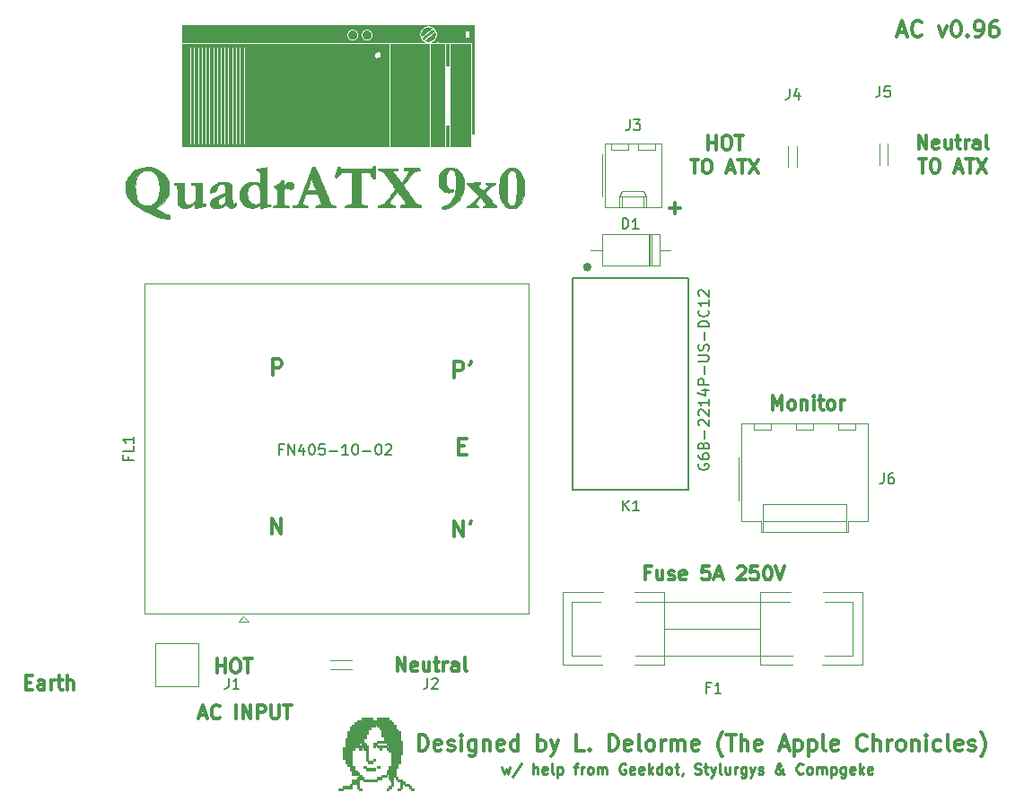
<source format=gto>
G04 #@! TF.GenerationSoftware,KiCad,Pcbnew,(5.1.5-0-10_14)*
G04 #@! TF.CreationDate,2020-11-16T15:22:10+01:00*
G04 #@! TF.ProjectId,AC_board,41435f62-6f61-4726-942e-6b696361645f,v01*
G04 #@! TF.SameCoordinates,Original*
G04 #@! TF.FileFunction,Legend,Top*
G04 #@! TF.FilePolarity,Positive*
%FSLAX46Y46*%
G04 Gerber Fmt 4.6, Leading zero omitted, Abs format (unit mm)*
G04 Created by KiCad (PCBNEW (5.1.5-0-10_14)) date 2020-11-16 15:22:10*
%MOMM*%
%LPD*%
G04 APERTURE LIST*
%ADD10C,0.300000*%
%ADD11C,0.250000*%
%ADD12C,0.150000*%
%ADD13C,0.100000*%
%ADD14C,0.010000*%
%ADD15C,0.400000*%
%ADD16C,0.127000*%
%ADD17C,0.120000*%
G04 APERTURE END LIST*
D10*
X89148571Y-116736666D02*
X89767619Y-116736666D01*
X89024761Y-117108095D02*
X89458095Y-115808095D01*
X89891428Y-117108095D01*
X91067619Y-116984285D02*
X91005714Y-117046190D01*
X90820000Y-117108095D01*
X90696190Y-117108095D01*
X90510476Y-117046190D01*
X90386666Y-116922380D01*
X90324761Y-116798571D01*
X90262857Y-116550952D01*
X90262857Y-116365238D01*
X90324761Y-116117619D01*
X90386666Y-115993809D01*
X90510476Y-115870000D01*
X90696190Y-115808095D01*
X90820000Y-115808095D01*
X91005714Y-115870000D01*
X91067619Y-115931904D01*
X92615238Y-117108095D02*
X92615238Y-115808095D01*
X93234285Y-117108095D02*
X93234285Y-115808095D01*
X93977142Y-117108095D01*
X93977142Y-115808095D01*
X94596190Y-117108095D02*
X94596190Y-115808095D01*
X95091428Y-115808095D01*
X95215238Y-115870000D01*
X95277142Y-115931904D01*
X95339047Y-116055714D01*
X95339047Y-116241428D01*
X95277142Y-116365238D01*
X95215238Y-116427142D01*
X95091428Y-116489047D01*
X94596190Y-116489047D01*
X95896190Y-115808095D02*
X95896190Y-116860476D01*
X95958095Y-116984285D01*
X96020000Y-117046190D01*
X96143809Y-117108095D01*
X96391428Y-117108095D01*
X96515238Y-117046190D01*
X96577142Y-116984285D01*
X96639047Y-116860476D01*
X96639047Y-115808095D01*
X97072380Y-115808095D02*
X97815238Y-115808095D01*
X97443809Y-117108095D02*
X97443809Y-115808095D01*
D11*
X117690000Y-121665714D02*
X117880476Y-122332380D01*
X118070952Y-121856190D01*
X118261428Y-122332380D01*
X118451904Y-121665714D01*
X119547142Y-121284761D02*
X118690000Y-122570476D01*
X120642380Y-122332380D02*
X120642380Y-121332380D01*
X121070952Y-122332380D02*
X121070952Y-121808571D01*
X121023333Y-121713333D01*
X120928095Y-121665714D01*
X120785238Y-121665714D01*
X120690000Y-121713333D01*
X120642380Y-121760952D01*
X121928095Y-122284761D02*
X121832857Y-122332380D01*
X121642380Y-122332380D01*
X121547142Y-122284761D01*
X121499523Y-122189523D01*
X121499523Y-121808571D01*
X121547142Y-121713333D01*
X121642380Y-121665714D01*
X121832857Y-121665714D01*
X121928095Y-121713333D01*
X121975714Y-121808571D01*
X121975714Y-121903809D01*
X121499523Y-121999047D01*
X122547142Y-122332380D02*
X122451904Y-122284761D01*
X122404285Y-122189523D01*
X122404285Y-121332380D01*
X122928095Y-121665714D02*
X122928095Y-122665714D01*
X122928095Y-121713333D02*
X123023333Y-121665714D01*
X123213809Y-121665714D01*
X123309047Y-121713333D01*
X123356666Y-121760952D01*
X123404285Y-121856190D01*
X123404285Y-122141904D01*
X123356666Y-122237142D01*
X123309047Y-122284761D01*
X123213809Y-122332380D01*
X123023333Y-122332380D01*
X122928095Y-122284761D01*
X124451904Y-121665714D02*
X124832857Y-121665714D01*
X124594761Y-122332380D02*
X124594761Y-121475238D01*
X124642380Y-121380000D01*
X124737619Y-121332380D01*
X124832857Y-121332380D01*
X125166190Y-122332380D02*
X125166190Y-121665714D01*
X125166190Y-121856190D02*
X125213809Y-121760952D01*
X125261428Y-121713333D01*
X125356666Y-121665714D01*
X125451904Y-121665714D01*
X125928095Y-122332380D02*
X125832857Y-122284761D01*
X125785238Y-122237142D01*
X125737619Y-122141904D01*
X125737619Y-121856190D01*
X125785238Y-121760952D01*
X125832857Y-121713333D01*
X125928095Y-121665714D01*
X126070952Y-121665714D01*
X126166190Y-121713333D01*
X126213809Y-121760952D01*
X126261428Y-121856190D01*
X126261428Y-122141904D01*
X126213809Y-122237142D01*
X126166190Y-122284761D01*
X126070952Y-122332380D01*
X125928095Y-122332380D01*
X126690000Y-122332380D02*
X126690000Y-121665714D01*
X126690000Y-121760952D02*
X126737619Y-121713333D01*
X126832857Y-121665714D01*
X126975714Y-121665714D01*
X127070952Y-121713333D01*
X127118571Y-121808571D01*
X127118571Y-122332380D01*
X127118571Y-121808571D02*
X127166190Y-121713333D01*
X127261428Y-121665714D01*
X127404285Y-121665714D01*
X127499523Y-121713333D01*
X127547142Y-121808571D01*
X127547142Y-122332380D01*
X129309047Y-121380000D02*
X129213809Y-121332380D01*
X129070952Y-121332380D01*
X128928095Y-121380000D01*
X128832857Y-121475238D01*
X128785238Y-121570476D01*
X128737619Y-121760952D01*
X128737619Y-121903809D01*
X128785238Y-122094285D01*
X128832857Y-122189523D01*
X128928095Y-122284761D01*
X129070952Y-122332380D01*
X129166190Y-122332380D01*
X129309047Y-122284761D01*
X129356666Y-122237142D01*
X129356666Y-121903809D01*
X129166190Y-121903809D01*
X130166190Y-122284761D02*
X130070952Y-122332380D01*
X129880476Y-122332380D01*
X129785238Y-122284761D01*
X129737619Y-122189523D01*
X129737619Y-121808571D01*
X129785238Y-121713333D01*
X129880476Y-121665714D01*
X130070952Y-121665714D01*
X130166190Y-121713333D01*
X130213809Y-121808571D01*
X130213809Y-121903809D01*
X129737619Y-121999047D01*
X131023333Y-122284761D02*
X130928095Y-122332380D01*
X130737619Y-122332380D01*
X130642380Y-122284761D01*
X130594761Y-122189523D01*
X130594761Y-121808571D01*
X130642380Y-121713333D01*
X130737619Y-121665714D01*
X130928095Y-121665714D01*
X131023333Y-121713333D01*
X131070952Y-121808571D01*
X131070952Y-121903809D01*
X130594761Y-121999047D01*
X131499523Y-122332380D02*
X131499523Y-121332380D01*
X131594761Y-121951428D02*
X131880476Y-122332380D01*
X131880476Y-121665714D02*
X131499523Y-122046666D01*
X132737619Y-122332380D02*
X132737619Y-121332380D01*
X132737619Y-122284761D02*
X132642380Y-122332380D01*
X132451904Y-122332380D01*
X132356666Y-122284761D01*
X132309047Y-122237142D01*
X132261428Y-122141904D01*
X132261428Y-121856190D01*
X132309047Y-121760952D01*
X132356666Y-121713333D01*
X132451904Y-121665714D01*
X132642380Y-121665714D01*
X132737619Y-121713333D01*
X133356666Y-122332380D02*
X133261428Y-122284761D01*
X133213809Y-122237142D01*
X133166190Y-122141904D01*
X133166190Y-121856190D01*
X133213809Y-121760952D01*
X133261428Y-121713333D01*
X133356666Y-121665714D01*
X133499523Y-121665714D01*
X133594761Y-121713333D01*
X133642380Y-121760952D01*
X133690000Y-121856190D01*
X133690000Y-122141904D01*
X133642380Y-122237142D01*
X133594761Y-122284761D01*
X133499523Y-122332380D01*
X133356666Y-122332380D01*
X133975714Y-121665714D02*
X134356666Y-121665714D01*
X134118571Y-121332380D02*
X134118571Y-122189523D01*
X134166190Y-122284761D01*
X134261428Y-122332380D01*
X134356666Y-122332380D01*
X134737619Y-122284761D02*
X134737619Y-122332380D01*
X134690000Y-122427619D01*
X134642380Y-122475238D01*
X135880476Y-122284761D02*
X136023333Y-122332380D01*
X136261428Y-122332380D01*
X136356666Y-122284761D01*
X136404285Y-122237142D01*
X136451904Y-122141904D01*
X136451904Y-122046666D01*
X136404285Y-121951428D01*
X136356666Y-121903809D01*
X136261428Y-121856190D01*
X136070952Y-121808571D01*
X135975714Y-121760952D01*
X135928095Y-121713333D01*
X135880476Y-121618095D01*
X135880476Y-121522857D01*
X135928095Y-121427619D01*
X135975714Y-121380000D01*
X136070952Y-121332380D01*
X136309047Y-121332380D01*
X136451904Y-121380000D01*
X136737619Y-121665714D02*
X137118571Y-121665714D01*
X136880476Y-121332380D02*
X136880476Y-122189523D01*
X136928095Y-122284761D01*
X137023333Y-122332380D01*
X137118571Y-122332380D01*
X137356666Y-121665714D02*
X137594761Y-122332380D01*
X137832857Y-121665714D02*
X137594761Y-122332380D01*
X137499523Y-122570476D01*
X137451904Y-122618095D01*
X137356666Y-122665714D01*
X138356666Y-122332380D02*
X138261428Y-122284761D01*
X138213809Y-122189523D01*
X138213809Y-121332380D01*
X139166190Y-121665714D02*
X139166190Y-122332380D01*
X138737619Y-121665714D02*
X138737619Y-122189523D01*
X138785238Y-122284761D01*
X138880476Y-122332380D01*
X139023333Y-122332380D01*
X139118571Y-122284761D01*
X139166190Y-122237142D01*
X139642380Y-122332380D02*
X139642380Y-121665714D01*
X139642380Y-121856190D02*
X139690000Y-121760952D01*
X139737619Y-121713333D01*
X139832857Y-121665714D01*
X139928095Y-121665714D01*
X140690000Y-121665714D02*
X140690000Y-122475238D01*
X140642380Y-122570476D01*
X140594761Y-122618095D01*
X140499523Y-122665714D01*
X140356666Y-122665714D01*
X140261428Y-122618095D01*
X140690000Y-122284761D02*
X140594761Y-122332380D01*
X140404285Y-122332380D01*
X140309047Y-122284761D01*
X140261428Y-122237142D01*
X140213809Y-122141904D01*
X140213809Y-121856190D01*
X140261428Y-121760952D01*
X140309047Y-121713333D01*
X140404285Y-121665714D01*
X140594761Y-121665714D01*
X140690000Y-121713333D01*
X141070952Y-121665714D02*
X141309047Y-122332380D01*
X141547142Y-121665714D02*
X141309047Y-122332380D01*
X141213809Y-122570476D01*
X141166190Y-122618095D01*
X141070952Y-122665714D01*
X141880476Y-122284761D02*
X141975714Y-122332380D01*
X142166190Y-122332380D01*
X142261428Y-122284761D01*
X142309047Y-122189523D01*
X142309047Y-122141904D01*
X142261428Y-122046666D01*
X142166190Y-121999047D01*
X142023333Y-121999047D01*
X141928095Y-121951428D01*
X141880476Y-121856190D01*
X141880476Y-121808571D01*
X141928095Y-121713333D01*
X142023333Y-121665714D01*
X142166190Y-121665714D01*
X142261428Y-121713333D01*
X144309047Y-122332380D02*
X144261428Y-122332380D01*
X144166190Y-122284761D01*
X144023333Y-122141904D01*
X143785238Y-121856190D01*
X143690000Y-121713333D01*
X143642380Y-121570476D01*
X143642380Y-121475238D01*
X143690000Y-121380000D01*
X143785238Y-121332380D01*
X143832857Y-121332380D01*
X143928095Y-121380000D01*
X143975714Y-121475238D01*
X143975714Y-121522857D01*
X143928095Y-121618095D01*
X143880476Y-121665714D01*
X143594761Y-121856190D01*
X143547142Y-121903809D01*
X143499523Y-121999047D01*
X143499523Y-122141904D01*
X143547142Y-122237142D01*
X143594761Y-122284761D01*
X143690000Y-122332380D01*
X143832857Y-122332380D01*
X143928095Y-122284761D01*
X143975714Y-122237142D01*
X144118571Y-122046666D01*
X144166190Y-121903809D01*
X144166190Y-121808571D01*
X146070952Y-122237142D02*
X146023333Y-122284761D01*
X145880476Y-122332380D01*
X145785238Y-122332380D01*
X145642380Y-122284761D01*
X145547142Y-122189523D01*
X145499523Y-122094285D01*
X145451904Y-121903809D01*
X145451904Y-121760952D01*
X145499523Y-121570476D01*
X145547142Y-121475238D01*
X145642380Y-121380000D01*
X145785238Y-121332380D01*
X145880476Y-121332380D01*
X146023333Y-121380000D01*
X146070952Y-121427619D01*
X146642380Y-122332380D02*
X146547142Y-122284761D01*
X146499523Y-122237142D01*
X146451904Y-122141904D01*
X146451904Y-121856190D01*
X146499523Y-121760952D01*
X146547142Y-121713333D01*
X146642380Y-121665714D01*
X146785238Y-121665714D01*
X146880476Y-121713333D01*
X146928095Y-121760952D01*
X146975714Y-121856190D01*
X146975714Y-122141904D01*
X146928095Y-122237142D01*
X146880476Y-122284761D01*
X146785238Y-122332380D01*
X146642380Y-122332380D01*
X147404285Y-122332380D02*
X147404285Y-121665714D01*
X147404285Y-121760952D02*
X147451904Y-121713333D01*
X147547142Y-121665714D01*
X147690000Y-121665714D01*
X147785238Y-121713333D01*
X147832857Y-121808571D01*
X147832857Y-122332380D01*
X147832857Y-121808571D02*
X147880476Y-121713333D01*
X147975714Y-121665714D01*
X148118571Y-121665714D01*
X148213809Y-121713333D01*
X148261428Y-121808571D01*
X148261428Y-122332380D01*
X148737619Y-121665714D02*
X148737619Y-122665714D01*
X148737619Y-121713333D02*
X148832857Y-121665714D01*
X149023333Y-121665714D01*
X149118571Y-121713333D01*
X149166190Y-121760952D01*
X149213809Y-121856190D01*
X149213809Y-122141904D01*
X149166190Y-122237142D01*
X149118571Y-122284761D01*
X149023333Y-122332380D01*
X148832857Y-122332380D01*
X148737619Y-122284761D01*
X150070952Y-121665714D02*
X150070952Y-122475238D01*
X150023333Y-122570476D01*
X149975714Y-122618095D01*
X149880476Y-122665714D01*
X149737619Y-122665714D01*
X149642380Y-122618095D01*
X150070952Y-122284761D02*
X149975714Y-122332380D01*
X149785238Y-122332380D01*
X149690000Y-122284761D01*
X149642380Y-122237142D01*
X149594761Y-122141904D01*
X149594761Y-121856190D01*
X149642380Y-121760952D01*
X149690000Y-121713333D01*
X149785238Y-121665714D01*
X149975714Y-121665714D01*
X150070952Y-121713333D01*
X150928095Y-122284761D02*
X150832857Y-122332380D01*
X150642380Y-122332380D01*
X150547142Y-122284761D01*
X150499523Y-122189523D01*
X150499523Y-121808571D01*
X150547142Y-121713333D01*
X150642380Y-121665714D01*
X150832857Y-121665714D01*
X150928095Y-121713333D01*
X150975714Y-121808571D01*
X150975714Y-121903809D01*
X150499523Y-121999047D01*
X151404285Y-122332380D02*
X151404285Y-121332380D01*
X151499523Y-121951428D02*
X151785238Y-122332380D01*
X151785238Y-121665714D02*
X151404285Y-122046666D01*
X152594761Y-122284761D02*
X152499523Y-122332380D01*
X152309047Y-122332380D01*
X152213809Y-122284761D01*
X152166190Y-122189523D01*
X152166190Y-121808571D01*
X152213809Y-121713333D01*
X152309047Y-121665714D01*
X152499523Y-121665714D01*
X152594761Y-121713333D01*
X152642380Y-121808571D01*
X152642380Y-121903809D01*
X152166190Y-121999047D01*
D10*
X155030000Y-52310000D02*
X155744285Y-52310000D01*
X154887142Y-52738571D02*
X155387142Y-51238571D01*
X155887142Y-52738571D01*
X157244285Y-52595714D02*
X157172857Y-52667142D01*
X156958571Y-52738571D01*
X156815714Y-52738571D01*
X156601428Y-52667142D01*
X156458571Y-52524285D01*
X156387142Y-52381428D01*
X156315714Y-52095714D01*
X156315714Y-51881428D01*
X156387142Y-51595714D01*
X156458571Y-51452857D01*
X156601428Y-51310000D01*
X156815714Y-51238571D01*
X156958571Y-51238571D01*
X157172857Y-51310000D01*
X157244285Y-51381428D01*
X158887142Y-51738571D02*
X159244285Y-52738571D01*
X159601428Y-51738571D01*
X160458571Y-51238571D02*
X160601428Y-51238571D01*
X160744285Y-51310000D01*
X160815714Y-51381428D01*
X160887142Y-51524285D01*
X160958571Y-51810000D01*
X160958571Y-52167142D01*
X160887142Y-52452857D01*
X160815714Y-52595714D01*
X160744285Y-52667142D01*
X160601428Y-52738571D01*
X160458571Y-52738571D01*
X160315714Y-52667142D01*
X160244285Y-52595714D01*
X160172857Y-52452857D01*
X160101428Y-52167142D01*
X160101428Y-51810000D01*
X160172857Y-51524285D01*
X160244285Y-51381428D01*
X160315714Y-51310000D01*
X160458571Y-51238571D01*
X161601428Y-52595714D02*
X161672857Y-52667142D01*
X161601428Y-52738571D01*
X161530000Y-52667142D01*
X161601428Y-52595714D01*
X161601428Y-52738571D01*
X162387142Y-52738571D02*
X162672857Y-52738571D01*
X162815714Y-52667142D01*
X162887142Y-52595714D01*
X163030000Y-52381428D01*
X163101428Y-52095714D01*
X163101428Y-51524285D01*
X163030000Y-51381428D01*
X162958571Y-51310000D01*
X162815714Y-51238571D01*
X162530000Y-51238571D01*
X162387142Y-51310000D01*
X162315714Y-51381428D01*
X162244285Y-51524285D01*
X162244285Y-51881428D01*
X162315714Y-52024285D01*
X162387142Y-52095714D01*
X162530000Y-52167142D01*
X162815714Y-52167142D01*
X162958571Y-52095714D01*
X163030000Y-52024285D01*
X163101428Y-51881428D01*
X164387142Y-51238571D02*
X164101428Y-51238571D01*
X163958571Y-51310000D01*
X163887142Y-51381428D01*
X163744285Y-51595714D01*
X163672857Y-51881428D01*
X163672857Y-52452857D01*
X163744285Y-52595714D01*
X163815714Y-52667142D01*
X163958571Y-52738571D01*
X164244285Y-52738571D01*
X164387142Y-52667142D01*
X164458571Y-52595714D01*
X164530000Y-52452857D01*
X164530000Y-52095714D01*
X164458571Y-51952857D01*
X164387142Y-51881428D01*
X164244285Y-51810000D01*
X163958571Y-51810000D01*
X163815714Y-51881428D01*
X163744285Y-51952857D01*
X163672857Y-52095714D01*
X143239047Y-87928095D02*
X143239047Y-86628095D01*
X143672380Y-87556666D01*
X144105714Y-86628095D01*
X144105714Y-87928095D01*
X144910476Y-87928095D02*
X144786666Y-87866190D01*
X144724761Y-87804285D01*
X144662857Y-87680476D01*
X144662857Y-87309047D01*
X144724761Y-87185238D01*
X144786666Y-87123333D01*
X144910476Y-87061428D01*
X145096190Y-87061428D01*
X145220000Y-87123333D01*
X145281904Y-87185238D01*
X145343809Y-87309047D01*
X145343809Y-87680476D01*
X145281904Y-87804285D01*
X145220000Y-87866190D01*
X145096190Y-87928095D01*
X144910476Y-87928095D01*
X145900952Y-87061428D02*
X145900952Y-87928095D01*
X145900952Y-87185238D02*
X145962857Y-87123333D01*
X146086666Y-87061428D01*
X146272380Y-87061428D01*
X146396190Y-87123333D01*
X146458095Y-87247142D01*
X146458095Y-87928095D01*
X147077142Y-87928095D02*
X147077142Y-87061428D01*
X147077142Y-86628095D02*
X147015238Y-86690000D01*
X147077142Y-86751904D01*
X147139047Y-86690000D01*
X147077142Y-86628095D01*
X147077142Y-86751904D01*
X147510476Y-87061428D02*
X148005714Y-87061428D01*
X147696190Y-86628095D02*
X147696190Y-87742380D01*
X147758095Y-87866190D01*
X147881904Y-87928095D01*
X148005714Y-87928095D01*
X148624761Y-87928095D02*
X148500952Y-87866190D01*
X148439047Y-87804285D01*
X148377142Y-87680476D01*
X148377142Y-87309047D01*
X148439047Y-87185238D01*
X148500952Y-87123333D01*
X148624761Y-87061428D01*
X148810476Y-87061428D01*
X148934285Y-87123333D01*
X148996190Y-87185238D01*
X149058095Y-87309047D01*
X149058095Y-87680476D01*
X148996190Y-87804285D01*
X148934285Y-87866190D01*
X148810476Y-87928095D01*
X148624761Y-87928095D01*
X149615238Y-87928095D02*
X149615238Y-87061428D01*
X149615238Y-87309047D02*
X149677142Y-87185238D01*
X149739047Y-87123333D01*
X149862857Y-87061428D01*
X149986666Y-87061428D01*
D12*
X136240000Y-93058571D02*
X136192380Y-93153809D01*
X136192380Y-93296666D01*
X136240000Y-93439523D01*
X136335238Y-93534761D01*
X136430476Y-93582380D01*
X136620952Y-93630000D01*
X136763809Y-93630000D01*
X136954285Y-93582380D01*
X137049523Y-93534761D01*
X137144761Y-93439523D01*
X137192380Y-93296666D01*
X137192380Y-93201428D01*
X137144761Y-93058571D01*
X137097142Y-93010952D01*
X136763809Y-93010952D01*
X136763809Y-93201428D01*
X136192380Y-92153809D02*
X136192380Y-92344285D01*
X136240000Y-92439523D01*
X136287619Y-92487142D01*
X136430476Y-92582380D01*
X136620952Y-92630000D01*
X137001904Y-92630000D01*
X137097142Y-92582380D01*
X137144761Y-92534761D01*
X137192380Y-92439523D01*
X137192380Y-92249047D01*
X137144761Y-92153809D01*
X137097142Y-92106190D01*
X137001904Y-92058571D01*
X136763809Y-92058571D01*
X136668571Y-92106190D01*
X136620952Y-92153809D01*
X136573333Y-92249047D01*
X136573333Y-92439523D01*
X136620952Y-92534761D01*
X136668571Y-92582380D01*
X136763809Y-92630000D01*
X136668571Y-91296666D02*
X136716190Y-91153809D01*
X136763809Y-91106190D01*
X136859047Y-91058571D01*
X137001904Y-91058571D01*
X137097142Y-91106190D01*
X137144761Y-91153809D01*
X137192380Y-91249047D01*
X137192380Y-91630000D01*
X136192380Y-91630000D01*
X136192380Y-91296666D01*
X136240000Y-91201428D01*
X136287619Y-91153809D01*
X136382857Y-91106190D01*
X136478095Y-91106190D01*
X136573333Y-91153809D01*
X136620952Y-91201428D01*
X136668571Y-91296666D01*
X136668571Y-91630000D01*
X136811428Y-90630000D02*
X136811428Y-89868095D01*
X136287619Y-89439523D02*
X136240000Y-89391904D01*
X136192380Y-89296666D01*
X136192380Y-89058571D01*
X136240000Y-88963333D01*
X136287619Y-88915714D01*
X136382857Y-88868095D01*
X136478095Y-88868095D01*
X136620952Y-88915714D01*
X137192380Y-89487142D01*
X137192380Y-88868095D01*
X136287619Y-88487142D02*
X136240000Y-88439523D01*
X136192380Y-88344285D01*
X136192380Y-88106190D01*
X136240000Y-88010952D01*
X136287619Y-87963333D01*
X136382857Y-87915714D01*
X136478095Y-87915714D01*
X136620952Y-87963333D01*
X137192380Y-88534761D01*
X137192380Y-87915714D01*
X137192380Y-86963333D02*
X137192380Y-87534761D01*
X137192380Y-87249047D02*
X136192380Y-87249047D01*
X136335238Y-87344285D01*
X136430476Y-87439523D01*
X136478095Y-87534761D01*
X136525714Y-86106190D02*
X137192380Y-86106190D01*
X136144761Y-86344285D02*
X136859047Y-86582380D01*
X136859047Y-85963333D01*
X137192380Y-85582380D02*
X136192380Y-85582380D01*
X136192380Y-85201428D01*
X136240000Y-85106190D01*
X136287619Y-85058571D01*
X136382857Y-85010952D01*
X136525714Y-85010952D01*
X136620952Y-85058571D01*
X136668571Y-85106190D01*
X136716190Y-85201428D01*
X136716190Y-85582380D01*
X136811428Y-84582380D02*
X136811428Y-83820476D01*
X136192380Y-83344285D02*
X137001904Y-83344285D01*
X137097142Y-83296666D01*
X137144761Y-83249047D01*
X137192380Y-83153809D01*
X137192380Y-82963333D01*
X137144761Y-82868095D01*
X137097142Y-82820476D01*
X137001904Y-82772857D01*
X136192380Y-82772857D01*
X137144761Y-82344285D02*
X137192380Y-82201428D01*
X137192380Y-81963333D01*
X137144761Y-81868095D01*
X137097142Y-81820476D01*
X137001904Y-81772857D01*
X136906666Y-81772857D01*
X136811428Y-81820476D01*
X136763809Y-81868095D01*
X136716190Y-81963333D01*
X136668571Y-82153809D01*
X136620952Y-82249047D01*
X136573333Y-82296666D01*
X136478095Y-82344285D01*
X136382857Y-82344285D01*
X136287619Y-82296666D01*
X136240000Y-82249047D01*
X136192380Y-82153809D01*
X136192380Y-81915714D01*
X136240000Y-81772857D01*
X136811428Y-81344285D02*
X136811428Y-80582380D01*
X137192380Y-80106190D02*
X136192380Y-80106190D01*
X136192380Y-79868095D01*
X136240000Y-79725238D01*
X136335238Y-79630000D01*
X136430476Y-79582380D01*
X136620952Y-79534761D01*
X136763809Y-79534761D01*
X136954285Y-79582380D01*
X137049523Y-79630000D01*
X137144761Y-79725238D01*
X137192380Y-79868095D01*
X137192380Y-80106190D01*
X137097142Y-78534761D02*
X137144761Y-78582380D01*
X137192380Y-78725238D01*
X137192380Y-78820476D01*
X137144761Y-78963333D01*
X137049523Y-79058571D01*
X136954285Y-79106190D01*
X136763809Y-79153809D01*
X136620952Y-79153809D01*
X136430476Y-79106190D01*
X136335238Y-79058571D01*
X136240000Y-78963333D01*
X136192380Y-78820476D01*
X136192380Y-78725238D01*
X136240000Y-78582380D01*
X136287619Y-78534761D01*
X137192380Y-77582380D02*
X137192380Y-78153809D01*
X137192380Y-77868095D02*
X136192380Y-77868095D01*
X136335238Y-77963333D01*
X136430476Y-78058571D01*
X136478095Y-78153809D01*
X136287619Y-77201428D02*
X136240000Y-77153809D01*
X136192380Y-77058571D01*
X136192380Y-76820476D01*
X136240000Y-76725238D01*
X136287619Y-76677619D01*
X136382857Y-76630000D01*
X136478095Y-76630000D01*
X136620952Y-76677619D01*
X137192380Y-77249047D01*
X137192380Y-76630000D01*
D10*
X72771428Y-113667142D02*
X73204761Y-113667142D01*
X73390476Y-114348095D02*
X72771428Y-114348095D01*
X72771428Y-113048095D01*
X73390476Y-113048095D01*
X74504761Y-114348095D02*
X74504761Y-113667142D01*
X74442857Y-113543333D01*
X74319047Y-113481428D01*
X74071428Y-113481428D01*
X73947619Y-113543333D01*
X74504761Y-114286190D02*
X74380952Y-114348095D01*
X74071428Y-114348095D01*
X73947619Y-114286190D01*
X73885714Y-114162380D01*
X73885714Y-114038571D01*
X73947619Y-113914761D01*
X74071428Y-113852857D01*
X74380952Y-113852857D01*
X74504761Y-113790952D01*
X75123809Y-114348095D02*
X75123809Y-113481428D01*
X75123809Y-113729047D02*
X75185714Y-113605238D01*
X75247619Y-113543333D01*
X75371428Y-113481428D01*
X75495238Y-113481428D01*
X75742857Y-113481428D02*
X76238095Y-113481428D01*
X75928571Y-113048095D02*
X75928571Y-114162380D01*
X75990476Y-114286190D01*
X76114285Y-114348095D01*
X76238095Y-114348095D01*
X76671428Y-114348095D02*
X76671428Y-113048095D01*
X77228571Y-114348095D02*
X77228571Y-113667142D01*
X77166666Y-113543333D01*
X77042857Y-113481428D01*
X76857142Y-113481428D01*
X76733333Y-113543333D01*
X76671428Y-113605238D01*
X109855714Y-120108571D02*
X109855714Y-118608571D01*
X110212857Y-118608571D01*
X110427142Y-118680000D01*
X110570000Y-118822857D01*
X110641428Y-118965714D01*
X110712857Y-119251428D01*
X110712857Y-119465714D01*
X110641428Y-119751428D01*
X110570000Y-119894285D01*
X110427142Y-120037142D01*
X110212857Y-120108571D01*
X109855714Y-120108571D01*
X111927142Y-120037142D02*
X111784285Y-120108571D01*
X111498571Y-120108571D01*
X111355714Y-120037142D01*
X111284285Y-119894285D01*
X111284285Y-119322857D01*
X111355714Y-119180000D01*
X111498571Y-119108571D01*
X111784285Y-119108571D01*
X111927142Y-119180000D01*
X111998571Y-119322857D01*
X111998571Y-119465714D01*
X111284285Y-119608571D01*
X112570000Y-120037142D02*
X112712857Y-120108571D01*
X112998571Y-120108571D01*
X113141428Y-120037142D01*
X113212857Y-119894285D01*
X113212857Y-119822857D01*
X113141428Y-119680000D01*
X112998571Y-119608571D01*
X112784285Y-119608571D01*
X112641428Y-119537142D01*
X112570000Y-119394285D01*
X112570000Y-119322857D01*
X112641428Y-119180000D01*
X112784285Y-119108571D01*
X112998571Y-119108571D01*
X113141428Y-119180000D01*
X113855714Y-120108571D02*
X113855714Y-119108571D01*
X113855714Y-118608571D02*
X113784285Y-118680000D01*
X113855714Y-118751428D01*
X113927142Y-118680000D01*
X113855714Y-118608571D01*
X113855714Y-118751428D01*
X115212857Y-119108571D02*
X115212857Y-120322857D01*
X115141428Y-120465714D01*
X115070000Y-120537142D01*
X114927142Y-120608571D01*
X114712857Y-120608571D01*
X114570000Y-120537142D01*
X115212857Y-120037142D02*
X115070000Y-120108571D01*
X114784285Y-120108571D01*
X114641428Y-120037142D01*
X114570000Y-119965714D01*
X114498571Y-119822857D01*
X114498571Y-119394285D01*
X114570000Y-119251428D01*
X114641428Y-119180000D01*
X114784285Y-119108571D01*
X115070000Y-119108571D01*
X115212857Y-119180000D01*
X115927142Y-119108571D02*
X115927142Y-120108571D01*
X115927142Y-119251428D02*
X115998571Y-119180000D01*
X116141428Y-119108571D01*
X116355714Y-119108571D01*
X116498571Y-119180000D01*
X116570000Y-119322857D01*
X116570000Y-120108571D01*
X117855714Y-120037142D02*
X117712857Y-120108571D01*
X117427142Y-120108571D01*
X117284285Y-120037142D01*
X117212857Y-119894285D01*
X117212857Y-119322857D01*
X117284285Y-119180000D01*
X117427142Y-119108571D01*
X117712857Y-119108571D01*
X117855714Y-119180000D01*
X117927142Y-119322857D01*
X117927142Y-119465714D01*
X117212857Y-119608571D01*
X119212857Y-120108571D02*
X119212857Y-118608571D01*
X119212857Y-120037142D02*
X119070000Y-120108571D01*
X118784285Y-120108571D01*
X118641428Y-120037142D01*
X118570000Y-119965714D01*
X118498571Y-119822857D01*
X118498571Y-119394285D01*
X118570000Y-119251428D01*
X118641428Y-119180000D01*
X118784285Y-119108571D01*
X119070000Y-119108571D01*
X119212857Y-119180000D01*
X121070000Y-120108571D02*
X121070000Y-118608571D01*
X121070000Y-119180000D02*
X121212857Y-119108571D01*
X121498571Y-119108571D01*
X121641428Y-119180000D01*
X121712857Y-119251428D01*
X121784285Y-119394285D01*
X121784285Y-119822857D01*
X121712857Y-119965714D01*
X121641428Y-120037142D01*
X121498571Y-120108571D01*
X121212857Y-120108571D01*
X121070000Y-120037142D01*
X122284285Y-119108571D02*
X122641428Y-120108571D01*
X122998571Y-119108571D02*
X122641428Y-120108571D01*
X122498571Y-120465714D01*
X122427142Y-120537142D01*
X122284285Y-120608571D01*
X125427142Y-120108571D02*
X124712857Y-120108571D01*
X124712857Y-118608571D01*
X125927142Y-119965714D02*
X125998571Y-120037142D01*
X125927142Y-120108571D01*
X125855714Y-120037142D01*
X125927142Y-119965714D01*
X125927142Y-120108571D01*
X127784285Y-120108571D02*
X127784285Y-118608571D01*
X128141428Y-118608571D01*
X128355714Y-118680000D01*
X128498571Y-118822857D01*
X128570000Y-118965714D01*
X128641428Y-119251428D01*
X128641428Y-119465714D01*
X128570000Y-119751428D01*
X128498571Y-119894285D01*
X128355714Y-120037142D01*
X128141428Y-120108571D01*
X127784285Y-120108571D01*
X129855714Y-120037142D02*
X129712857Y-120108571D01*
X129427142Y-120108571D01*
X129284285Y-120037142D01*
X129212857Y-119894285D01*
X129212857Y-119322857D01*
X129284285Y-119180000D01*
X129427142Y-119108571D01*
X129712857Y-119108571D01*
X129855714Y-119180000D01*
X129927142Y-119322857D01*
X129927142Y-119465714D01*
X129212857Y-119608571D01*
X130784285Y-120108571D02*
X130641428Y-120037142D01*
X130570000Y-119894285D01*
X130570000Y-118608571D01*
X131570000Y-120108571D02*
X131427142Y-120037142D01*
X131355714Y-119965714D01*
X131284285Y-119822857D01*
X131284285Y-119394285D01*
X131355714Y-119251428D01*
X131427142Y-119180000D01*
X131570000Y-119108571D01*
X131784285Y-119108571D01*
X131927142Y-119180000D01*
X131998571Y-119251428D01*
X132070000Y-119394285D01*
X132070000Y-119822857D01*
X131998571Y-119965714D01*
X131927142Y-120037142D01*
X131784285Y-120108571D01*
X131570000Y-120108571D01*
X132712857Y-120108571D02*
X132712857Y-119108571D01*
X132712857Y-119394285D02*
X132784285Y-119251428D01*
X132855714Y-119180000D01*
X132998571Y-119108571D01*
X133141428Y-119108571D01*
X133641428Y-120108571D02*
X133641428Y-119108571D01*
X133641428Y-119251428D02*
X133712857Y-119180000D01*
X133855714Y-119108571D01*
X134070000Y-119108571D01*
X134212857Y-119180000D01*
X134284285Y-119322857D01*
X134284285Y-120108571D01*
X134284285Y-119322857D02*
X134355714Y-119180000D01*
X134498571Y-119108571D01*
X134712857Y-119108571D01*
X134855714Y-119180000D01*
X134927142Y-119322857D01*
X134927142Y-120108571D01*
X136212857Y-120037142D02*
X136070000Y-120108571D01*
X135784285Y-120108571D01*
X135641428Y-120037142D01*
X135570000Y-119894285D01*
X135570000Y-119322857D01*
X135641428Y-119180000D01*
X135784285Y-119108571D01*
X136070000Y-119108571D01*
X136212857Y-119180000D01*
X136284285Y-119322857D01*
X136284285Y-119465714D01*
X135570000Y-119608571D01*
X138498571Y-120680000D02*
X138427142Y-120608571D01*
X138284285Y-120394285D01*
X138212857Y-120251428D01*
X138141428Y-120037142D01*
X138070000Y-119680000D01*
X138070000Y-119394285D01*
X138141428Y-119037142D01*
X138212857Y-118822857D01*
X138284285Y-118680000D01*
X138427142Y-118465714D01*
X138498571Y-118394285D01*
X138855714Y-118608571D02*
X139712857Y-118608571D01*
X139284285Y-120108571D02*
X139284285Y-118608571D01*
X140212857Y-120108571D02*
X140212857Y-118608571D01*
X140855714Y-120108571D02*
X140855714Y-119322857D01*
X140784285Y-119180000D01*
X140641428Y-119108571D01*
X140427142Y-119108571D01*
X140284285Y-119180000D01*
X140212857Y-119251428D01*
X142141428Y-120037142D02*
X141998571Y-120108571D01*
X141712857Y-120108571D01*
X141570000Y-120037142D01*
X141498571Y-119894285D01*
X141498571Y-119322857D01*
X141570000Y-119180000D01*
X141712857Y-119108571D01*
X141998571Y-119108571D01*
X142141428Y-119180000D01*
X142212857Y-119322857D01*
X142212857Y-119465714D01*
X141498571Y-119608571D01*
X143927142Y-119680000D02*
X144641428Y-119680000D01*
X143784285Y-120108571D02*
X144284285Y-118608571D01*
X144784285Y-120108571D01*
X145284285Y-119108571D02*
X145284285Y-120608571D01*
X145284285Y-119180000D02*
X145427142Y-119108571D01*
X145712857Y-119108571D01*
X145855714Y-119180000D01*
X145927142Y-119251428D01*
X145998571Y-119394285D01*
X145998571Y-119822857D01*
X145927142Y-119965714D01*
X145855714Y-120037142D01*
X145712857Y-120108571D01*
X145427142Y-120108571D01*
X145284285Y-120037142D01*
X146641428Y-119108571D02*
X146641428Y-120608571D01*
X146641428Y-119180000D02*
X146784285Y-119108571D01*
X147070000Y-119108571D01*
X147212857Y-119180000D01*
X147284285Y-119251428D01*
X147355714Y-119394285D01*
X147355714Y-119822857D01*
X147284285Y-119965714D01*
X147212857Y-120037142D01*
X147070000Y-120108571D01*
X146784285Y-120108571D01*
X146641428Y-120037142D01*
X148212857Y-120108571D02*
X148070000Y-120037142D01*
X147998571Y-119894285D01*
X147998571Y-118608571D01*
X149355714Y-120037142D02*
X149212857Y-120108571D01*
X148927142Y-120108571D01*
X148784285Y-120037142D01*
X148712857Y-119894285D01*
X148712857Y-119322857D01*
X148784285Y-119180000D01*
X148927142Y-119108571D01*
X149212857Y-119108571D01*
X149355714Y-119180000D01*
X149427142Y-119322857D01*
X149427142Y-119465714D01*
X148712857Y-119608571D01*
X152070000Y-119965714D02*
X151998571Y-120037142D01*
X151784285Y-120108571D01*
X151641428Y-120108571D01*
X151427142Y-120037142D01*
X151284285Y-119894285D01*
X151212857Y-119751428D01*
X151141428Y-119465714D01*
X151141428Y-119251428D01*
X151212857Y-118965714D01*
X151284285Y-118822857D01*
X151427142Y-118680000D01*
X151641428Y-118608571D01*
X151784285Y-118608571D01*
X151998571Y-118680000D01*
X152070000Y-118751428D01*
X152712857Y-120108571D02*
X152712857Y-118608571D01*
X153355714Y-120108571D02*
X153355714Y-119322857D01*
X153284285Y-119180000D01*
X153141428Y-119108571D01*
X152927142Y-119108571D01*
X152784285Y-119180000D01*
X152712857Y-119251428D01*
X154070000Y-120108571D02*
X154070000Y-119108571D01*
X154070000Y-119394285D02*
X154141428Y-119251428D01*
X154212857Y-119180000D01*
X154355714Y-119108571D01*
X154498571Y-119108571D01*
X155212857Y-120108571D02*
X155070000Y-120037142D01*
X154998571Y-119965714D01*
X154927142Y-119822857D01*
X154927142Y-119394285D01*
X154998571Y-119251428D01*
X155070000Y-119180000D01*
X155212857Y-119108571D01*
X155427142Y-119108571D01*
X155570000Y-119180000D01*
X155641428Y-119251428D01*
X155712857Y-119394285D01*
X155712857Y-119822857D01*
X155641428Y-119965714D01*
X155570000Y-120037142D01*
X155427142Y-120108571D01*
X155212857Y-120108571D01*
X156355714Y-119108571D02*
X156355714Y-120108571D01*
X156355714Y-119251428D02*
X156427142Y-119180000D01*
X156570000Y-119108571D01*
X156784285Y-119108571D01*
X156927142Y-119180000D01*
X156998571Y-119322857D01*
X156998571Y-120108571D01*
X157712857Y-120108571D02*
X157712857Y-119108571D01*
X157712857Y-118608571D02*
X157641428Y-118680000D01*
X157712857Y-118751428D01*
X157784285Y-118680000D01*
X157712857Y-118608571D01*
X157712857Y-118751428D01*
X159070000Y-120037142D02*
X158927142Y-120108571D01*
X158641428Y-120108571D01*
X158498571Y-120037142D01*
X158427142Y-119965714D01*
X158355714Y-119822857D01*
X158355714Y-119394285D01*
X158427142Y-119251428D01*
X158498571Y-119180000D01*
X158641428Y-119108571D01*
X158927142Y-119108571D01*
X159070000Y-119180000D01*
X159927142Y-120108571D02*
X159784285Y-120037142D01*
X159712857Y-119894285D01*
X159712857Y-118608571D01*
X161070000Y-120037142D02*
X160927142Y-120108571D01*
X160641428Y-120108571D01*
X160498571Y-120037142D01*
X160427142Y-119894285D01*
X160427142Y-119322857D01*
X160498571Y-119180000D01*
X160641428Y-119108571D01*
X160927142Y-119108571D01*
X161070000Y-119180000D01*
X161141428Y-119322857D01*
X161141428Y-119465714D01*
X160427142Y-119608571D01*
X161712857Y-120037142D02*
X161855714Y-120108571D01*
X162141428Y-120108571D01*
X162284285Y-120037142D01*
X162355714Y-119894285D01*
X162355714Y-119822857D01*
X162284285Y-119680000D01*
X162141428Y-119608571D01*
X161927142Y-119608571D01*
X161784285Y-119537142D01*
X161712857Y-119394285D01*
X161712857Y-119322857D01*
X161784285Y-119180000D01*
X161927142Y-119108571D01*
X162141428Y-119108571D01*
X162284285Y-119180000D01*
X162855714Y-120680000D02*
X162927142Y-120608571D01*
X163070000Y-120394285D01*
X163141428Y-120251428D01*
X163212857Y-120037142D01*
X163284285Y-119680000D01*
X163284285Y-119394285D01*
X163212857Y-119037142D01*
X163141428Y-118822857D01*
X163070000Y-118680000D01*
X162927142Y-118465714D01*
X162855714Y-118394285D01*
X133972857Y-69395238D02*
X133972857Y-68404761D01*
X134468095Y-68900000D02*
X133477619Y-68900000D01*
X113144285Y-99918571D02*
X113144285Y-98418571D01*
X114001428Y-99918571D01*
X114001428Y-98418571D01*
X114787142Y-98418571D02*
X114787142Y-98490000D01*
X114715714Y-98632857D01*
X114644285Y-98704285D01*
X113608571Y-91382857D02*
X114108571Y-91382857D01*
X114322857Y-92168571D02*
X113608571Y-92168571D01*
X113608571Y-90668571D01*
X114322857Y-90668571D01*
X113180000Y-84918571D02*
X113180000Y-83418571D01*
X113751428Y-83418571D01*
X113894285Y-83490000D01*
X113965714Y-83561428D01*
X114037142Y-83704285D01*
X114037142Y-83918571D01*
X113965714Y-84061428D01*
X113894285Y-84132857D01*
X113751428Y-84204285D01*
X113180000Y-84204285D01*
X114751428Y-83418571D02*
X114751428Y-83490000D01*
X114680000Y-83632857D01*
X114608571Y-83704285D01*
X96001428Y-99668571D02*
X96001428Y-98168571D01*
X96858571Y-99668571D01*
X96858571Y-98168571D01*
X96037142Y-84668571D02*
X96037142Y-83168571D01*
X96608571Y-83168571D01*
X96751428Y-83240000D01*
X96822857Y-83311428D01*
X96894285Y-83454285D01*
X96894285Y-83668571D01*
X96822857Y-83811428D01*
X96751428Y-83882857D01*
X96608571Y-83954285D01*
X96037142Y-83954285D01*
D12*
X96977619Y-91668571D02*
X96644285Y-91668571D01*
X96644285Y-92192380D02*
X96644285Y-91192380D01*
X97120476Y-91192380D01*
X97501428Y-92192380D02*
X97501428Y-91192380D01*
X98072857Y-92192380D01*
X98072857Y-91192380D01*
X98977619Y-91525714D02*
X98977619Y-92192380D01*
X98739523Y-91144761D02*
X98501428Y-91859047D01*
X99120476Y-91859047D01*
X99691904Y-91192380D02*
X99787142Y-91192380D01*
X99882380Y-91240000D01*
X99930000Y-91287619D01*
X99977619Y-91382857D01*
X100025238Y-91573333D01*
X100025238Y-91811428D01*
X99977619Y-92001904D01*
X99930000Y-92097142D01*
X99882380Y-92144761D01*
X99787142Y-92192380D01*
X99691904Y-92192380D01*
X99596666Y-92144761D01*
X99549047Y-92097142D01*
X99501428Y-92001904D01*
X99453809Y-91811428D01*
X99453809Y-91573333D01*
X99501428Y-91382857D01*
X99549047Y-91287619D01*
X99596666Y-91240000D01*
X99691904Y-91192380D01*
X100930000Y-91192380D02*
X100453809Y-91192380D01*
X100406190Y-91668571D01*
X100453809Y-91620952D01*
X100549047Y-91573333D01*
X100787142Y-91573333D01*
X100882380Y-91620952D01*
X100930000Y-91668571D01*
X100977619Y-91763809D01*
X100977619Y-92001904D01*
X100930000Y-92097142D01*
X100882380Y-92144761D01*
X100787142Y-92192380D01*
X100549047Y-92192380D01*
X100453809Y-92144761D01*
X100406190Y-92097142D01*
X101406190Y-91811428D02*
X102168095Y-91811428D01*
X103168095Y-92192380D02*
X102596666Y-92192380D01*
X102882380Y-92192380D02*
X102882380Y-91192380D01*
X102787142Y-91335238D01*
X102691904Y-91430476D01*
X102596666Y-91478095D01*
X103787142Y-91192380D02*
X103882380Y-91192380D01*
X103977619Y-91240000D01*
X104025238Y-91287619D01*
X104072857Y-91382857D01*
X104120476Y-91573333D01*
X104120476Y-91811428D01*
X104072857Y-92001904D01*
X104025238Y-92097142D01*
X103977619Y-92144761D01*
X103882380Y-92192380D01*
X103787142Y-92192380D01*
X103691904Y-92144761D01*
X103644285Y-92097142D01*
X103596666Y-92001904D01*
X103549047Y-91811428D01*
X103549047Y-91573333D01*
X103596666Y-91382857D01*
X103644285Y-91287619D01*
X103691904Y-91240000D01*
X103787142Y-91192380D01*
X104549047Y-91811428D02*
X105310952Y-91811428D01*
X105977619Y-91192380D02*
X106072857Y-91192380D01*
X106168095Y-91240000D01*
X106215714Y-91287619D01*
X106263333Y-91382857D01*
X106310952Y-91573333D01*
X106310952Y-91811428D01*
X106263333Y-92001904D01*
X106215714Y-92097142D01*
X106168095Y-92144761D01*
X106072857Y-92192380D01*
X105977619Y-92192380D01*
X105882380Y-92144761D01*
X105834761Y-92097142D01*
X105787142Y-92001904D01*
X105739523Y-91811428D01*
X105739523Y-91573333D01*
X105787142Y-91382857D01*
X105834761Y-91287619D01*
X105882380Y-91240000D01*
X105977619Y-91192380D01*
X106691904Y-91287619D02*
X106739523Y-91240000D01*
X106834761Y-91192380D01*
X107072857Y-91192380D01*
X107168095Y-91240000D01*
X107215714Y-91287619D01*
X107263333Y-91382857D01*
X107263333Y-91478095D01*
X107215714Y-91620952D01*
X106644285Y-92192380D01*
X107263333Y-92192380D01*
D10*
X131603333Y-103317142D02*
X131170000Y-103317142D01*
X131170000Y-103998095D02*
X131170000Y-102698095D01*
X131789047Y-102698095D01*
X132841428Y-103131428D02*
X132841428Y-103998095D01*
X132284285Y-103131428D02*
X132284285Y-103812380D01*
X132346190Y-103936190D01*
X132470000Y-103998095D01*
X132655714Y-103998095D01*
X132779523Y-103936190D01*
X132841428Y-103874285D01*
X133398571Y-103936190D02*
X133522380Y-103998095D01*
X133770000Y-103998095D01*
X133893809Y-103936190D01*
X133955714Y-103812380D01*
X133955714Y-103750476D01*
X133893809Y-103626666D01*
X133770000Y-103564761D01*
X133584285Y-103564761D01*
X133460476Y-103502857D01*
X133398571Y-103379047D01*
X133398571Y-103317142D01*
X133460476Y-103193333D01*
X133584285Y-103131428D01*
X133770000Y-103131428D01*
X133893809Y-103193333D01*
X135008095Y-103936190D02*
X134884285Y-103998095D01*
X134636666Y-103998095D01*
X134512857Y-103936190D01*
X134450952Y-103812380D01*
X134450952Y-103317142D01*
X134512857Y-103193333D01*
X134636666Y-103131428D01*
X134884285Y-103131428D01*
X135008095Y-103193333D01*
X135070000Y-103317142D01*
X135070000Y-103440952D01*
X134450952Y-103564761D01*
X137236666Y-102698095D02*
X136617619Y-102698095D01*
X136555714Y-103317142D01*
X136617619Y-103255238D01*
X136741428Y-103193333D01*
X137050952Y-103193333D01*
X137174761Y-103255238D01*
X137236666Y-103317142D01*
X137298571Y-103440952D01*
X137298571Y-103750476D01*
X137236666Y-103874285D01*
X137174761Y-103936190D01*
X137050952Y-103998095D01*
X136741428Y-103998095D01*
X136617619Y-103936190D01*
X136555714Y-103874285D01*
X137793809Y-103626666D02*
X138412857Y-103626666D01*
X137670000Y-103998095D02*
X138103333Y-102698095D01*
X138536666Y-103998095D01*
X139898571Y-102821904D02*
X139960476Y-102760000D01*
X140084285Y-102698095D01*
X140393809Y-102698095D01*
X140517619Y-102760000D01*
X140579523Y-102821904D01*
X140641428Y-102945714D01*
X140641428Y-103069523D01*
X140579523Y-103255238D01*
X139836666Y-103998095D01*
X140641428Y-103998095D01*
X141817619Y-102698095D02*
X141198571Y-102698095D01*
X141136666Y-103317142D01*
X141198571Y-103255238D01*
X141322380Y-103193333D01*
X141631904Y-103193333D01*
X141755714Y-103255238D01*
X141817619Y-103317142D01*
X141879523Y-103440952D01*
X141879523Y-103750476D01*
X141817619Y-103874285D01*
X141755714Y-103936190D01*
X141631904Y-103998095D01*
X141322380Y-103998095D01*
X141198571Y-103936190D01*
X141136666Y-103874285D01*
X142684285Y-102698095D02*
X142808095Y-102698095D01*
X142931904Y-102760000D01*
X142993809Y-102821904D01*
X143055714Y-102945714D01*
X143117619Y-103193333D01*
X143117619Y-103502857D01*
X143055714Y-103750476D01*
X142993809Y-103874285D01*
X142931904Y-103936190D01*
X142808095Y-103998095D01*
X142684285Y-103998095D01*
X142560476Y-103936190D01*
X142498571Y-103874285D01*
X142436666Y-103750476D01*
X142374761Y-103502857D01*
X142374761Y-103193333D01*
X142436666Y-102945714D01*
X142498571Y-102821904D01*
X142560476Y-102760000D01*
X142684285Y-102698095D01*
X143489047Y-102698095D02*
X143922380Y-103998095D01*
X144355714Y-102698095D01*
X156990952Y-63323095D02*
X156990952Y-62023095D01*
X157733809Y-63323095D01*
X157733809Y-62023095D01*
X158848095Y-63261190D02*
X158724285Y-63323095D01*
X158476666Y-63323095D01*
X158352857Y-63261190D01*
X158290952Y-63137380D01*
X158290952Y-62642142D01*
X158352857Y-62518333D01*
X158476666Y-62456428D01*
X158724285Y-62456428D01*
X158848095Y-62518333D01*
X158910000Y-62642142D01*
X158910000Y-62765952D01*
X158290952Y-62889761D01*
X160024285Y-62456428D02*
X160024285Y-63323095D01*
X159467142Y-62456428D02*
X159467142Y-63137380D01*
X159529047Y-63261190D01*
X159652857Y-63323095D01*
X159838571Y-63323095D01*
X159962380Y-63261190D01*
X160024285Y-63199285D01*
X160457619Y-62456428D02*
X160952857Y-62456428D01*
X160643333Y-62023095D02*
X160643333Y-63137380D01*
X160705238Y-63261190D01*
X160829047Y-63323095D01*
X160952857Y-63323095D01*
X161386190Y-63323095D02*
X161386190Y-62456428D01*
X161386190Y-62704047D02*
X161448095Y-62580238D01*
X161510000Y-62518333D01*
X161633809Y-62456428D01*
X161757619Y-62456428D01*
X162748095Y-63323095D02*
X162748095Y-62642142D01*
X162686190Y-62518333D01*
X162562380Y-62456428D01*
X162314761Y-62456428D01*
X162190952Y-62518333D01*
X162748095Y-63261190D02*
X162624285Y-63323095D01*
X162314761Y-63323095D01*
X162190952Y-63261190D01*
X162129047Y-63137380D01*
X162129047Y-63013571D01*
X162190952Y-62889761D01*
X162314761Y-62827857D01*
X162624285Y-62827857D01*
X162748095Y-62765952D01*
X163552857Y-63323095D02*
X163429047Y-63261190D01*
X163367142Y-63137380D01*
X163367142Y-62023095D01*
X156990952Y-64273095D02*
X157733809Y-64273095D01*
X157362380Y-65573095D02*
X157362380Y-64273095D01*
X158414761Y-64273095D02*
X158662380Y-64273095D01*
X158786190Y-64335000D01*
X158910000Y-64458809D01*
X158971904Y-64706428D01*
X158971904Y-65139761D01*
X158910000Y-65387380D01*
X158786190Y-65511190D01*
X158662380Y-65573095D01*
X158414761Y-65573095D01*
X158290952Y-65511190D01*
X158167142Y-65387380D01*
X158105238Y-65139761D01*
X158105238Y-64706428D01*
X158167142Y-64458809D01*
X158290952Y-64335000D01*
X158414761Y-64273095D01*
X160457619Y-65201666D02*
X161076666Y-65201666D01*
X160333809Y-65573095D02*
X160767142Y-64273095D01*
X161200476Y-65573095D01*
X161448095Y-64273095D02*
X162190952Y-64273095D01*
X161819523Y-65573095D02*
X161819523Y-64273095D01*
X162500476Y-64273095D02*
X163367142Y-65573095D01*
X163367142Y-64273095D02*
X162500476Y-65573095D01*
X137142380Y-63373095D02*
X137142380Y-62073095D01*
X137142380Y-62692142D02*
X137885238Y-62692142D01*
X137885238Y-63373095D02*
X137885238Y-62073095D01*
X138751904Y-62073095D02*
X138999523Y-62073095D01*
X139123333Y-62135000D01*
X139247142Y-62258809D01*
X139309047Y-62506428D01*
X139309047Y-62939761D01*
X139247142Y-63187380D01*
X139123333Y-63311190D01*
X138999523Y-63373095D01*
X138751904Y-63373095D01*
X138628095Y-63311190D01*
X138504285Y-63187380D01*
X138442380Y-62939761D01*
X138442380Y-62506428D01*
X138504285Y-62258809D01*
X138628095Y-62135000D01*
X138751904Y-62073095D01*
X139680476Y-62073095D02*
X140423333Y-62073095D01*
X140051904Y-63373095D02*
X140051904Y-62073095D01*
X135470952Y-64323095D02*
X136213809Y-64323095D01*
X135842380Y-65623095D02*
X135842380Y-64323095D01*
X136894761Y-64323095D02*
X137142380Y-64323095D01*
X137266190Y-64385000D01*
X137390000Y-64508809D01*
X137451904Y-64756428D01*
X137451904Y-65189761D01*
X137390000Y-65437380D01*
X137266190Y-65561190D01*
X137142380Y-65623095D01*
X136894761Y-65623095D01*
X136770952Y-65561190D01*
X136647142Y-65437380D01*
X136585238Y-65189761D01*
X136585238Y-64756428D01*
X136647142Y-64508809D01*
X136770952Y-64385000D01*
X136894761Y-64323095D01*
X138937619Y-65251666D02*
X139556666Y-65251666D01*
X138813809Y-65623095D02*
X139247142Y-64323095D01*
X139680476Y-65623095D01*
X139928095Y-64323095D02*
X140670952Y-64323095D01*
X140299523Y-65623095D02*
X140299523Y-64323095D01*
X140980476Y-64323095D02*
X141847142Y-65623095D01*
X141847142Y-64323095D02*
X140980476Y-65623095D01*
X107790952Y-112618095D02*
X107790952Y-111318095D01*
X108533809Y-112618095D01*
X108533809Y-111318095D01*
X109648095Y-112556190D02*
X109524285Y-112618095D01*
X109276666Y-112618095D01*
X109152857Y-112556190D01*
X109090952Y-112432380D01*
X109090952Y-111937142D01*
X109152857Y-111813333D01*
X109276666Y-111751428D01*
X109524285Y-111751428D01*
X109648095Y-111813333D01*
X109710000Y-111937142D01*
X109710000Y-112060952D01*
X109090952Y-112184761D01*
X110824285Y-111751428D02*
X110824285Y-112618095D01*
X110267142Y-111751428D02*
X110267142Y-112432380D01*
X110329047Y-112556190D01*
X110452857Y-112618095D01*
X110638571Y-112618095D01*
X110762380Y-112556190D01*
X110824285Y-112494285D01*
X111257619Y-111751428D02*
X111752857Y-111751428D01*
X111443333Y-111318095D02*
X111443333Y-112432380D01*
X111505238Y-112556190D01*
X111629047Y-112618095D01*
X111752857Y-112618095D01*
X112186190Y-112618095D02*
X112186190Y-111751428D01*
X112186190Y-111999047D02*
X112248095Y-111875238D01*
X112310000Y-111813333D01*
X112433809Y-111751428D01*
X112557619Y-111751428D01*
X113548095Y-112618095D02*
X113548095Y-111937142D01*
X113486190Y-111813333D01*
X113362380Y-111751428D01*
X113114761Y-111751428D01*
X112990952Y-111813333D01*
X113548095Y-112556190D02*
X113424285Y-112618095D01*
X113114761Y-112618095D01*
X112990952Y-112556190D01*
X112929047Y-112432380D01*
X112929047Y-112308571D01*
X112990952Y-112184761D01*
X113114761Y-112122857D01*
X113424285Y-112122857D01*
X113548095Y-112060952D01*
X114352857Y-112618095D02*
X114229047Y-112556190D01*
X114167142Y-112432380D01*
X114167142Y-111318095D01*
X90812380Y-112748095D02*
X90812380Y-111448095D01*
X90812380Y-112067142D02*
X91555238Y-112067142D01*
X91555238Y-112748095D02*
X91555238Y-111448095D01*
X92421904Y-111448095D02*
X92669523Y-111448095D01*
X92793333Y-111510000D01*
X92917142Y-111633809D01*
X92979047Y-111881428D01*
X92979047Y-112314761D01*
X92917142Y-112562380D01*
X92793333Y-112686190D01*
X92669523Y-112748095D01*
X92421904Y-112748095D01*
X92298095Y-112686190D01*
X92174285Y-112562380D01*
X92112380Y-112314761D01*
X92112380Y-111881428D01*
X92174285Y-111633809D01*
X92298095Y-111510000D01*
X92421904Y-111448095D01*
X93350476Y-111448095D02*
X94093333Y-111448095D01*
X93721904Y-112748095D02*
X93721904Y-111448095D01*
D13*
X89000000Y-110000000D02*
X89000000Y-114000000D01*
X85000000Y-110000000D02*
X89000000Y-110000000D01*
X85000000Y-114000000D02*
X85000000Y-110000000D01*
X89000000Y-114000000D02*
X85000000Y-114000000D01*
D14*
G36*
X115614733Y-66574205D02*
G01*
X115599133Y-66633909D01*
X115557176Y-66675423D01*
X115511650Y-66699713D01*
X115452304Y-66732939D01*
X115419010Y-66762026D01*
X115416400Y-66768954D01*
X115432993Y-66794583D01*
X115477594Y-66847788D01*
X115542433Y-66920358D01*
X115619742Y-67004080D01*
X115701752Y-67090741D01*
X115780695Y-67172129D01*
X115848801Y-67240031D01*
X115898302Y-67286235D01*
X115921164Y-67302553D01*
X115944302Y-67284168D01*
X115991656Y-67235257D01*
X116055497Y-67164797D01*
X116128101Y-67081764D01*
X116201740Y-66995137D01*
X116268688Y-66913890D01*
X116321219Y-66847001D01*
X116351607Y-66803446D01*
X116353181Y-66800625D01*
X116372125Y-66747650D01*
X116357021Y-66710740D01*
X116301620Y-66682365D01*
X116240392Y-66664770D01*
X116169994Y-66643026D01*
X116136793Y-66617442D01*
X116127702Y-66576967D01*
X116127608Y-66569534D01*
X116127617Y-66502700D01*
X116610208Y-66500516D01*
X117092800Y-66498332D01*
X117092800Y-66557080D01*
X117078833Y-66607006D01*
X117032686Y-66651032D01*
X116947987Y-66693576D01*
X116840489Y-66732011D01*
X116785283Y-66752546D01*
X116733459Y-66779803D01*
X116677652Y-66819761D01*
X116610496Y-66878399D01*
X116524628Y-66961697D01*
X116412680Y-67075632D01*
X116395989Y-67092838D01*
X116294619Y-67198114D01*
X116205413Y-67292032D01*
X116134518Y-67368018D01*
X116088082Y-67419496D01*
X116072688Y-67438594D01*
X116082191Y-67468295D01*
X116121431Y-67527583D01*
X116185127Y-67609243D01*
X116267997Y-67706062D01*
X116270875Y-67709295D01*
X116367266Y-67819165D01*
X116482860Y-67953592D01*
X116604923Y-68097627D01*
X116720726Y-68236320D01*
X116752093Y-68274350D01*
X116842095Y-68382450D01*
X116921523Y-68475241D01*
X116984610Y-68546191D01*
X117025590Y-68588771D01*
X117038067Y-68598200D01*
X117082388Y-68619255D01*
X117128133Y-68669962D01*
X117161108Y-68731631D01*
X117168998Y-68770639D01*
X117168996Y-68839500D01*
X115899000Y-68840712D01*
X115899000Y-68782680D01*
X115910264Y-68742912D01*
X115950273Y-68705250D01*
X116028351Y-68661249D01*
X116038700Y-68656132D01*
X116112348Y-68615214D01*
X116162966Y-68577918D01*
X116178400Y-68555903D01*
X116162227Y-68526234D01*
X116118024Y-68466943D01*
X116052262Y-68385694D01*
X115971413Y-68290150D01*
X115881949Y-68187975D01*
X115790342Y-68086833D01*
X115712170Y-68003809D01*
X115639641Y-67928533D01*
X115401020Y-68170665D01*
X115281721Y-68297815D01*
X115202521Y-68399462D01*
X115162907Y-68480619D01*
X115162363Y-68546297D01*
X115200377Y-68601510D01*
X115276435Y-68651271D01*
X115348385Y-68684041D01*
X115412624Y-68717375D01*
X115437218Y-68752394D01*
X115437285Y-68778424D01*
X115433055Y-68796389D01*
X115422211Y-68809941D01*
X115398295Y-68819769D01*
X115354849Y-68826563D01*
X115285415Y-68831013D01*
X115183534Y-68833808D01*
X115042749Y-68835638D01*
X114889350Y-68836937D01*
X114710889Y-68838226D01*
X114576864Y-68838510D01*
X114480914Y-68837184D01*
X114416676Y-68833642D01*
X114377787Y-68827279D01*
X114357886Y-68817490D01*
X114350611Y-68803668D01*
X114349600Y-68785578D01*
X114360161Y-68750115D01*
X114397637Y-68715222D01*
X114470716Y-68673930D01*
X114515932Y-68652151D01*
X114578852Y-68619586D01*
X114642733Y-68578773D01*
X114713916Y-68524413D01*
X114798740Y-68451207D01*
X114903547Y-68353855D01*
X115034679Y-68227057D01*
X115092583Y-68170195D01*
X115502902Y-67766076D01*
X115039100Y-67286788D01*
X114910374Y-67155374D01*
X114788918Y-67034397D01*
X114680421Y-66929288D01*
X114590572Y-66845480D01*
X114525060Y-66788404D01*
X114492388Y-66764771D01*
X114404937Y-66708849D01*
X114361055Y-66649797D01*
X114353889Y-66578280D01*
X114354114Y-66576307D01*
X114362300Y-66507142D01*
X115622566Y-66493384D01*
X115614733Y-66574205D01*
G37*
X115614733Y-66574205D02*
X115599133Y-66633909D01*
X115557176Y-66675423D01*
X115511650Y-66699713D01*
X115452304Y-66732939D01*
X115419010Y-66762026D01*
X115416400Y-66768954D01*
X115432993Y-66794583D01*
X115477594Y-66847788D01*
X115542433Y-66920358D01*
X115619742Y-67004080D01*
X115701752Y-67090741D01*
X115780695Y-67172129D01*
X115848801Y-67240031D01*
X115898302Y-67286235D01*
X115921164Y-67302553D01*
X115944302Y-67284168D01*
X115991656Y-67235257D01*
X116055497Y-67164797D01*
X116128101Y-67081764D01*
X116201740Y-66995137D01*
X116268688Y-66913890D01*
X116321219Y-66847001D01*
X116351607Y-66803446D01*
X116353181Y-66800625D01*
X116372125Y-66747650D01*
X116357021Y-66710740D01*
X116301620Y-66682365D01*
X116240392Y-66664770D01*
X116169994Y-66643026D01*
X116136793Y-66617442D01*
X116127702Y-66576967D01*
X116127608Y-66569534D01*
X116127617Y-66502700D01*
X116610208Y-66500516D01*
X117092800Y-66498332D01*
X117092800Y-66557080D01*
X117078833Y-66607006D01*
X117032686Y-66651032D01*
X116947987Y-66693576D01*
X116840489Y-66732011D01*
X116785283Y-66752546D01*
X116733459Y-66779803D01*
X116677652Y-66819761D01*
X116610496Y-66878399D01*
X116524628Y-66961697D01*
X116412680Y-67075632D01*
X116395989Y-67092838D01*
X116294619Y-67198114D01*
X116205413Y-67292032D01*
X116134518Y-67368018D01*
X116088082Y-67419496D01*
X116072688Y-67438594D01*
X116082191Y-67468295D01*
X116121431Y-67527583D01*
X116185127Y-67609243D01*
X116267997Y-67706062D01*
X116270875Y-67709295D01*
X116367266Y-67819165D01*
X116482860Y-67953592D01*
X116604923Y-68097627D01*
X116720726Y-68236320D01*
X116752093Y-68274350D01*
X116842095Y-68382450D01*
X116921523Y-68475241D01*
X116984610Y-68546191D01*
X117025590Y-68588771D01*
X117038067Y-68598200D01*
X117082388Y-68619255D01*
X117128133Y-68669962D01*
X117161108Y-68731631D01*
X117168998Y-68770639D01*
X117168996Y-68839500D01*
X115899000Y-68840712D01*
X115899000Y-68782680D01*
X115910264Y-68742912D01*
X115950273Y-68705250D01*
X116028351Y-68661249D01*
X116038700Y-68656132D01*
X116112348Y-68615214D01*
X116162966Y-68577918D01*
X116178400Y-68555903D01*
X116162227Y-68526234D01*
X116118024Y-68466943D01*
X116052262Y-68385694D01*
X115971413Y-68290150D01*
X115881949Y-68187975D01*
X115790342Y-68086833D01*
X115712170Y-68003809D01*
X115639641Y-67928533D01*
X115401020Y-68170665D01*
X115281721Y-68297815D01*
X115202521Y-68399462D01*
X115162907Y-68480619D01*
X115162363Y-68546297D01*
X115200377Y-68601510D01*
X115276435Y-68651271D01*
X115348385Y-68684041D01*
X115412624Y-68717375D01*
X115437218Y-68752394D01*
X115437285Y-68778424D01*
X115433055Y-68796389D01*
X115422211Y-68809941D01*
X115398295Y-68819769D01*
X115354849Y-68826563D01*
X115285415Y-68831013D01*
X115183534Y-68833808D01*
X115042749Y-68835638D01*
X114889350Y-68836937D01*
X114710889Y-68838226D01*
X114576864Y-68838510D01*
X114480914Y-68837184D01*
X114416676Y-68833642D01*
X114377787Y-68827279D01*
X114357886Y-68817490D01*
X114350611Y-68803668D01*
X114349600Y-68785578D01*
X114360161Y-68750115D01*
X114397637Y-68715222D01*
X114470716Y-68673930D01*
X114515932Y-68652151D01*
X114578852Y-68619586D01*
X114642733Y-68578773D01*
X114713916Y-68524413D01*
X114798740Y-68451207D01*
X114903547Y-68353855D01*
X115034679Y-68227057D01*
X115092583Y-68170195D01*
X115502902Y-67766076D01*
X115039100Y-67286788D01*
X114910374Y-67155374D01*
X114788918Y-67034397D01*
X114680421Y-66929288D01*
X114590572Y-66845480D01*
X114525060Y-66788404D01*
X114492388Y-66764771D01*
X114404937Y-66708849D01*
X114361055Y-66649797D01*
X114353889Y-66578280D01*
X114354114Y-66576307D01*
X114362300Y-66507142D01*
X115622566Y-66493384D01*
X115614733Y-66574205D01*
G36*
X108511615Y-65115333D02*
G01*
X108608628Y-65120590D01*
X108652465Y-65124166D01*
X108750413Y-65130204D01*
X108886377Y-65134790D01*
X109047588Y-65137690D01*
X109221277Y-65138668D01*
X109383900Y-65137633D01*
X109891900Y-65131100D01*
X109907016Y-65336686D01*
X109674225Y-65381312D01*
X109564091Y-65405357D01*
X109467215Y-65431767D01*
X109398722Y-65456210D01*
X109381530Y-65465188D01*
X109337289Y-65502730D01*
X109270311Y-65572741D01*
X109179288Y-65676780D01*
X109062908Y-65816401D01*
X108919862Y-65993162D01*
X108748839Y-66208618D01*
X108651754Y-66332203D01*
X108327698Y-66745906D01*
X108384344Y-66827503D01*
X108439883Y-66906903D01*
X108516685Y-67015839D01*
X108610285Y-67148054D01*
X108716219Y-67297288D01*
X108830023Y-67457285D01*
X108947234Y-67621787D01*
X109063388Y-67784535D01*
X109174020Y-67939271D01*
X109274668Y-68079737D01*
X109360866Y-68199676D01*
X109428151Y-68292830D01*
X109472060Y-68352940D01*
X109480934Y-68364822D01*
X109560417Y-68459255D01*
X109639331Y-68523824D01*
X109734410Y-68568882D01*
X109862389Y-68604780D01*
X109872631Y-68607131D01*
X110018900Y-68640383D01*
X110021686Y-68741409D01*
X110024473Y-68842435D01*
X109037436Y-68843109D01*
X108050400Y-68843782D01*
X108050400Y-68655476D01*
X108272650Y-68610089D01*
X108411652Y-68579957D01*
X108506019Y-68552813D01*
X108561270Y-68523578D01*
X108582925Y-68487170D01*
X108576503Y-68438508D01*
X108547524Y-68372513D01*
X108542180Y-68361988D01*
X108517427Y-68321863D01*
X108467828Y-68247837D01*
X108398445Y-68147071D01*
X108314338Y-68026728D01*
X108220569Y-67893969D01*
X108122200Y-67755956D01*
X108024292Y-67619852D01*
X107931905Y-67492819D01*
X107850102Y-67382018D01*
X107841614Y-67370656D01*
X107825838Y-67355644D01*
X107806752Y-67356335D01*
X107779267Y-67377903D01*
X107738295Y-67425522D01*
X107678750Y-67504366D01*
X107595545Y-67619610D01*
X107592083Y-67624449D01*
X107508105Y-67740397D01*
X107427476Y-67849153D01*
X107358115Y-67940209D01*
X107307939Y-68003055D01*
X107298736Y-68013792D01*
X107238520Y-68087460D01*
X107174708Y-68174036D01*
X107115015Y-68261901D01*
X107067155Y-68339435D01*
X107038843Y-68395020D01*
X107034400Y-68411896D01*
X107050219Y-68454957D01*
X107101092Y-68496888D01*
X107192143Y-68540836D01*
X107319742Y-68587062D01*
X107431960Y-68625964D01*
X107504079Y-68657621D01*
X107544856Y-68688712D01*
X107563046Y-68725915D01*
X107567406Y-68775912D01*
X107567407Y-68776000D01*
X107567792Y-68839500D01*
X106779192Y-68840588D01*
X105990593Y-68841677D01*
X105998146Y-68738988D01*
X106005700Y-68636300D01*
X106156900Y-68617520D01*
X106236758Y-68606960D01*
X106305589Y-68594360D01*
X106367535Y-68576010D01*
X106426736Y-68548202D01*
X106487332Y-68507229D01*
X106553466Y-68449382D01*
X106629276Y-68370952D01*
X106718905Y-68268231D01*
X106826494Y-68137512D01*
X106956182Y-67975085D01*
X107112111Y-67777242D01*
X107152338Y-67726064D01*
X107265482Y-67582105D01*
X107369119Y-67450250D01*
X107458862Y-67336081D01*
X107530323Y-67245180D01*
X107579113Y-67183129D01*
X107600755Y-67155624D01*
X107605867Y-67108679D01*
X107574064Y-67029460D01*
X107506262Y-66919604D01*
X107403372Y-66780746D01*
X107363872Y-66731300D01*
X107277208Y-66619183D01*
X107184117Y-66490575D01*
X107103616Y-66371812D01*
X107097953Y-66363000D01*
X107039942Y-66275085D01*
X106960419Y-66158541D01*
X106867929Y-66025695D01*
X106771017Y-65888872D01*
X106721414Y-65819833D01*
X106614100Y-65674098D01*
X106526910Y-65564903D01*
X106452169Y-65486271D01*
X106382199Y-65432224D01*
X106309325Y-65396784D01*
X106225870Y-65373974D01*
X106128939Y-65358443D01*
X106051165Y-65345456D01*
X106009626Y-65326969D01*
X105989893Y-65293722D01*
X105982889Y-65264696D01*
X105972007Y-65204516D01*
X105967600Y-65168964D01*
X105992067Y-65164686D01*
X106061742Y-65160917D01*
X106171035Y-65157754D01*
X106314356Y-65155290D01*
X106486113Y-65153620D01*
X106680718Y-65152837D01*
X106892579Y-65153038D01*
X106907373Y-65153089D01*
X107847147Y-65156500D01*
X107847173Y-65237338D01*
X107843462Y-65285309D01*
X107825285Y-65315989D01*
X107782137Y-65336147D01*
X107703510Y-65352552D01*
X107656700Y-65360057D01*
X107543913Y-65378552D01*
X107472482Y-65393662D01*
X107433363Y-65408356D01*
X107417511Y-65425605D01*
X107415400Y-65439311D01*
X107431599Y-65484712D01*
X107479520Y-65567427D01*
X107558142Y-65685929D01*
X107666447Y-65838689D01*
X107803416Y-66024180D01*
X107820349Y-66046729D01*
X107900796Y-66154456D01*
X107976166Y-66256739D01*
X108037785Y-66341722D01*
X108075800Y-66395806D01*
X108117524Y-66452477D01*
X108148712Y-66485970D01*
X108155984Y-66489826D01*
X108187014Y-66469612D01*
X108239719Y-66413402D01*
X108309083Y-66328424D01*
X108390092Y-66221906D01*
X108477730Y-66101076D01*
X108566981Y-65973161D01*
X108652830Y-65845390D01*
X108730261Y-65724990D01*
X108794260Y-65619190D01*
X108839811Y-65535215D01*
X108861898Y-65480296D01*
X108863200Y-65470643D01*
X108855253Y-65432942D01*
X108825905Y-65406911D01*
X108766892Y-65389507D01*
X108669950Y-65377685D01*
X108596500Y-65372400D01*
X108393300Y-65359700D01*
X108385302Y-65247917D01*
X108385809Y-65176587D01*
X108396500Y-65128596D01*
X108403168Y-65120150D01*
X108438732Y-65115115D01*
X108511615Y-65115333D01*
G37*
X108511615Y-65115333D02*
X108608628Y-65120590D01*
X108652465Y-65124166D01*
X108750413Y-65130204D01*
X108886377Y-65134790D01*
X109047588Y-65137690D01*
X109221277Y-65138668D01*
X109383900Y-65137633D01*
X109891900Y-65131100D01*
X109907016Y-65336686D01*
X109674225Y-65381312D01*
X109564091Y-65405357D01*
X109467215Y-65431767D01*
X109398722Y-65456210D01*
X109381530Y-65465188D01*
X109337289Y-65502730D01*
X109270311Y-65572741D01*
X109179288Y-65676780D01*
X109062908Y-65816401D01*
X108919862Y-65993162D01*
X108748839Y-66208618D01*
X108651754Y-66332203D01*
X108327698Y-66745906D01*
X108384344Y-66827503D01*
X108439883Y-66906903D01*
X108516685Y-67015839D01*
X108610285Y-67148054D01*
X108716219Y-67297288D01*
X108830023Y-67457285D01*
X108947234Y-67621787D01*
X109063388Y-67784535D01*
X109174020Y-67939271D01*
X109274668Y-68079737D01*
X109360866Y-68199676D01*
X109428151Y-68292830D01*
X109472060Y-68352940D01*
X109480934Y-68364822D01*
X109560417Y-68459255D01*
X109639331Y-68523824D01*
X109734410Y-68568882D01*
X109862389Y-68604780D01*
X109872631Y-68607131D01*
X110018900Y-68640383D01*
X110021686Y-68741409D01*
X110024473Y-68842435D01*
X109037436Y-68843109D01*
X108050400Y-68843782D01*
X108050400Y-68655476D01*
X108272650Y-68610089D01*
X108411652Y-68579957D01*
X108506019Y-68552813D01*
X108561270Y-68523578D01*
X108582925Y-68487170D01*
X108576503Y-68438508D01*
X108547524Y-68372513D01*
X108542180Y-68361988D01*
X108517427Y-68321863D01*
X108467828Y-68247837D01*
X108398445Y-68147071D01*
X108314338Y-68026728D01*
X108220569Y-67893969D01*
X108122200Y-67755956D01*
X108024292Y-67619852D01*
X107931905Y-67492819D01*
X107850102Y-67382018D01*
X107841614Y-67370656D01*
X107825838Y-67355644D01*
X107806752Y-67356335D01*
X107779267Y-67377903D01*
X107738295Y-67425522D01*
X107678750Y-67504366D01*
X107595545Y-67619610D01*
X107592083Y-67624449D01*
X107508105Y-67740397D01*
X107427476Y-67849153D01*
X107358115Y-67940209D01*
X107307939Y-68003055D01*
X107298736Y-68013792D01*
X107238520Y-68087460D01*
X107174708Y-68174036D01*
X107115015Y-68261901D01*
X107067155Y-68339435D01*
X107038843Y-68395020D01*
X107034400Y-68411896D01*
X107050219Y-68454957D01*
X107101092Y-68496888D01*
X107192143Y-68540836D01*
X107319742Y-68587062D01*
X107431960Y-68625964D01*
X107504079Y-68657621D01*
X107544856Y-68688712D01*
X107563046Y-68725915D01*
X107567406Y-68775912D01*
X107567407Y-68776000D01*
X107567792Y-68839500D01*
X106779192Y-68840588D01*
X105990593Y-68841677D01*
X105998146Y-68738988D01*
X106005700Y-68636300D01*
X106156900Y-68617520D01*
X106236758Y-68606960D01*
X106305589Y-68594360D01*
X106367535Y-68576010D01*
X106426736Y-68548202D01*
X106487332Y-68507229D01*
X106553466Y-68449382D01*
X106629276Y-68370952D01*
X106718905Y-68268231D01*
X106826494Y-68137512D01*
X106956182Y-67975085D01*
X107112111Y-67777242D01*
X107152338Y-67726064D01*
X107265482Y-67582105D01*
X107369119Y-67450250D01*
X107458862Y-67336081D01*
X107530323Y-67245180D01*
X107579113Y-67183129D01*
X107600755Y-67155624D01*
X107605867Y-67108679D01*
X107574064Y-67029460D01*
X107506262Y-66919604D01*
X107403372Y-66780746D01*
X107363872Y-66731300D01*
X107277208Y-66619183D01*
X107184117Y-66490575D01*
X107103616Y-66371812D01*
X107097953Y-66363000D01*
X107039942Y-66275085D01*
X106960419Y-66158541D01*
X106867929Y-66025695D01*
X106771017Y-65888872D01*
X106721414Y-65819833D01*
X106614100Y-65674098D01*
X106526910Y-65564903D01*
X106452169Y-65486271D01*
X106382199Y-65432224D01*
X106309325Y-65396784D01*
X106225870Y-65373974D01*
X106128939Y-65358443D01*
X106051165Y-65345456D01*
X106009626Y-65326969D01*
X105989893Y-65293722D01*
X105982889Y-65264696D01*
X105972007Y-65204516D01*
X105967600Y-65168964D01*
X105992067Y-65164686D01*
X106061742Y-65160917D01*
X106171035Y-65157754D01*
X106314356Y-65155290D01*
X106486113Y-65153620D01*
X106680718Y-65152837D01*
X106892579Y-65153038D01*
X106907373Y-65153089D01*
X107847147Y-65156500D01*
X107847173Y-65237338D01*
X107843462Y-65285309D01*
X107825285Y-65315989D01*
X107782137Y-65336147D01*
X107703510Y-65352552D01*
X107656700Y-65360057D01*
X107543913Y-65378552D01*
X107472482Y-65393662D01*
X107433363Y-65408356D01*
X107417511Y-65425605D01*
X107415400Y-65439311D01*
X107431599Y-65484712D01*
X107479520Y-65567427D01*
X107558142Y-65685929D01*
X107666447Y-65838689D01*
X107803416Y-66024180D01*
X107820349Y-66046729D01*
X107900796Y-66154456D01*
X107976166Y-66256739D01*
X108037785Y-66341722D01*
X108075800Y-66395806D01*
X108117524Y-66452477D01*
X108148712Y-66485970D01*
X108155984Y-66489826D01*
X108187014Y-66469612D01*
X108239719Y-66413402D01*
X108309083Y-66328424D01*
X108390092Y-66221906D01*
X108477730Y-66101076D01*
X108566981Y-65973161D01*
X108652830Y-65845390D01*
X108730261Y-65724990D01*
X108794260Y-65619190D01*
X108839811Y-65535215D01*
X108861898Y-65480296D01*
X108863200Y-65470643D01*
X108855253Y-65432942D01*
X108825905Y-65406911D01*
X108766892Y-65389507D01*
X108669950Y-65377685D01*
X108596500Y-65372400D01*
X108393300Y-65359700D01*
X108385302Y-65247917D01*
X108385809Y-65176587D01*
X108396500Y-65128596D01*
X108403168Y-65120150D01*
X108438732Y-65115115D01*
X108511615Y-65115333D01*
G36*
X105688200Y-66105060D02*
G01*
X105595492Y-66135656D01*
X105532349Y-66152770D01*
X105495070Y-66146529D01*
X105462522Y-66112854D01*
X105459979Y-66109503D01*
X105431421Y-66061513D01*
X105390625Y-65980281D01*
X105344382Y-65879670D01*
X105321316Y-65826376D01*
X105274106Y-65723868D01*
X105227033Y-65636792D01*
X105187273Y-65577819D01*
X105171777Y-65562399D01*
X105138598Y-65547265D01*
X105084249Y-65536547D01*
X105001363Y-65529637D01*
X104882575Y-65525924D01*
X104720516Y-65524800D01*
X104316600Y-65524800D01*
X104316600Y-66956725D01*
X104316874Y-67224113D01*
X104317664Y-67478036D01*
X104318918Y-67713626D01*
X104320586Y-67926015D01*
X104322617Y-68110337D01*
X104324960Y-68261724D01*
X104327564Y-68375308D01*
X104330379Y-68446223D01*
X104332359Y-68467448D01*
X104351636Y-68522815D01*
X104391628Y-68550688D01*
X104440309Y-68562003D01*
X104511526Y-68575484D01*
X104611229Y-68595965D01*
X104718383Y-68619119D01*
X104723000Y-68620145D01*
X104913500Y-68662529D01*
X104921127Y-68753080D01*
X104928755Y-68843631D01*
X103898790Y-68841565D01*
X102868824Y-68839500D01*
X102868812Y-68770235D01*
X102877846Y-68720602D01*
X102909725Y-68679681D01*
X102971586Y-68643001D01*
X103070566Y-68606092D01*
X103184421Y-68572522D01*
X103312828Y-68536610D01*
X103400759Y-68507837D01*
X103456475Y-68479014D01*
X103488238Y-68442951D01*
X103504309Y-68392460D01*
X103512949Y-68320350D01*
X103516177Y-68283822D01*
X103519228Y-68222382D01*
X103521770Y-68115926D01*
X103523770Y-67970237D01*
X103525196Y-67791096D01*
X103526015Y-67584286D01*
X103526193Y-67355589D01*
X103525699Y-67110787D01*
X103524498Y-66855661D01*
X103524392Y-66838312D01*
X103522413Y-66547938D01*
X103520315Y-66304308D01*
X103517953Y-66103366D01*
X103515182Y-65941055D01*
X103511857Y-65813320D01*
X103507834Y-65716103D01*
X103502968Y-65645349D01*
X103497115Y-65597001D01*
X103490129Y-65567004D01*
X103481867Y-65551300D01*
X103478400Y-65548261D01*
X103438590Y-65539167D01*
X103354509Y-65532793D01*
X103232628Y-65529387D01*
X103079415Y-65529197D01*
X103006489Y-65530149D01*
X102848407Y-65533061D01*
X102732499Y-65536472D01*
X102650144Y-65541647D01*
X102592721Y-65549850D01*
X102551611Y-65562347D01*
X102518192Y-65580403D01*
X102483844Y-65605283D01*
X102481309Y-65607216D01*
X102423944Y-65658405D01*
X102348078Y-65736130D01*
X102266565Y-65826953D01*
X102232252Y-65867566D01*
X102163482Y-65948879D01*
X102106468Y-66012892D01*
X102068946Y-66051101D01*
X102058933Y-66058105D01*
X102028960Y-66045996D01*
X101974971Y-66016237D01*
X101962518Y-66008753D01*
X101881736Y-65959497D01*
X101965893Y-65723098D01*
X102013322Y-65584359D01*
X102064680Y-65425448D01*
X102110699Y-65275248D01*
X102121260Y-65239050D01*
X102192469Y-64991400D01*
X102285880Y-64991400D01*
X102348628Y-64997749D01*
X102394762Y-65024581D01*
X102443108Y-65083571D01*
X102449700Y-65093000D01*
X102520108Y-65194600D01*
X103885079Y-65194600D01*
X104146064Y-65194319D01*
X104393515Y-65193514D01*
X104622440Y-65192237D01*
X104827846Y-65190541D01*
X105004741Y-65188479D01*
X105148131Y-65186105D01*
X105253025Y-65183471D01*
X105314429Y-65180631D01*
X105326758Y-65179258D01*
X105387729Y-65153339D01*
X105432957Y-65095778D01*
X105448091Y-65064958D01*
X105481319Y-65001885D01*
X105517366Y-64973414D01*
X105575567Y-64966105D01*
X105590457Y-64966000D01*
X105688200Y-64966000D01*
X105688200Y-66105060D01*
G37*
X105688200Y-66105060D02*
X105595492Y-66135656D01*
X105532349Y-66152770D01*
X105495070Y-66146529D01*
X105462522Y-66112854D01*
X105459979Y-66109503D01*
X105431421Y-66061513D01*
X105390625Y-65980281D01*
X105344382Y-65879670D01*
X105321316Y-65826376D01*
X105274106Y-65723868D01*
X105227033Y-65636792D01*
X105187273Y-65577819D01*
X105171777Y-65562399D01*
X105138598Y-65547265D01*
X105084249Y-65536547D01*
X105001363Y-65529637D01*
X104882575Y-65525924D01*
X104720516Y-65524800D01*
X104316600Y-65524800D01*
X104316600Y-66956725D01*
X104316874Y-67224113D01*
X104317664Y-67478036D01*
X104318918Y-67713626D01*
X104320586Y-67926015D01*
X104322617Y-68110337D01*
X104324960Y-68261724D01*
X104327564Y-68375308D01*
X104330379Y-68446223D01*
X104332359Y-68467448D01*
X104351636Y-68522815D01*
X104391628Y-68550688D01*
X104440309Y-68562003D01*
X104511526Y-68575484D01*
X104611229Y-68595965D01*
X104718383Y-68619119D01*
X104723000Y-68620145D01*
X104913500Y-68662529D01*
X104921127Y-68753080D01*
X104928755Y-68843631D01*
X103898790Y-68841565D01*
X102868824Y-68839500D01*
X102868812Y-68770235D01*
X102877846Y-68720602D01*
X102909725Y-68679681D01*
X102971586Y-68643001D01*
X103070566Y-68606092D01*
X103184421Y-68572522D01*
X103312828Y-68536610D01*
X103400759Y-68507837D01*
X103456475Y-68479014D01*
X103488238Y-68442951D01*
X103504309Y-68392460D01*
X103512949Y-68320350D01*
X103516177Y-68283822D01*
X103519228Y-68222382D01*
X103521770Y-68115926D01*
X103523770Y-67970237D01*
X103525196Y-67791096D01*
X103526015Y-67584286D01*
X103526193Y-67355589D01*
X103525699Y-67110787D01*
X103524498Y-66855661D01*
X103524392Y-66838312D01*
X103522413Y-66547938D01*
X103520315Y-66304308D01*
X103517953Y-66103366D01*
X103515182Y-65941055D01*
X103511857Y-65813320D01*
X103507834Y-65716103D01*
X103502968Y-65645349D01*
X103497115Y-65597001D01*
X103490129Y-65567004D01*
X103481867Y-65551300D01*
X103478400Y-65548261D01*
X103438590Y-65539167D01*
X103354509Y-65532793D01*
X103232628Y-65529387D01*
X103079415Y-65529197D01*
X103006489Y-65530149D01*
X102848407Y-65533061D01*
X102732499Y-65536472D01*
X102650144Y-65541647D01*
X102592721Y-65549850D01*
X102551611Y-65562347D01*
X102518192Y-65580403D01*
X102483844Y-65605283D01*
X102481309Y-65607216D01*
X102423944Y-65658405D01*
X102348078Y-65736130D01*
X102266565Y-65826953D01*
X102232252Y-65867566D01*
X102163482Y-65948879D01*
X102106468Y-66012892D01*
X102068946Y-66051101D01*
X102058933Y-66058105D01*
X102028960Y-66045996D01*
X101974971Y-66016237D01*
X101962518Y-66008753D01*
X101881736Y-65959497D01*
X101965893Y-65723098D01*
X102013322Y-65584359D01*
X102064680Y-65425448D01*
X102110699Y-65275248D01*
X102121260Y-65239050D01*
X102192469Y-64991400D01*
X102285880Y-64991400D01*
X102348628Y-64997749D01*
X102394762Y-65024581D01*
X102443108Y-65083571D01*
X102449700Y-65093000D01*
X102520108Y-65194600D01*
X103885079Y-65194600D01*
X104146064Y-65194319D01*
X104393515Y-65193514D01*
X104622440Y-65192237D01*
X104827846Y-65190541D01*
X105004741Y-65188479D01*
X105148131Y-65186105D01*
X105253025Y-65183471D01*
X105314429Y-65180631D01*
X105326758Y-65179258D01*
X105387729Y-65153339D01*
X105432957Y-65095778D01*
X105448091Y-65064958D01*
X105481319Y-65001885D01*
X105517366Y-64973414D01*
X105575567Y-64966105D01*
X105590457Y-64966000D01*
X105688200Y-64966000D01*
X105688200Y-66105060D01*
G36*
X100365421Y-65759750D02*
G01*
X100448405Y-65958846D01*
X100545156Y-66193535D01*
X100650911Y-66452111D01*
X100760909Y-66722865D01*
X100870388Y-66994091D01*
X100974588Y-67254080D01*
X101039452Y-67417100D01*
X101122794Y-67626642D01*
X101201813Y-67824075D01*
X101274223Y-68003778D01*
X101337739Y-68160133D01*
X101390075Y-68287518D01*
X101428945Y-68380314D01*
X101452064Y-68432901D01*
X101455169Y-68439210D01*
X101507934Y-68515540D01*
X101579895Y-68568659D01*
X101683816Y-68606533D01*
X101746800Y-68621224D01*
X101859842Y-68648719D01*
X101930688Y-68677996D01*
X101967807Y-68714501D01*
X101979670Y-68763685D01*
X101979800Y-68771098D01*
X101979800Y-68840610D01*
X101026167Y-68840055D01*
X100072535Y-68839500D01*
X100080017Y-68764148D01*
X100086554Y-68726322D01*
X100104015Y-68700479D01*
X100142823Y-68680592D01*
X100213406Y-68660632D01*
X100289863Y-68642806D01*
X100440870Y-68602374D01*
X100542785Y-68560563D01*
X100597312Y-68516523D01*
X100608200Y-68484083D01*
X100599143Y-68449929D01*
X100573922Y-68376626D01*
X100535460Y-68272103D01*
X100486679Y-68144289D01*
X100430503Y-68001113D01*
X100425831Y-67989369D01*
X100243463Y-67531400D01*
X99145214Y-67531400D01*
X99020813Y-67866505D01*
X98948770Y-68063847D01*
X98895885Y-68219746D01*
X98862104Y-68339781D01*
X98847370Y-68429535D01*
X98851626Y-68494589D01*
X98874816Y-68540525D01*
X98916885Y-68572923D01*
X98977775Y-68597365D01*
X99013339Y-68607819D01*
X99110805Y-68632687D01*
X99205729Y-68653793D01*
X99242950Y-68660773D01*
X99305350Y-68675314D01*
X99332112Y-68701502D01*
X99338157Y-68755923D01*
X99338200Y-68766648D01*
X99338200Y-68856594D01*
X98938150Y-68837124D01*
X98785891Y-68829656D01*
X98672829Y-68824382D01*
X98587407Y-68821347D01*
X98518067Y-68820592D01*
X98453251Y-68822162D01*
X98381402Y-68826098D01*
X98290963Y-68832444D01*
X98188850Y-68839909D01*
X97915800Y-68859681D01*
X97915800Y-68683180D01*
X98085058Y-68651993D01*
X98222217Y-68623747D01*
X98319658Y-68593603D01*
X98388215Y-68554660D01*
X98438723Y-68500018D01*
X98482018Y-68422778D01*
X98497338Y-68389427D01*
X98518347Y-68338335D01*
X98555301Y-68244034D01*
X98606523Y-68110962D01*
X98670335Y-67943555D01*
X98745057Y-67746250D01*
X98829011Y-67523483D01*
X98920519Y-67279692D01*
X98935050Y-67240839D01*
X99262000Y-67240839D01*
X99286027Y-67244495D01*
X99352623Y-67247648D01*
X99453556Y-67250087D01*
X99580594Y-67251599D01*
X99695511Y-67252000D01*
X100129023Y-67252000D01*
X100111766Y-67194850D01*
X100091878Y-67137362D01*
X100056638Y-67043523D01*
X100010251Y-66923864D01*
X99956921Y-66788918D01*
X99900854Y-66649217D01*
X99846254Y-66515295D01*
X99797326Y-66397683D01*
X99758275Y-66306914D01*
X99749254Y-66286800D01*
X99705618Y-66199516D01*
X99674904Y-66157163D01*
X99659006Y-66159800D01*
X99639127Y-66211591D01*
X99606935Y-66297379D01*
X99565456Y-66408931D01*
X99517712Y-66538012D01*
X99466727Y-66676392D01*
X99415524Y-66815836D01*
X99367127Y-66948113D01*
X99324559Y-67064989D01*
X99290843Y-67158231D01*
X99269004Y-67219608D01*
X99262000Y-67240839D01*
X98935050Y-67240839D01*
X99017903Y-67019312D01*
X99119484Y-66746780D01*
X99160658Y-66636050D01*
X99752921Y-65042200D01*
X100064018Y-65042200D01*
X100365421Y-65759750D01*
G37*
X100365421Y-65759750D02*
X100448405Y-65958846D01*
X100545156Y-66193535D01*
X100650911Y-66452111D01*
X100760909Y-66722865D01*
X100870388Y-66994091D01*
X100974588Y-67254080D01*
X101039452Y-67417100D01*
X101122794Y-67626642D01*
X101201813Y-67824075D01*
X101274223Y-68003778D01*
X101337739Y-68160133D01*
X101390075Y-68287518D01*
X101428945Y-68380314D01*
X101452064Y-68432901D01*
X101455169Y-68439210D01*
X101507934Y-68515540D01*
X101579895Y-68568659D01*
X101683816Y-68606533D01*
X101746800Y-68621224D01*
X101859842Y-68648719D01*
X101930688Y-68677996D01*
X101967807Y-68714501D01*
X101979670Y-68763685D01*
X101979800Y-68771098D01*
X101979800Y-68840610D01*
X101026167Y-68840055D01*
X100072535Y-68839500D01*
X100080017Y-68764148D01*
X100086554Y-68726322D01*
X100104015Y-68700479D01*
X100142823Y-68680592D01*
X100213406Y-68660632D01*
X100289863Y-68642806D01*
X100440870Y-68602374D01*
X100542785Y-68560563D01*
X100597312Y-68516523D01*
X100608200Y-68484083D01*
X100599143Y-68449929D01*
X100573922Y-68376626D01*
X100535460Y-68272103D01*
X100486679Y-68144289D01*
X100430503Y-68001113D01*
X100425831Y-67989369D01*
X100243463Y-67531400D01*
X99145214Y-67531400D01*
X99020813Y-67866505D01*
X98948770Y-68063847D01*
X98895885Y-68219746D01*
X98862104Y-68339781D01*
X98847370Y-68429535D01*
X98851626Y-68494589D01*
X98874816Y-68540525D01*
X98916885Y-68572923D01*
X98977775Y-68597365D01*
X99013339Y-68607819D01*
X99110805Y-68632687D01*
X99205729Y-68653793D01*
X99242950Y-68660773D01*
X99305350Y-68675314D01*
X99332112Y-68701502D01*
X99338157Y-68755923D01*
X99338200Y-68766648D01*
X99338200Y-68856594D01*
X98938150Y-68837124D01*
X98785891Y-68829656D01*
X98672829Y-68824382D01*
X98587407Y-68821347D01*
X98518067Y-68820592D01*
X98453251Y-68822162D01*
X98381402Y-68826098D01*
X98290963Y-68832444D01*
X98188850Y-68839909D01*
X97915800Y-68859681D01*
X97915800Y-68683180D01*
X98085058Y-68651993D01*
X98222217Y-68623747D01*
X98319658Y-68593603D01*
X98388215Y-68554660D01*
X98438723Y-68500018D01*
X98482018Y-68422778D01*
X98497338Y-68389427D01*
X98518347Y-68338335D01*
X98555301Y-68244034D01*
X98606523Y-68110962D01*
X98670335Y-67943555D01*
X98745057Y-67746250D01*
X98829011Y-67523483D01*
X98920519Y-67279692D01*
X98935050Y-67240839D01*
X99262000Y-67240839D01*
X99286027Y-67244495D01*
X99352623Y-67247648D01*
X99453556Y-67250087D01*
X99580594Y-67251599D01*
X99695511Y-67252000D01*
X100129023Y-67252000D01*
X100111766Y-67194850D01*
X100091878Y-67137362D01*
X100056638Y-67043523D01*
X100010251Y-66923864D01*
X99956921Y-66788918D01*
X99900854Y-66649217D01*
X99846254Y-66515295D01*
X99797326Y-66397683D01*
X99758275Y-66306914D01*
X99749254Y-66286800D01*
X99705618Y-66199516D01*
X99674904Y-66157163D01*
X99659006Y-66159800D01*
X99639127Y-66211591D01*
X99606935Y-66297379D01*
X99565456Y-66408931D01*
X99517712Y-66538012D01*
X99466727Y-66676392D01*
X99415524Y-66815836D01*
X99367127Y-66948113D01*
X99324559Y-67064989D01*
X99290843Y-67158231D01*
X99269004Y-67219608D01*
X99262000Y-67240839D01*
X98935050Y-67240839D01*
X99017903Y-67019312D01*
X99119484Y-66746780D01*
X99160658Y-66636050D01*
X99752921Y-65042200D01*
X100064018Y-65042200D01*
X100365421Y-65759750D01*
G36*
X97057718Y-66594116D02*
G01*
X97064900Y-66876033D01*
X97166769Y-66727466D01*
X97288330Y-66579697D01*
X97416967Y-66479017D01*
X97550379Y-66426355D01*
X97686263Y-66422638D01*
X97816208Y-66465624D01*
X97926092Y-66546087D01*
X97992630Y-66649610D01*
X98013804Y-66769718D01*
X97987596Y-66899931D01*
X97966350Y-66947688D01*
X97893323Y-67049899D01*
X97800743Y-67106927D01*
X97687254Y-67118981D01*
X97551496Y-67086267D01*
X97429167Y-67029750D01*
X97252778Y-66934500D01*
X97191771Y-67004391D01*
X97158258Y-67048151D01*
X97131915Y-67098056D01*
X97111909Y-67160504D01*
X97097405Y-67241892D01*
X97087570Y-67348617D01*
X97081570Y-67487077D01*
X97078572Y-67663670D01*
X97077741Y-67879233D01*
X97077844Y-68071657D01*
X97078624Y-68219902D01*
X97080634Y-68330590D01*
X97084429Y-68410342D01*
X97090565Y-68465778D01*
X97099596Y-68503520D01*
X97112078Y-68530190D01*
X97128563Y-68552408D01*
X97134750Y-68559629D01*
X97180068Y-68599282D01*
X97242991Y-68626657D01*
X97338223Y-68647574D01*
X97369700Y-68652613D01*
X97486711Y-68674209D01*
X97560353Y-68698734D01*
X97598041Y-68730388D01*
X97607191Y-68773377D01*
X97605875Y-68786477D01*
X97602552Y-68801476D01*
X97593763Y-68813342D01*
X97574128Y-68822443D01*
X97538265Y-68829148D01*
X97480794Y-68833825D01*
X97396332Y-68836841D01*
X97279499Y-68838565D01*
X97124914Y-68839366D01*
X96927195Y-68839610D01*
X96828862Y-68839636D01*
X96059424Y-68839772D01*
X96066862Y-68777116D01*
X96079002Y-68739776D01*
X96112317Y-68709907D01*
X96177685Y-68679894D01*
X96235286Y-68659173D01*
X96322209Y-68626530D01*
X96391322Y-68595502D01*
X96425786Y-68574227D01*
X96435361Y-68546524D01*
X96442896Y-68482795D01*
X96448506Y-68380051D01*
X96452309Y-68235304D01*
X96454421Y-68045565D01*
X96454969Y-67824385D01*
X96454657Y-67612893D01*
X96453700Y-67446310D01*
X96451737Y-67318749D01*
X96448410Y-67224319D01*
X96443359Y-67157131D01*
X96436225Y-67111297D01*
X96426649Y-67080926D01*
X96414271Y-67060130D01*
X96407885Y-67052540D01*
X96348712Y-67009603D01*
X96281216Y-66983806D01*
X96193325Y-66954686D01*
X96148150Y-66910799D01*
X96137800Y-66859828D01*
X96147330Y-66823700D01*
X96183169Y-66795342D01*
X96256186Y-66766857D01*
X96273351Y-66761348D01*
X96411635Y-66701772D01*
X96551430Y-66614427D01*
X96675038Y-66511912D01*
X96758620Y-66415935D01*
X96806950Y-66352850D01*
X96850110Y-66322281D01*
X96908279Y-66312720D01*
X96940522Y-66312200D01*
X97050536Y-66312200D01*
X97057718Y-66594116D01*
G37*
X97057718Y-66594116D02*
X97064900Y-66876033D01*
X97166769Y-66727466D01*
X97288330Y-66579697D01*
X97416967Y-66479017D01*
X97550379Y-66426355D01*
X97686263Y-66422638D01*
X97816208Y-66465624D01*
X97926092Y-66546087D01*
X97992630Y-66649610D01*
X98013804Y-66769718D01*
X97987596Y-66899931D01*
X97966350Y-66947688D01*
X97893323Y-67049899D01*
X97800743Y-67106927D01*
X97687254Y-67118981D01*
X97551496Y-67086267D01*
X97429167Y-67029750D01*
X97252778Y-66934500D01*
X97191771Y-67004391D01*
X97158258Y-67048151D01*
X97131915Y-67098056D01*
X97111909Y-67160504D01*
X97097405Y-67241892D01*
X97087570Y-67348617D01*
X97081570Y-67487077D01*
X97078572Y-67663670D01*
X97077741Y-67879233D01*
X97077844Y-68071657D01*
X97078624Y-68219902D01*
X97080634Y-68330590D01*
X97084429Y-68410342D01*
X97090565Y-68465778D01*
X97099596Y-68503520D01*
X97112078Y-68530190D01*
X97128563Y-68552408D01*
X97134750Y-68559629D01*
X97180068Y-68599282D01*
X97242991Y-68626657D01*
X97338223Y-68647574D01*
X97369700Y-68652613D01*
X97486711Y-68674209D01*
X97560353Y-68698734D01*
X97598041Y-68730388D01*
X97607191Y-68773377D01*
X97605875Y-68786477D01*
X97602552Y-68801476D01*
X97593763Y-68813342D01*
X97574128Y-68822443D01*
X97538265Y-68829148D01*
X97480794Y-68833825D01*
X97396332Y-68836841D01*
X97279499Y-68838565D01*
X97124914Y-68839366D01*
X96927195Y-68839610D01*
X96828862Y-68839636D01*
X96059424Y-68839772D01*
X96066862Y-68777116D01*
X96079002Y-68739776D01*
X96112317Y-68709907D01*
X96177685Y-68679894D01*
X96235286Y-68659173D01*
X96322209Y-68626530D01*
X96391322Y-68595502D01*
X96425786Y-68574227D01*
X96435361Y-68546524D01*
X96442896Y-68482795D01*
X96448506Y-68380051D01*
X96452309Y-68235304D01*
X96454421Y-68045565D01*
X96454969Y-67824385D01*
X96454657Y-67612893D01*
X96453700Y-67446310D01*
X96451737Y-67318749D01*
X96448410Y-67224319D01*
X96443359Y-67157131D01*
X96436225Y-67111297D01*
X96426649Y-67080926D01*
X96414271Y-67060130D01*
X96407885Y-67052540D01*
X96348712Y-67009603D01*
X96281216Y-66983806D01*
X96193325Y-66954686D01*
X96148150Y-66910799D01*
X96137800Y-66859828D01*
X96147330Y-66823700D01*
X96183169Y-66795342D01*
X96256186Y-66766857D01*
X96273351Y-66761348D01*
X96411635Y-66701772D01*
X96551430Y-66614427D01*
X96675038Y-66511912D01*
X96758620Y-66415935D01*
X96806950Y-66352850D01*
X96850110Y-66322281D01*
X96908279Y-66312720D01*
X96940522Y-66312200D01*
X97050536Y-66312200D01*
X97057718Y-66594116D01*
G36*
X91554087Y-66420290D02*
G01*
X91730515Y-66445490D01*
X91883036Y-66495687D01*
X92002752Y-66567159D01*
X92067685Y-66635348D01*
X92099387Y-66683573D01*
X92124855Y-66731650D01*
X92144862Y-66785750D01*
X92160184Y-66852049D01*
X92171595Y-66936720D01*
X92179870Y-67045935D01*
X92185784Y-67185870D01*
X92190112Y-67362697D01*
X92193628Y-67582591D01*
X92194480Y-67645700D01*
X92197937Y-67873251D01*
X92201842Y-68055143D01*
X92206488Y-68196518D01*
X92212171Y-68302518D01*
X92219184Y-68378283D01*
X92227822Y-68428954D01*
X92238379Y-68459674D01*
X92241360Y-68464850D01*
X92293695Y-68513357D01*
X92351574Y-68513673D01*
X92407120Y-68466602D01*
X92420269Y-68446596D01*
X92468923Y-68380231D01*
X92515104Y-68359059D01*
X92569139Y-68379112D01*
X92578884Y-68385656D01*
X92614103Y-68415918D01*
X92628087Y-68450311D01*
X92619826Y-68499853D01*
X92588310Y-68575561D01*
X92555278Y-68643220D01*
X92503144Y-68736737D01*
X92452638Y-68797229D01*
X92389974Y-68840073D01*
X92369459Y-68850477D01*
X92223315Y-68895013D01*
X92076299Y-68892299D01*
X91938074Y-68844778D01*
X91818302Y-68754895D01*
X91771460Y-68699166D01*
X91723531Y-68627689D01*
X91688214Y-68565427D01*
X91678777Y-68543233D01*
X91666824Y-68520993D01*
X91645741Y-68521414D01*
X91607095Y-68548794D01*
X91542451Y-68607430D01*
X91530360Y-68618837D01*
X91451198Y-68688855D01*
X91373811Y-68749366D01*
X91317935Y-68785527D01*
X91186609Y-68836187D01*
X91024137Y-68873274D01*
X90848021Y-68894971D01*
X90675764Y-68899463D01*
X90524871Y-68884932D01*
X90473600Y-68873156D01*
X90336532Y-68812005D01*
X90235647Y-68721435D01*
X90172107Y-68608825D01*
X90147077Y-68481557D01*
X90161719Y-68347010D01*
X90162866Y-68344228D01*
X90854600Y-68344228D01*
X90862425Y-68422026D01*
X90893202Y-68483743D01*
X90940960Y-68537240D01*
X91028614Y-68601995D01*
X91123720Y-68623111D01*
X91235157Y-68601534D01*
X91299100Y-68575343D01*
X91380561Y-68526434D01*
X91463913Y-68459869D01*
X91489600Y-68434814D01*
X91578500Y-68341425D01*
X91587466Y-68010070D01*
X91596432Y-67678716D01*
X91536666Y-67696862D01*
X91450557Y-67731095D01*
X91340565Y-67785820D01*
X91223746Y-67851454D01*
X91117157Y-67918415D01*
X91038013Y-67976987D01*
X90928900Y-68097718D01*
X90868432Y-68231988D01*
X90854600Y-68344228D01*
X90162866Y-68344228D01*
X90217196Y-68212566D01*
X90314671Y-68085606D01*
X90344919Y-68056640D01*
X90409407Y-68002118D01*
X90478986Y-67952391D01*
X90560935Y-67903755D01*
X90662528Y-67852508D01*
X90791045Y-67794947D01*
X90953762Y-67727371D01*
X91130973Y-67656696D01*
X91597847Y-67472682D01*
X91585303Y-67178191D01*
X91571367Y-66986319D01*
X91545999Y-66840043D01*
X91506243Y-66734869D01*
X91449142Y-66666306D01*
X91371739Y-66629860D01*
X91271077Y-66621039D01*
X91220868Y-66624520D01*
X91061288Y-66657684D01*
X90938958Y-66722500D01*
X90850347Y-66822502D01*
X90791925Y-66961220D01*
X90767908Y-67077624D01*
X90752880Y-67149629D01*
X90726297Y-67204978D01*
X90679713Y-67251238D01*
X90604685Y-67295975D01*
X90492766Y-67346754D01*
X90445524Y-67366446D01*
X90322970Y-67415067D01*
X90238336Y-67442764D01*
X90183670Y-67450431D01*
X90151015Y-67438962D01*
X90132417Y-67409248D01*
X90129903Y-67401891D01*
X90119236Y-67287983D01*
X90151146Y-67159687D01*
X90222069Y-67023870D01*
X90328443Y-66887395D01*
X90462991Y-66760169D01*
X90690399Y-66603941D01*
X90935456Y-66494946D01*
X91199337Y-66432817D01*
X91483221Y-66417186D01*
X91554087Y-66420290D01*
G37*
X91554087Y-66420290D02*
X91730515Y-66445490D01*
X91883036Y-66495687D01*
X92002752Y-66567159D01*
X92067685Y-66635348D01*
X92099387Y-66683573D01*
X92124855Y-66731650D01*
X92144862Y-66785750D01*
X92160184Y-66852049D01*
X92171595Y-66936720D01*
X92179870Y-67045935D01*
X92185784Y-67185870D01*
X92190112Y-67362697D01*
X92193628Y-67582591D01*
X92194480Y-67645700D01*
X92197937Y-67873251D01*
X92201842Y-68055143D01*
X92206488Y-68196518D01*
X92212171Y-68302518D01*
X92219184Y-68378283D01*
X92227822Y-68428954D01*
X92238379Y-68459674D01*
X92241360Y-68464850D01*
X92293695Y-68513357D01*
X92351574Y-68513673D01*
X92407120Y-68466602D01*
X92420269Y-68446596D01*
X92468923Y-68380231D01*
X92515104Y-68359059D01*
X92569139Y-68379112D01*
X92578884Y-68385656D01*
X92614103Y-68415918D01*
X92628087Y-68450311D01*
X92619826Y-68499853D01*
X92588310Y-68575561D01*
X92555278Y-68643220D01*
X92503144Y-68736737D01*
X92452638Y-68797229D01*
X92389974Y-68840073D01*
X92369459Y-68850477D01*
X92223315Y-68895013D01*
X92076299Y-68892299D01*
X91938074Y-68844778D01*
X91818302Y-68754895D01*
X91771460Y-68699166D01*
X91723531Y-68627689D01*
X91688214Y-68565427D01*
X91678777Y-68543233D01*
X91666824Y-68520993D01*
X91645741Y-68521414D01*
X91607095Y-68548794D01*
X91542451Y-68607430D01*
X91530360Y-68618837D01*
X91451198Y-68688855D01*
X91373811Y-68749366D01*
X91317935Y-68785527D01*
X91186609Y-68836187D01*
X91024137Y-68873274D01*
X90848021Y-68894971D01*
X90675764Y-68899463D01*
X90524871Y-68884932D01*
X90473600Y-68873156D01*
X90336532Y-68812005D01*
X90235647Y-68721435D01*
X90172107Y-68608825D01*
X90147077Y-68481557D01*
X90161719Y-68347010D01*
X90162866Y-68344228D01*
X90854600Y-68344228D01*
X90862425Y-68422026D01*
X90893202Y-68483743D01*
X90940960Y-68537240D01*
X91028614Y-68601995D01*
X91123720Y-68623111D01*
X91235157Y-68601534D01*
X91299100Y-68575343D01*
X91380561Y-68526434D01*
X91463913Y-68459869D01*
X91489600Y-68434814D01*
X91578500Y-68341425D01*
X91587466Y-68010070D01*
X91596432Y-67678716D01*
X91536666Y-67696862D01*
X91450557Y-67731095D01*
X91340565Y-67785820D01*
X91223746Y-67851454D01*
X91117157Y-67918415D01*
X91038013Y-67976987D01*
X90928900Y-68097718D01*
X90868432Y-68231988D01*
X90854600Y-68344228D01*
X90162866Y-68344228D01*
X90217196Y-68212566D01*
X90314671Y-68085606D01*
X90344919Y-68056640D01*
X90409407Y-68002118D01*
X90478986Y-67952391D01*
X90560935Y-67903755D01*
X90662528Y-67852508D01*
X90791045Y-67794947D01*
X90953762Y-67727371D01*
X91130973Y-67656696D01*
X91597847Y-67472682D01*
X91585303Y-67178191D01*
X91571367Y-66986319D01*
X91545999Y-66840043D01*
X91506243Y-66734869D01*
X91449142Y-66666306D01*
X91371739Y-66629860D01*
X91271077Y-66621039D01*
X91220868Y-66624520D01*
X91061288Y-66657684D01*
X90938958Y-66722500D01*
X90850347Y-66822502D01*
X90791925Y-66961220D01*
X90767908Y-67077624D01*
X90752880Y-67149629D01*
X90726297Y-67204978D01*
X90679713Y-67251238D01*
X90604685Y-67295975D01*
X90492766Y-67346754D01*
X90445524Y-67366446D01*
X90322970Y-67415067D01*
X90238336Y-67442764D01*
X90183670Y-67450431D01*
X90151015Y-67438962D01*
X90132417Y-67409248D01*
X90129903Y-67401891D01*
X90119236Y-67287983D01*
X90151146Y-67159687D01*
X90222069Y-67023870D01*
X90328443Y-66887395D01*
X90462991Y-66760169D01*
X90690399Y-66603941D01*
X90935456Y-66494946D01*
X91199337Y-66432817D01*
X91483221Y-66417186D01*
X91554087Y-66420290D01*
G36*
X89381400Y-67487704D02*
G01*
X89381844Y-67755543D01*
X89383247Y-67975975D01*
X89385711Y-68152385D01*
X89389339Y-68288157D01*
X89394233Y-68386678D01*
X89400497Y-68451333D01*
X89408233Y-68485507D01*
X89411879Y-68491519D01*
X89453268Y-68508854D01*
X89525853Y-68519895D01*
X89576979Y-68522000D01*
X89711600Y-68522000D01*
X89711600Y-68607402D01*
X89709288Y-68656401D01*
X89694091Y-68683608D01*
X89653615Y-68698063D01*
X89575466Y-68708805D01*
X89572010Y-68709211D01*
X89492363Y-68723820D01*
X89380006Y-68751297D01*
X89250146Y-68787646D01*
X89123650Y-68827008D01*
X89002828Y-68865543D01*
X88896513Y-68897344D01*
X88815563Y-68919307D01*
X88770838Y-68928328D01*
X88768893Y-68928400D01*
X88746876Y-68922865D01*
X88732501Y-68900022D01*
X88723623Y-68850505D01*
X88718100Y-68764953D01*
X88715603Y-68695543D01*
X88708300Y-68462686D01*
X88581300Y-68572823D01*
X88363939Y-68737608D01*
X88150267Y-68851748D01*
X87940226Y-68915259D01*
X87733764Y-68928158D01*
X87531602Y-68890705D01*
X87438936Y-68853013D01*
X87343658Y-68801433D01*
X87320610Y-68786351D01*
X87251735Y-68734746D01*
X87195253Y-68680908D01*
X87149957Y-68619391D01*
X87114639Y-68544747D01*
X87088090Y-68451529D01*
X87069103Y-68334290D01*
X87056469Y-68187584D01*
X87048980Y-68005963D01*
X87045428Y-67783979D01*
X87044600Y-67541873D01*
X87044054Y-67313922D01*
X87042300Y-67132490D01*
X87039160Y-66993309D01*
X87034458Y-66892108D01*
X87028016Y-66824618D01*
X87019659Y-66786569D01*
X87012850Y-66775381D01*
X86968478Y-66754969D01*
X86898153Y-66736425D01*
X86878980Y-66732924D01*
X86786788Y-66713260D01*
X86736743Y-66687315D01*
X86720212Y-66647274D01*
X86726403Y-66594772D01*
X86743836Y-66515400D01*
X87654200Y-66515400D01*
X87654200Y-67324733D01*
X87655005Y-67529567D01*
X87657287Y-67724082D01*
X87660842Y-67900830D01*
X87665467Y-68052363D01*
X87670960Y-68171234D01*
X87677116Y-68249995D01*
X87679953Y-68269861D01*
X87727164Y-68408114D01*
X87808521Y-68509082D01*
X87922696Y-68571846D01*
X88068360Y-68595486D01*
X88145996Y-68592933D01*
X88295365Y-68564195D01*
X88431578Y-68501069D01*
X88566551Y-68397438D01*
X88613050Y-68353110D01*
X88746400Y-68220513D01*
X88746400Y-67497674D01*
X88746800Y-67282196D01*
X88746804Y-67112018D01*
X88744620Y-66981662D01*
X88738452Y-66885645D01*
X88726508Y-66818489D01*
X88706994Y-66774712D01*
X88678117Y-66748836D01*
X88638082Y-66735379D01*
X88585097Y-66728862D01*
X88517367Y-66723805D01*
X88492400Y-66721610D01*
X88327300Y-66705900D01*
X88327300Y-66528100D01*
X88854350Y-66521234D01*
X89381400Y-66514369D01*
X89381400Y-67487704D01*
G37*
X89381400Y-67487704D02*
X89381844Y-67755543D01*
X89383247Y-67975975D01*
X89385711Y-68152385D01*
X89389339Y-68288157D01*
X89394233Y-68386678D01*
X89400497Y-68451333D01*
X89408233Y-68485507D01*
X89411879Y-68491519D01*
X89453268Y-68508854D01*
X89525853Y-68519895D01*
X89576979Y-68522000D01*
X89711600Y-68522000D01*
X89711600Y-68607402D01*
X89709288Y-68656401D01*
X89694091Y-68683608D01*
X89653615Y-68698063D01*
X89575466Y-68708805D01*
X89572010Y-68709211D01*
X89492363Y-68723820D01*
X89380006Y-68751297D01*
X89250146Y-68787646D01*
X89123650Y-68827008D01*
X89002828Y-68865543D01*
X88896513Y-68897344D01*
X88815563Y-68919307D01*
X88770838Y-68928328D01*
X88768893Y-68928400D01*
X88746876Y-68922865D01*
X88732501Y-68900022D01*
X88723623Y-68850505D01*
X88718100Y-68764953D01*
X88715603Y-68695543D01*
X88708300Y-68462686D01*
X88581300Y-68572823D01*
X88363939Y-68737608D01*
X88150267Y-68851748D01*
X87940226Y-68915259D01*
X87733764Y-68928158D01*
X87531602Y-68890705D01*
X87438936Y-68853013D01*
X87343658Y-68801433D01*
X87320610Y-68786351D01*
X87251735Y-68734746D01*
X87195253Y-68680908D01*
X87149957Y-68619391D01*
X87114639Y-68544747D01*
X87088090Y-68451529D01*
X87069103Y-68334290D01*
X87056469Y-68187584D01*
X87048980Y-68005963D01*
X87045428Y-67783979D01*
X87044600Y-67541873D01*
X87044054Y-67313922D01*
X87042300Y-67132490D01*
X87039160Y-66993309D01*
X87034458Y-66892108D01*
X87028016Y-66824618D01*
X87019659Y-66786569D01*
X87012850Y-66775381D01*
X86968478Y-66754969D01*
X86898153Y-66736425D01*
X86878980Y-66732924D01*
X86786788Y-66713260D01*
X86736743Y-66687315D01*
X86720212Y-66647274D01*
X86726403Y-66594772D01*
X86743836Y-66515400D01*
X87654200Y-66515400D01*
X87654200Y-67324733D01*
X87655005Y-67529567D01*
X87657287Y-67724082D01*
X87660842Y-67900830D01*
X87665467Y-68052363D01*
X87670960Y-68171234D01*
X87677116Y-68249995D01*
X87679953Y-68269861D01*
X87727164Y-68408114D01*
X87808521Y-68509082D01*
X87922696Y-68571846D01*
X88068360Y-68595486D01*
X88145996Y-68592933D01*
X88295365Y-68564195D01*
X88431578Y-68501069D01*
X88566551Y-68397438D01*
X88613050Y-68353110D01*
X88746400Y-68220513D01*
X88746400Y-67497674D01*
X88746800Y-67282196D01*
X88746804Y-67112018D01*
X88744620Y-66981662D01*
X88738452Y-66885645D01*
X88726508Y-66818489D01*
X88706994Y-66774712D01*
X88678117Y-66748836D01*
X88638082Y-66735379D01*
X88585097Y-66728862D01*
X88517367Y-66723805D01*
X88492400Y-66721610D01*
X88327300Y-66705900D01*
X88327300Y-66528100D01*
X88854350Y-66521234D01*
X89381400Y-66514369D01*
X89381400Y-67487704D01*
G36*
X118725541Y-65082917D02*
G01*
X118814723Y-65092062D01*
X118890048Y-65111543D01*
X118969917Y-65144651D01*
X118975448Y-65147233D01*
X119155780Y-65258512D01*
X119321291Y-65413676D01*
X119468162Y-65607014D01*
X119592572Y-65832817D01*
X119690702Y-66085374D01*
X119747350Y-66301098D01*
X119787672Y-66567961D01*
X119805099Y-66863741D01*
X119800052Y-67172218D01*
X119772949Y-67477176D01*
X119724212Y-67762396D01*
X119707683Y-67832781D01*
X119629778Y-68074669D01*
X119523385Y-68300678D01*
X119393777Y-68503264D01*
X119246229Y-68674882D01*
X119086012Y-68807986D01*
X118985100Y-68866660D01*
X118820670Y-68923102D01*
X118632651Y-68948343D01*
X118438588Y-68940990D01*
X118322335Y-68919301D01*
X118155346Y-68856549D01*
X118004656Y-68755064D01*
X117867029Y-68611654D01*
X117739231Y-68423126D01*
X117651040Y-68256733D01*
X117573095Y-68085371D01*
X117515473Y-67930320D01*
X117473090Y-67773644D01*
X117440862Y-67597411D01*
X117426585Y-67489409D01*
X118137643Y-67489409D01*
X118140581Y-67714592D01*
X118146728Y-67902405D01*
X118156352Y-68057304D01*
X118169719Y-68183746D01*
X118187096Y-68286189D01*
X118208750Y-68369091D01*
X118231310Y-68428867D01*
X118310329Y-68561533D01*
X118408477Y-68650418D01*
X118521672Y-68693659D01*
X118645834Y-68689394D01*
X118734477Y-68658394D01*
X118818917Y-68593776D01*
X118895229Y-68488831D01*
X118956932Y-68354004D01*
X118987089Y-68251230D01*
X119008957Y-68127517D01*
X119027691Y-67963045D01*
X119043208Y-67765725D01*
X119055426Y-67543469D01*
X119064260Y-67304188D01*
X119069629Y-67055795D01*
X119071448Y-66806200D01*
X119069636Y-66563315D01*
X119064109Y-66335053D01*
X119054785Y-66129325D01*
X119041579Y-65954042D01*
X119024410Y-65817116D01*
X119013208Y-65760859D01*
X118962615Y-65597850D01*
X118898798Y-65478340D01*
X118817758Y-65395871D01*
X118768693Y-65366089D01*
X118643247Y-65328132D01*
X118521278Y-65339368D01*
X118407660Y-65398212D01*
X118307268Y-65503077D01*
X118295337Y-65520164D01*
X118261262Y-65576555D01*
X118232808Y-65639076D01*
X118209409Y-65712797D01*
X118190501Y-65802785D01*
X118175517Y-65914110D01*
X118163891Y-66051841D01*
X118155059Y-66221045D01*
X118148453Y-66426793D01*
X118143510Y-66674152D01*
X118140328Y-66909100D01*
X118137648Y-67222397D01*
X118137643Y-67489409D01*
X117426585Y-67489409D01*
X117420531Y-67443612D01*
X117400513Y-67138856D01*
X117409044Y-66824187D01*
X117444393Y-66511490D01*
X117504829Y-66212652D01*
X117588623Y-65939559D01*
X117665857Y-65758575D01*
X117774771Y-65577579D01*
X117913449Y-65408583D01*
X118069585Y-65264813D01*
X118215955Y-65167330D01*
X118298031Y-65125375D01*
X118365305Y-65099775D01*
X118435871Y-65086499D01*
X118527820Y-65081515D01*
X118604100Y-65080818D01*
X118725541Y-65082917D01*
G37*
X118725541Y-65082917D02*
X118814723Y-65092062D01*
X118890048Y-65111543D01*
X118969917Y-65144651D01*
X118975448Y-65147233D01*
X119155780Y-65258512D01*
X119321291Y-65413676D01*
X119468162Y-65607014D01*
X119592572Y-65832817D01*
X119690702Y-66085374D01*
X119747350Y-66301098D01*
X119787672Y-66567961D01*
X119805099Y-66863741D01*
X119800052Y-67172218D01*
X119772949Y-67477176D01*
X119724212Y-67762396D01*
X119707683Y-67832781D01*
X119629778Y-68074669D01*
X119523385Y-68300678D01*
X119393777Y-68503264D01*
X119246229Y-68674882D01*
X119086012Y-68807986D01*
X118985100Y-68866660D01*
X118820670Y-68923102D01*
X118632651Y-68948343D01*
X118438588Y-68940990D01*
X118322335Y-68919301D01*
X118155346Y-68856549D01*
X118004656Y-68755064D01*
X117867029Y-68611654D01*
X117739231Y-68423126D01*
X117651040Y-68256733D01*
X117573095Y-68085371D01*
X117515473Y-67930320D01*
X117473090Y-67773644D01*
X117440862Y-67597411D01*
X117426585Y-67489409D01*
X118137643Y-67489409D01*
X118140581Y-67714592D01*
X118146728Y-67902405D01*
X118156352Y-68057304D01*
X118169719Y-68183746D01*
X118187096Y-68286189D01*
X118208750Y-68369091D01*
X118231310Y-68428867D01*
X118310329Y-68561533D01*
X118408477Y-68650418D01*
X118521672Y-68693659D01*
X118645834Y-68689394D01*
X118734477Y-68658394D01*
X118818917Y-68593776D01*
X118895229Y-68488831D01*
X118956932Y-68354004D01*
X118987089Y-68251230D01*
X119008957Y-68127517D01*
X119027691Y-67963045D01*
X119043208Y-67765725D01*
X119055426Y-67543469D01*
X119064260Y-67304188D01*
X119069629Y-67055795D01*
X119071448Y-66806200D01*
X119069636Y-66563315D01*
X119064109Y-66335053D01*
X119054785Y-66129325D01*
X119041579Y-65954042D01*
X119024410Y-65817116D01*
X119013208Y-65760859D01*
X118962615Y-65597850D01*
X118898798Y-65478340D01*
X118817758Y-65395871D01*
X118768693Y-65366089D01*
X118643247Y-65328132D01*
X118521278Y-65339368D01*
X118407660Y-65398212D01*
X118307268Y-65503077D01*
X118295337Y-65520164D01*
X118261262Y-65576555D01*
X118232808Y-65639076D01*
X118209409Y-65712797D01*
X118190501Y-65802785D01*
X118175517Y-65914110D01*
X118163891Y-66051841D01*
X118155059Y-66221045D01*
X118148453Y-66426793D01*
X118143510Y-66674152D01*
X118140328Y-66909100D01*
X118137648Y-67222397D01*
X118137643Y-67489409D01*
X117426585Y-67489409D01*
X117420531Y-67443612D01*
X117400513Y-67138856D01*
X117409044Y-66824187D01*
X117444393Y-66511490D01*
X117504829Y-66212652D01*
X117588623Y-65939559D01*
X117665857Y-65758575D01*
X117774771Y-65577579D01*
X117913449Y-65408583D01*
X118069585Y-65264813D01*
X118215955Y-65167330D01*
X118298031Y-65125375D01*
X118365305Y-65099775D01*
X118435871Y-65086499D01*
X118527820Y-65081515D01*
X118604100Y-65080818D01*
X118725541Y-65082917D01*
G36*
X95444142Y-65053243D02*
G01*
X95450855Y-65064105D01*
X95456649Y-65093285D01*
X95461583Y-65143953D01*
X95465718Y-65219280D01*
X95469115Y-65322440D01*
X95471834Y-65456601D01*
X95473937Y-65624937D01*
X95475483Y-65830617D01*
X95476534Y-66076814D01*
X95477149Y-66366698D01*
X95477391Y-66703441D01*
X95477400Y-66792503D01*
X95477776Y-67173593D01*
X95478897Y-67509313D01*
X95480752Y-67798927D01*
X95483330Y-68041702D01*
X95486622Y-68236900D01*
X95490615Y-68383788D01*
X95495300Y-68481630D01*
X95500664Y-68529691D01*
X95502879Y-68534748D01*
X95540123Y-68545657D01*
X95611384Y-68558203D01*
X95687029Y-68567998D01*
X95775420Y-68580027D01*
X95824960Y-68594929D01*
X95847544Y-68617911D01*
X95853591Y-68640931D01*
X95851134Y-68680360D01*
X95826075Y-68710363D01*
X95771201Y-68734210D01*
X95679301Y-68755172D01*
X95559812Y-68774154D01*
X95389329Y-68803460D01*
X95238641Y-68838769D01*
X95117870Y-68877301D01*
X95037138Y-68916281D01*
X95033939Y-68918468D01*
X94969059Y-68947085D01*
X94925648Y-68953800D01*
X94894498Y-68950101D01*
X94877142Y-68931396D01*
X94869580Y-68886267D01*
X94867812Y-68803299D01*
X94867800Y-68788700D01*
X94866140Y-68704610D01*
X94861797Y-68645143D01*
X94855974Y-68623600D01*
X94829515Y-68634942D01*
X94770888Y-68664818D01*
X94692279Y-68706995D01*
X94684524Y-68711246D01*
X94447794Y-68814286D01*
X94203404Y-68868568D01*
X94056013Y-68877203D01*
X93808318Y-68853956D01*
X93584962Y-68787003D01*
X93388798Y-68678673D01*
X93222680Y-68531292D01*
X93089460Y-68347187D01*
X92991993Y-68128686D01*
X92950450Y-67975456D01*
X92914825Y-67709177D01*
X92918419Y-67627225D01*
X93628515Y-67627225D01*
X93649592Y-67832038D01*
X93699418Y-68023566D01*
X93747045Y-68134816D01*
X93816268Y-68236095D01*
X93915490Y-68338940D01*
X94028813Y-68429566D01*
X94140341Y-68494188D01*
X94178450Y-68508901D01*
X94336647Y-68537223D01*
X94510739Y-68531610D01*
X94680114Y-68493450D01*
X94737793Y-68471215D01*
X94874487Y-68411267D01*
X94861270Y-67761783D01*
X94856095Y-67540717D01*
X94849838Y-67363656D01*
X94841421Y-67223804D01*
X94829764Y-67114365D01*
X94813790Y-67028545D01*
X94792419Y-66959547D01*
X94764574Y-66900577D01*
X94729175Y-66844839D01*
X94711957Y-66820976D01*
X94608644Y-66721454D01*
X94477966Y-66655654D01*
X94331444Y-66624606D01*
X94180599Y-66629343D01*
X94036949Y-66670894D01*
X93912974Y-66749449D01*
X93808044Y-66872589D01*
X93725951Y-67031809D01*
X93667877Y-67217238D01*
X93635004Y-67419001D01*
X93628515Y-67627225D01*
X92918419Y-67627225D01*
X92925635Y-67462708D01*
X92983465Y-67233990D01*
X93088900Y-67020962D01*
X93242525Y-66821563D01*
X93292739Y-66769400D01*
X93470716Y-66618944D01*
X93661591Y-66511617D01*
X93871806Y-66445195D01*
X94107805Y-66417452D01*
X94303146Y-66420536D01*
X94429531Y-66432280D01*
X94529391Y-66453253D01*
X94626913Y-66489714D01*
X94694905Y-66521896D01*
X94872143Y-66609873D01*
X94862608Y-66086386D01*
X94857586Y-65880787D01*
X94850722Y-65722149D01*
X94841736Y-65606657D01*
X94830346Y-65530496D01*
X94819042Y-65494766D01*
X94755118Y-65423000D01*
X94649638Y-65379022D01*
X94575700Y-65367076D01*
X94517068Y-65350719D01*
X94492711Y-65309357D01*
X94490927Y-65299072D01*
X94498415Y-65239932D01*
X94544312Y-65206257D01*
X94632849Y-65195010D01*
X94635939Y-65194988D01*
X94692158Y-65189355D01*
X94785765Y-65174203D01*
X94904711Y-65151702D01*
X95036948Y-65124021D01*
X95066231Y-65117540D01*
X95193879Y-65090391D01*
X95305139Y-65069329D01*
X95389972Y-65056064D01*
X95438342Y-65052302D01*
X95444142Y-65053243D01*
G37*
X95444142Y-65053243D02*
X95450855Y-65064105D01*
X95456649Y-65093285D01*
X95461583Y-65143953D01*
X95465718Y-65219280D01*
X95469115Y-65322440D01*
X95471834Y-65456601D01*
X95473937Y-65624937D01*
X95475483Y-65830617D01*
X95476534Y-66076814D01*
X95477149Y-66366698D01*
X95477391Y-66703441D01*
X95477400Y-66792503D01*
X95477776Y-67173593D01*
X95478897Y-67509313D01*
X95480752Y-67798927D01*
X95483330Y-68041702D01*
X95486622Y-68236900D01*
X95490615Y-68383788D01*
X95495300Y-68481630D01*
X95500664Y-68529691D01*
X95502879Y-68534748D01*
X95540123Y-68545657D01*
X95611384Y-68558203D01*
X95687029Y-68567998D01*
X95775420Y-68580027D01*
X95824960Y-68594929D01*
X95847544Y-68617911D01*
X95853591Y-68640931D01*
X95851134Y-68680360D01*
X95826075Y-68710363D01*
X95771201Y-68734210D01*
X95679301Y-68755172D01*
X95559812Y-68774154D01*
X95389329Y-68803460D01*
X95238641Y-68838769D01*
X95117870Y-68877301D01*
X95037138Y-68916281D01*
X95033939Y-68918468D01*
X94969059Y-68947085D01*
X94925648Y-68953800D01*
X94894498Y-68950101D01*
X94877142Y-68931396D01*
X94869580Y-68886267D01*
X94867812Y-68803299D01*
X94867800Y-68788700D01*
X94866140Y-68704610D01*
X94861797Y-68645143D01*
X94855974Y-68623600D01*
X94829515Y-68634942D01*
X94770888Y-68664818D01*
X94692279Y-68706995D01*
X94684524Y-68711246D01*
X94447794Y-68814286D01*
X94203404Y-68868568D01*
X94056013Y-68877203D01*
X93808318Y-68853956D01*
X93584962Y-68787003D01*
X93388798Y-68678673D01*
X93222680Y-68531292D01*
X93089460Y-68347187D01*
X92991993Y-68128686D01*
X92950450Y-67975456D01*
X92914825Y-67709177D01*
X92918419Y-67627225D01*
X93628515Y-67627225D01*
X93649592Y-67832038D01*
X93699418Y-68023566D01*
X93747045Y-68134816D01*
X93816268Y-68236095D01*
X93915490Y-68338940D01*
X94028813Y-68429566D01*
X94140341Y-68494188D01*
X94178450Y-68508901D01*
X94336647Y-68537223D01*
X94510739Y-68531610D01*
X94680114Y-68493450D01*
X94737793Y-68471215D01*
X94874487Y-68411267D01*
X94861270Y-67761783D01*
X94856095Y-67540717D01*
X94849838Y-67363656D01*
X94841421Y-67223804D01*
X94829764Y-67114365D01*
X94813790Y-67028545D01*
X94792419Y-66959547D01*
X94764574Y-66900577D01*
X94729175Y-66844839D01*
X94711957Y-66820976D01*
X94608644Y-66721454D01*
X94477966Y-66655654D01*
X94331444Y-66624606D01*
X94180599Y-66629343D01*
X94036949Y-66670894D01*
X93912974Y-66749449D01*
X93808044Y-66872589D01*
X93725951Y-67031809D01*
X93667877Y-67217238D01*
X93635004Y-67419001D01*
X93628515Y-67627225D01*
X92918419Y-67627225D01*
X92925635Y-67462708D01*
X92983465Y-67233990D01*
X93088900Y-67020962D01*
X93242525Y-66821563D01*
X93292739Y-66769400D01*
X93470716Y-66618944D01*
X93661591Y-66511617D01*
X93871806Y-66445195D01*
X94107805Y-66417452D01*
X94303146Y-66420536D01*
X94429531Y-66432280D01*
X94529391Y-66453253D01*
X94626913Y-66489714D01*
X94694905Y-66521896D01*
X94872143Y-66609873D01*
X94862608Y-66086386D01*
X94857586Y-65880787D01*
X94850722Y-65722149D01*
X94841736Y-65606657D01*
X94830346Y-65530496D01*
X94819042Y-65494766D01*
X94755118Y-65423000D01*
X94649638Y-65379022D01*
X94575700Y-65367076D01*
X94517068Y-65350719D01*
X94492711Y-65309357D01*
X94490927Y-65299072D01*
X94498415Y-65239932D01*
X94544312Y-65206257D01*
X94632849Y-65195010D01*
X94635939Y-65194988D01*
X94692158Y-65189355D01*
X94785765Y-65174203D01*
X94904711Y-65151702D01*
X95036948Y-65124021D01*
X95066231Y-65117540D01*
X95193879Y-65090391D01*
X95305139Y-65069329D01*
X95389972Y-65056064D01*
X95438342Y-65052302D01*
X95444142Y-65053243D01*
G36*
X113084699Y-65096181D02*
G01*
X113290103Y-65164082D01*
X113486414Y-65274710D01*
X113663311Y-65420007D01*
X113810471Y-65591917D01*
X113891321Y-65725862D01*
X113962986Y-65882889D01*
X114015045Y-66036260D01*
X114050002Y-66198524D01*
X114070357Y-66382232D01*
X114078613Y-66599934D01*
X114079095Y-66667800D01*
X114078418Y-66828602D01*
X114074742Y-66952326D01*
X114066652Y-67052666D01*
X114052735Y-67143319D01*
X114031576Y-67237981D01*
X114012794Y-67309908D01*
X113902568Y-67630321D01*
X113753068Y-67926475D01*
X113567842Y-68194396D01*
X113350437Y-68430109D01*
X113104401Y-68629643D01*
X112833282Y-68789023D01*
X112609086Y-68882080D01*
X112469874Y-68923887D01*
X112333012Y-68954067D01*
X112208640Y-68971432D01*
X112106897Y-68974792D01*
X112037924Y-68962959D01*
X112019150Y-68951241D01*
X111993279Y-68900076D01*
X111987400Y-68860723D01*
X111993907Y-68833940D01*
X112017973Y-68805984D01*
X112066414Y-68772294D01*
X112146048Y-68728307D01*
X112263691Y-68669463D01*
X112298550Y-68652521D01*
X112529494Y-68528480D01*
X112717389Y-68399150D01*
X112869974Y-68258168D01*
X112994990Y-68099171D01*
X113021341Y-68058285D01*
X113101926Y-67919748D01*
X113165609Y-67787086D01*
X113215575Y-67649485D01*
X113255013Y-67496132D01*
X113287109Y-67316212D01*
X113315050Y-67098913D01*
X113321519Y-67039737D01*
X113347904Y-66714657D01*
X113355862Y-66413510D01*
X113345807Y-66140704D01*
X113318149Y-65900645D01*
X113273303Y-65697742D01*
X113211679Y-65536401D01*
X113174918Y-65473008D01*
X113074967Y-65358657D01*
X112965159Y-65291553D01*
X112850779Y-65270452D01*
X112737111Y-65294111D01*
X112629441Y-65361286D01*
X112533053Y-65470734D01*
X112453233Y-65621209D01*
X112443843Y-65645053D01*
X112406803Y-65780948D01*
X112383033Y-65949209D01*
X112372211Y-66137270D01*
X112374012Y-66332568D01*
X112388112Y-66522536D01*
X112414187Y-66694610D01*
X112451914Y-66836224D01*
X112476032Y-66893662D01*
X112536153Y-66992636D01*
X112606224Y-67058601D01*
X112698439Y-67098722D01*
X112824991Y-67120162D01*
X112867602Y-67123748D01*
X112986091Y-67137090D01*
X113060444Y-67159632D01*
X113097111Y-67195932D01*
X113102541Y-67250548D01*
X113095842Y-67285029D01*
X113069997Y-67331695D01*
X113015026Y-67367205D01*
X112924926Y-67393611D01*
X112793692Y-67412963D01*
X112695254Y-67421848D01*
X112585335Y-67427501D01*
X112501478Y-67422066D01*
X112419500Y-67401958D01*
X112323010Y-67366654D01*
X112123660Y-67263408D01*
X111960310Y-67125200D01*
X111833973Y-66953895D01*
X111745658Y-66751360D01*
X111696379Y-66519462D01*
X111687145Y-66260068D01*
X111690589Y-66199488D01*
X111730932Y-65946243D01*
X111810848Y-65718778D01*
X111926390Y-65520217D01*
X112073609Y-65353686D01*
X112248558Y-65222309D01*
X112447287Y-65129210D01*
X112665849Y-65077514D01*
X112900296Y-65070346D01*
X113084699Y-65096181D01*
G37*
X113084699Y-65096181D02*
X113290103Y-65164082D01*
X113486414Y-65274710D01*
X113663311Y-65420007D01*
X113810471Y-65591917D01*
X113891321Y-65725862D01*
X113962986Y-65882889D01*
X114015045Y-66036260D01*
X114050002Y-66198524D01*
X114070357Y-66382232D01*
X114078613Y-66599934D01*
X114079095Y-66667800D01*
X114078418Y-66828602D01*
X114074742Y-66952326D01*
X114066652Y-67052666D01*
X114052735Y-67143319D01*
X114031576Y-67237981D01*
X114012794Y-67309908D01*
X113902568Y-67630321D01*
X113753068Y-67926475D01*
X113567842Y-68194396D01*
X113350437Y-68430109D01*
X113104401Y-68629643D01*
X112833282Y-68789023D01*
X112609086Y-68882080D01*
X112469874Y-68923887D01*
X112333012Y-68954067D01*
X112208640Y-68971432D01*
X112106897Y-68974792D01*
X112037924Y-68962959D01*
X112019150Y-68951241D01*
X111993279Y-68900076D01*
X111987400Y-68860723D01*
X111993907Y-68833940D01*
X112017973Y-68805984D01*
X112066414Y-68772294D01*
X112146048Y-68728307D01*
X112263691Y-68669463D01*
X112298550Y-68652521D01*
X112529494Y-68528480D01*
X112717389Y-68399150D01*
X112869974Y-68258168D01*
X112994990Y-68099171D01*
X113021341Y-68058285D01*
X113101926Y-67919748D01*
X113165609Y-67787086D01*
X113215575Y-67649485D01*
X113255013Y-67496132D01*
X113287109Y-67316212D01*
X113315050Y-67098913D01*
X113321519Y-67039737D01*
X113347904Y-66714657D01*
X113355862Y-66413510D01*
X113345807Y-66140704D01*
X113318149Y-65900645D01*
X113273303Y-65697742D01*
X113211679Y-65536401D01*
X113174918Y-65473008D01*
X113074967Y-65358657D01*
X112965159Y-65291553D01*
X112850779Y-65270452D01*
X112737111Y-65294111D01*
X112629441Y-65361286D01*
X112533053Y-65470734D01*
X112453233Y-65621209D01*
X112443843Y-65645053D01*
X112406803Y-65780948D01*
X112383033Y-65949209D01*
X112372211Y-66137270D01*
X112374012Y-66332568D01*
X112388112Y-66522536D01*
X112414187Y-66694610D01*
X112451914Y-66836224D01*
X112476032Y-66893662D01*
X112536153Y-66992636D01*
X112606224Y-67058601D01*
X112698439Y-67098722D01*
X112824991Y-67120162D01*
X112867602Y-67123748D01*
X112986091Y-67137090D01*
X113060444Y-67159632D01*
X113097111Y-67195932D01*
X113102541Y-67250548D01*
X113095842Y-67285029D01*
X113069997Y-67331695D01*
X113015026Y-67367205D01*
X112924926Y-67393611D01*
X112793692Y-67412963D01*
X112695254Y-67421848D01*
X112585335Y-67427501D01*
X112501478Y-67422066D01*
X112419500Y-67401958D01*
X112323010Y-67366654D01*
X112123660Y-67263408D01*
X111960310Y-67125200D01*
X111833973Y-66953895D01*
X111745658Y-66751360D01*
X111696379Y-66519462D01*
X111687145Y-66260068D01*
X111690589Y-66199488D01*
X111730932Y-65946243D01*
X111810848Y-65718778D01*
X111926390Y-65520217D01*
X112073609Y-65353686D01*
X112248558Y-65222309D01*
X112447287Y-65129210D01*
X112665849Y-65077514D01*
X112900296Y-65070346D01*
X113084699Y-65096181D01*
G36*
X84428295Y-65052951D02*
G01*
X84756856Y-65098116D01*
X85057682Y-65184957D01*
X85329975Y-65313044D01*
X85572934Y-65481949D01*
X85785758Y-65691241D01*
X85967648Y-65940490D01*
X86067909Y-66121700D01*
X86150764Y-66301657D01*
X86208276Y-66461396D01*
X86244447Y-66618381D01*
X86263281Y-66790075D01*
X86268780Y-66993942D01*
X86268782Y-66998000D01*
X86263490Y-67202528D01*
X86244943Y-67374613D01*
X86209135Y-67531762D01*
X86152058Y-67691481D01*
X86069705Y-67871280D01*
X86068217Y-67874300D01*
X85912566Y-68137366D01*
X85722441Y-68368334D01*
X85502385Y-68562703D01*
X85256943Y-68715971D01*
X85182658Y-68751642D01*
X85093988Y-68792960D01*
X85026606Y-68827121D01*
X84991200Y-68848595D01*
X84988343Y-68852200D01*
X85009204Y-68873432D01*
X85065008Y-68916462D01*
X85147779Y-68975908D01*
X85249541Y-69046388D01*
X85362318Y-69122521D01*
X85478134Y-69198927D01*
X85589014Y-69270224D01*
X85686981Y-69331031D01*
X85764061Y-69375967D01*
X85767231Y-69377705D01*
X85883717Y-69434718D01*
X86010736Y-69486691D01*
X86123046Y-69523416D01*
X86135061Y-69526491D01*
X86308000Y-69568872D01*
X86308000Y-69893600D01*
X86060350Y-69890386D01*
X85927121Y-69886395D01*
X85788747Y-69878575D01*
X85669224Y-69868383D01*
X85637887Y-69864732D01*
X85454444Y-69831158D01*
X85256715Y-69774798D01*
X85040157Y-69693718D01*
X84800225Y-69585982D01*
X84532373Y-69449654D01*
X84232058Y-69282799D01*
X84123636Y-69219877D01*
X83969707Y-69131400D01*
X83808979Y-69041943D01*
X83654916Y-68958802D01*
X83520982Y-68889274D01*
X83443236Y-68851110D01*
X83201695Y-68727958D01*
X82999103Y-68603083D01*
X82823987Y-68468582D01*
X82664874Y-68316550D01*
X82660484Y-68311908D01*
X82475371Y-68088864D01*
X82333560Y-67855274D01*
X82227584Y-67598805D01*
X82226288Y-67594900D01*
X82198401Y-67504969D01*
X82179314Y-67424678D01*
X82167346Y-67340360D01*
X82160819Y-67238350D01*
X82158053Y-67104982D01*
X82157608Y-67036100D01*
X82158312Y-66901928D01*
X83061608Y-66901928D01*
X83068813Y-67205878D01*
X83099149Y-67501042D01*
X83151742Y-67776291D01*
X83225718Y-68020493D01*
X83261090Y-68106965D01*
X83371086Y-68294713D01*
X83515133Y-68449145D01*
X83687059Y-68567976D01*
X83880694Y-68648921D01*
X84089867Y-68689695D01*
X84308408Y-68688013D01*
X84530146Y-68641591D01*
X84618900Y-68609762D01*
X84806175Y-68507130D01*
X84970533Y-68361192D01*
X85109681Y-68175068D01*
X85221327Y-67951877D01*
X85303179Y-67694738D01*
X85308762Y-67671100D01*
X85328103Y-67572422D01*
X85341587Y-67464957D01*
X85349998Y-67337669D01*
X85354122Y-67179523D01*
X85354862Y-67023400D01*
X85352896Y-66822995D01*
X85346426Y-66661321D01*
X85333629Y-66526377D01*
X85312682Y-66406164D01*
X85281764Y-66288683D01*
X85239053Y-66161935D01*
X85213719Y-66093997D01*
X85108438Y-65870875D01*
X84976437Y-65687557D01*
X84821493Y-65544276D01*
X84677459Y-65448516D01*
X84534048Y-65385194D01*
X84375731Y-65349404D01*
X84186976Y-65336245D01*
X84161700Y-65335955D01*
X84037219Y-65336794D01*
X83947544Y-65342966D01*
X83876752Y-65357069D01*
X83808922Y-65381706D01*
X83768000Y-65400267D01*
X83582141Y-65515452D01*
X83419989Y-65671724D01*
X83285652Y-65863301D01*
X83183235Y-66084405D01*
X83120090Y-66312200D01*
X83078408Y-66600325D01*
X83061608Y-66901928D01*
X82158312Y-66901928D01*
X82158442Y-66877345D01*
X82163373Y-66755339D01*
X82173791Y-66656102D01*
X82191089Y-66565656D01*
X82212540Y-66484204D01*
X82322815Y-66178605D01*
X82468182Y-65909298D01*
X82649997Y-65674596D01*
X82869614Y-65472810D01*
X83128390Y-65302252D01*
X83186958Y-65270701D01*
X83416089Y-65169815D01*
X83658945Y-65100683D01*
X83927998Y-65060197D01*
X84072800Y-65049893D01*
X84428295Y-65052951D01*
G37*
X84428295Y-65052951D02*
X84756856Y-65098116D01*
X85057682Y-65184957D01*
X85329975Y-65313044D01*
X85572934Y-65481949D01*
X85785758Y-65691241D01*
X85967648Y-65940490D01*
X86067909Y-66121700D01*
X86150764Y-66301657D01*
X86208276Y-66461396D01*
X86244447Y-66618381D01*
X86263281Y-66790075D01*
X86268780Y-66993942D01*
X86268782Y-66998000D01*
X86263490Y-67202528D01*
X86244943Y-67374613D01*
X86209135Y-67531762D01*
X86152058Y-67691481D01*
X86069705Y-67871280D01*
X86068217Y-67874300D01*
X85912566Y-68137366D01*
X85722441Y-68368334D01*
X85502385Y-68562703D01*
X85256943Y-68715971D01*
X85182658Y-68751642D01*
X85093988Y-68792960D01*
X85026606Y-68827121D01*
X84991200Y-68848595D01*
X84988343Y-68852200D01*
X85009204Y-68873432D01*
X85065008Y-68916462D01*
X85147779Y-68975908D01*
X85249541Y-69046388D01*
X85362318Y-69122521D01*
X85478134Y-69198927D01*
X85589014Y-69270224D01*
X85686981Y-69331031D01*
X85764061Y-69375967D01*
X85767231Y-69377705D01*
X85883717Y-69434718D01*
X86010736Y-69486691D01*
X86123046Y-69523416D01*
X86135061Y-69526491D01*
X86308000Y-69568872D01*
X86308000Y-69893600D01*
X86060350Y-69890386D01*
X85927121Y-69886395D01*
X85788747Y-69878575D01*
X85669224Y-69868383D01*
X85637887Y-69864732D01*
X85454444Y-69831158D01*
X85256715Y-69774798D01*
X85040157Y-69693718D01*
X84800225Y-69585982D01*
X84532373Y-69449654D01*
X84232058Y-69282799D01*
X84123636Y-69219877D01*
X83969707Y-69131400D01*
X83808979Y-69041943D01*
X83654916Y-68958802D01*
X83520982Y-68889274D01*
X83443236Y-68851110D01*
X83201695Y-68727958D01*
X82999103Y-68603083D01*
X82823987Y-68468582D01*
X82664874Y-68316550D01*
X82660484Y-68311908D01*
X82475371Y-68088864D01*
X82333560Y-67855274D01*
X82227584Y-67598805D01*
X82226288Y-67594900D01*
X82198401Y-67504969D01*
X82179314Y-67424678D01*
X82167346Y-67340360D01*
X82160819Y-67238350D01*
X82158053Y-67104982D01*
X82157608Y-67036100D01*
X82158312Y-66901928D01*
X83061608Y-66901928D01*
X83068813Y-67205878D01*
X83099149Y-67501042D01*
X83151742Y-67776291D01*
X83225718Y-68020493D01*
X83261090Y-68106965D01*
X83371086Y-68294713D01*
X83515133Y-68449145D01*
X83687059Y-68567976D01*
X83880694Y-68648921D01*
X84089867Y-68689695D01*
X84308408Y-68688013D01*
X84530146Y-68641591D01*
X84618900Y-68609762D01*
X84806175Y-68507130D01*
X84970533Y-68361192D01*
X85109681Y-68175068D01*
X85221327Y-67951877D01*
X85303179Y-67694738D01*
X85308762Y-67671100D01*
X85328103Y-67572422D01*
X85341587Y-67464957D01*
X85349998Y-67337669D01*
X85354122Y-67179523D01*
X85354862Y-67023400D01*
X85352896Y-66822995D01*
X85346426Y-66661321D01*
X85333629Y-66526377D01*
X85312682Y-66406164D01*
X85281764Y-66288683D01*
X85239053Y-66161935D01*
X85213719Y-66093997D01*
X85108438Y-65870875D01*
X84976437Y-65687557D01*
X84821493Y-65544276D01*
X84677459Y-65448516D01*
X84534048Y-65385194D01*
X84375731Y-65349404D01*
X84186976Y-65336245D01*
X84161700Y-65335955D01*
X84037219Y-65336794D01*
X83947544Y-65342966D01*
X83876752Y-65357069D01*
X83808922Y-65381706D01*
X83768000Y-65400267D01*
X83582141Y-65515452D01*
X83419989Y-65671724D01*
X83285652Y-65863301D01*
X83183235Y-66084405D01*
X83120090Y-66312200D01*
X83078408Y-66600325D01*
X83061608Y-66901928D01*
X82158312Y-66901928D01*
X82158442Y-66877345D01*
X82163373Y-66755339D01*
X82173791Y-66656102D01*
X82191089Y-66565656D01*
X82212540Y-66484204D01*
X82322815Y-66178605D01*
X82468182Y-65909298D01*
X82649997Y-65674596D01*
X82869614Y-65472810D01*
X83128390Y-65302252D01*
X83186958Y-65270701D01*
X83416089Y-65169815D01*
X83658945Y-65100683D01*
X83927998Y-65060197D01*
X84072800Y-65049893D01*
X84428295Y-65052951D01*
G36*
X111728352Y-51919473D02*
G01*
X111715899Y-51938744D01*
X111697215Y-51954612D01*
X111690577Y-51958413D01*
X111670192Y-51965510D01*
X111645975Y-51968791D01*
X111621696Y-51968035D01*
X111602457Y-51963553D01*
X111584461Y-51953504D01*
X111567635Y-51938638D01*
X111554624Y-51921598D01*
X111549461Y-51910593D01*
X111545655Y-51895809D01*
X111545902Y-51883085D01*
X111548850Y-51871183D01*
X111559233Y-51850679D01*
X111576150Y-51833473D01*
X111597976Y-51820611D01*
X111623083Y-51813137D01*
X111641459Y-51811668D01*
X111669018Y-51814871D01*
X111692693Y-51824547D01*
X111710874Y-51837882D01*
X111725834Y-51856004D01*
X111733568Y-51876627D01*
X111734324Y-51898276D01*
X111728352Y-51919473D01*
G37*
X111728352Y-51919473D02*
X111715899Y-51938744D01*
X111697215Y-51954612D01*
X111690577Y-51958413D01*
X111670192Y-51965510D01*
X111645975Y-51968791D01*
X111621696Y-51968035D01*
X111602457Y-51963553D01*
X111584461Y-51953504D01*
X111567635Y-51938638D01*
X111554624Y-51921598D01*
X111549461Y-51910593D01*
X111545655Y-51895809D01*
X111545902Y-51883085D01*
X111548850Y-51871183D01*
X111559233Y-51850679D01*
X111576150Y-51833473D01*
X111597976Y-51820611D01*
X111623083Y-51813137D01*
X111641459Y-51811668D01*
X111669018Y-51814871D01*
X111692693Y-51824547D01*
X111710874Y-51837882D01*
X111725834Y-51856004D01*
X111733568Y-51876627D01*
X111734324Y-51898276D01*
X111728352Y-51919473D01*
G36*
X105279924Y-52611288D02*
G01*
X105265972Y-52663830D01*
X105247637Y-52708150D01*
X105220043Y-52755551D01*
X105186368Y-52797736D01*
X105147416Y-52834334D01*
X105103990Y-52864972D01*
X105056893Y-52889277D01*
X105006931Y-52906878D01*
X104954905Y-52917402D01*
X104901619Y-52920477D01*
X104847878Y-52915731D01*
X104814658Y-52908691D01*
X104786727Y-52899866D01*
X104756310Y-52887739D01*
X104726621Y-52873749D01*
X104700873Y-52859334D01*
X104693104Y-52854260D01*
X104651629Y-52820725D01*
X104614935Y-52780912D01*
X104583800Y-52736005D01*
X104559000Y-52687185D01*
X104541313Y-52635636D01*
X104536756Y-52616253D01*
X104532719Y-52588117D01*
X104530772Y-52555244D01*
X104530907Y-52520923D01*
X104533117Y-52488444D01*
X104537065Y-52462616D01*
X104552662Y-52409387D01*
X104575593Y-52359679D01*
X104605242Y-52314104D01*
X104640992Y-52273272D01*
X104682227Y-52237796D01*
X104728330Y-52208286D01*
X104778684Y-52185353D01*
X104832646Y-52169614D01*
X104865703Y-52164812D01*
X104903177Y-52163141D01*
X104941641Y-52164545D01*
X104977668Y-52168971D01*
X104993062Y-52172147D01*
X105046583Y-52189096D01*
X105095583Y-52212678D01*
X105139740Y-52242213D01*
X105178732Y-52277023D01*
X105212235Y-52316427D01*
X105239927Y-52359746D01*
X105261485Y-52406301D01*
X105276586Y-52455412D01*
X105284908Y-52506400D01*
X105286128Y-52558585D01*
X105279924Y-52611288D01*
G37*
X105279924Y-52611288D02*
X105265972Y-52663830D01*
X105247637Y-52708150D01*
X105220043Y-52755551D01*
X105186368Y-52797736D01*
X105147416Y-52834334D01*
X105103990Y-52864972D01*
X105056893Y-52889277D01*
X105006931Y-52906878D01*
X104954905Y-52917402D01*
X104901619Y-52920477D01*
X104847878Y-52915731D01*
X104814658Y-52908691D01*
X104786727Y-52899866D01*
X104756310Y-52887739D01*
X104726621Y-52873749D01*
X104700873Y-52859334D01*
X104693104Y-52854260D01*
X104651629Y-52820725D01*
X104614935Y-52780912D01*
X104583800Y-52736005D01*
X104559000Y-52687185D01*
X104541313Y-52635636D01*
X104536756Y-52616253D01*
X104532719Y-52588117D01*
X104530772Y-52555244D01*
X104530907Y-52520923D01*
X104533117Y-52488444D01*
X104537065Y-52462616D01*
X104552662Y-52409387D01*
X104575593Y-52359679D01*
X104605242Y-52314104D01*
X104640992Y-52273272D01*
X104682227Y-52237796D01*
X104728330Y-52208286D01*
X104778684Y-52185353D01*
X104832646Y-52169614D01*
X104865703Y-52164812D01*
X104903177Y-52163141D01*
X104941641Y-52164545D01*
X104977668Y-52168971D01*
X104993062Y-52172147D01*
X105046583Y-52189096D01*
X105095583Y-52212678D01*
X105139740Y-52242213D01*
X105178732Y-52277023D01*
X105212235Y-52316427D01*
X105239927Y-52359746D01*
X105261485Y-52406301D01*
X105276586Y-52455412D01*
X105284908Y-52506400D01*
X105286128Y-52558585D01*
X105279924Y-52611288D01*
G36*
X103926369Y-52619609D02*
G01*
X103910884Y-52672799D01*
X103899011Y-52701137D01*
X103871422Y-52750459D01*
X103837411Y-52794505D01*
X103797481Y-52832867D01*
X103752137Y-52865136D01*
X103701882Y-52890905D01*
X103647222Y-52909766D01*
X103638296Y-52912068D01*
X103611922Y-52916589D01*
X103580264Y-52918955D01*
X103546216Y-52919201D01*
X103512671Y-52917364D01*
X103482525Y-52913477D01*
X103466478Y-52909965D01*
X103411001Y-52890856D01*
X103359923Y-52864733D01*
X103313715Y-52831931D01*
X103272847Y-52792785D01*
X103237789Y-52747631D01*
X103237071Y-52746550D01*
X103213920Y-52704688D01*
X103195946Y-52657867D01*
X103183611Y-52608162D01*
X103177383Y-52557650D01*
X103177725Y-52508405D01*
X103179684Y-52490389D01*
X103191188Y-52437882D01*
X103210420Y-52386964D01*
X103236653Y-52338808D01*
X103269157Y-52294588D01*
X103307204Y-52255480D01*
X103342671Y-52227605D01*
X103362920Y-52215336D01*
X103388285Y-52202390D01*
X103415673Y-52190175D01*
X103441993Y-52180098D01*
X103458174Y-52175056D01*
X103511893Y-52164784D01*
X103566037Y-52162571D01*
X103619704Y-52168114D01*
X103671996Y-52181110D01*
X103722013Y-52201257D01*
X103768855Y-52228249D01*
X103811622Y-52261785D01*
X103849415Y-52301561D01*
X103855220Y-52308845D01*
X103886130Y-52355349D01*
X103909547Y-52405114D01*
X103925375Y-52457281D01*
X103933519Y-52510992D01*
X103933882Y-52565388D01*
X103926369Y-52619609D01*
G37*
X103926369Y-52619609D02*
X103910884Y-52672799D01*
X103899011Y-52701137D01*
X103871422Y-52750459D01*
X103837411Y-52794505D01*
X103797481Y-52832867D01*
X103752137Y-52865136D01*
X103701882Y-52890905D01*
X103647222Y-52909766D01*
X103638296Y-52912068D01*
X103611922Y-52916589D01*
X103580264Y-52918955D01*
X103546216Y-52919201D01*
X103512671Y-52917364D01*
X103482525Y-52913477D01*
X103466478Y-52909965D01*
X103411001Y-52890856D01*
X103359923Y-52864733D01*
X103313715Y-52831931D01*
X103272847Y-52792785D01*
X103237789Y-52747631D01*
X103237071Y-52746550D01*
X103213920Y-52704688D01*
X103195946Y-52657867D01*
X103183611Y-52608162D01*
X103177383Y-52557650D01*
X103177725Y-52508405D01*
X103179684Y-52490389D01*
X103191188Y-52437882D01*
X103210420Y-52386964D01*
X103236653Y-52338808D01*
X103269157Y-52294588D01*
X103307204Y-52255480D01*
X103342671Y-52227605D01*
X103362920Y-52215336D01*
X103388285Y-52202390D01*
X103415673Y-52190175D01*
X103441993Y-52180098D01*
X103458174Y-52175056D01*
X103511893Y-52164784D01*
X103566037Y-52162571D01*
X103619704Y-52168114D01*
X103671996Y-52181110D01*
X103722013Y-52201257D01*
X103768855Y-52228249D01*
X103811622Y-52261785D01*
X103849415Y-52301561D01*
X103855220Y-52308845D01*
X103886130Y-52355349D01*
X103909547Y-52405114D01*
X103925375Y-52457281D01*
X103933519Y-52510992D01*
X103933882Y-52565388D01*
X103926369Y-52619609D01*
G36*
X112801966Y-63094633D02*
G01*
X112801966Y-53412999D01*
X114660399Y-53412999D01*
X114660399Y-63094633D01*
X112801966Y-63094633D01*
G37*
X112801966Y-63094633D02*
X112801966Y-53412999D01*
X114660399Y-53412999D01*
X114660399Y-63094633D01*
X112801966Y-63094633D01*
G36*
X112365933Y-63094633D02*
G01*
X112365933Y-61096500D01*
X112556433Y-61096500D01*
X112556433Y-61295466D01*
X112471766Y-61295466D01*
X112471766Y-61384366D01*
X112556433Y-61384366D01*
X112556433Y-61295466D01*
X112556433Y-61096500D01*
X112624166Y-61096500D01*
X112624166Y-63094633D01*
X112365933Y-63094633D01*
G37*
X112365933Y-63094633D02*
X112365933Y-61096500D01*
X112556433Y-61096500D01*
X112556433Y-61295466D01*
X112471766Y-61295466D01*
X112471766Y-61384366D01*
X112556433Y-61384366D01*
X112556433Y-61295466D01*
X112556433Y-61096500D01*
X112624166Y-61096500D01*
X112624166Y-63094633D01*
X112365933Y-63094633D01*
G36*
X112365933Y-55461933D02*
G01*
X112365933Y-53412999D01*
X112624166Y-53412999D01*
X112624166Y-55461933D01*
X112365933Y-55461933D01*
G37*
X112365933Y-55461933D02*
X112365933Y-53412999D01*
X112624166Y-53412999D01*
X112624166Y-55461933D01*
X112365933Y-55461933D01*
G36*
X111727622Y-53140492D02*
G01*
X111720725Y-53157406D01*
X111714036Y-53165316D01*
X111710298Y-53168433D01*
X111707856Y-53168853D01*
X111706435Y-53165343D01*
X111705757Y-53156666D01*
X111705548Y-53141587D01*
X111705533Y-53127249D01*
X111705587Y-53107192D01*
X111705930Y-53094362D01*
X111706830Y-53087523D01*
X111708556Y-53085435D01*
X111711378Y-53086860D01*
X111713840Y-53089005D01*
X111724173Y-53103590D01*
X111728769Y-53121652D01*
X111727622Y-53140492D01*
G37*
X111727622Y-53140492D02*
X111720725Y-53157406D01*
X111714036Y-53165316D01*
X111710298Y-53168433D01*
X111707856Y-53168853D01*
X111706435Y-53165343D01*
X111705757Y-53156666D01*
X111705548Y-53141587D01*
X111705533Y-53127249D01*
X111705587Y-53107192D01*
X111705930Y-53094362D01*
X111706830Y-53087523D01*
X111708556Y-53085435D01*
X111711378Y-53086860D01*
X111713840Y-53089005D01*
X111724173Y-53103590D01*
X111728769Y-53121652D01*
X111727622Y-53140492D01*
G36*
X111632634Y-53128308D02*
G01*
X111631450Y-53182283D01*
X111577475Y-53183468D01*
X111523500Y-53184652D01*
X111523500Y-53074333D01*
X111633819Y-53074333D01*
X111632634Y-53128308D01*
G37*
X111632634Y-53128308D02*
X111631450Y-53182283D01*
X111577475Y-53183468D01*
X111523500Y-53184652D01*
X111523500Y-53074333D01*
X111633819Y-53074333D01*
X111632634Y-53128308D01*
G36*
X111223687Y-52175968D02*
G01*
X111216077Y-52183343D01*
X111212435Y-52186466D01*
X111198316Y-52198183D01*
X111188644Y-52182533D01*
X111177442Y-52166330D01*
X111162034Y-52146625D01*
X111144361Y-52125744D01*
X111126359Y-52106010D01*
X111116187Y-52095667D01*
X111095970Y-52075852D01*
X111111300Y-52063215D01*
X111126631Y-52050579D01*
X111176898Y-52109409D01*
X111192874Y-52128294D01*
X111206721Y-52145024D01*
X111217575Y-52158524D01*
X111224573Y-52167721D01*
X111226861Y-52171494D01*
X111223687Y-52175968D01*
G37*
X111223687Y-52175968D02*
X111216077Y-52183343D01*
X111212435Y-52186466D01*
X111198316Y-52198183D01*
X111188644Y-52182533D01*
X111177442Y-52166330D01*
X111162034Y-52146625D01*
X111144361Y-52125744D01*
X111126359Y-52106010D01*
X111116187Y-52095667D01*
X111095970Y-52075852D01*
X111111300Y-52063215D01*
X111126631Y-52050579D01*
X111176898Y-52109409D01*
X111192874Y-52128294D01*
X111206721Y-52145024D01*
X111217575Y-52158524D01*
X111224573Y-52167721D01*
X111226861Y-52171494D01*
X111223687Y-52175968D01*
G36*
X110985866Y-63094633D02*
G01*
X110985866Y-53412999D01*
X112188133Y-53412999D01*
X112188133Y-63094633D01*
X110985866Y-63094633D01*
G37*
X110985866Y-63094633D02*
X110985866Y-53412999D01*
X112188133Y-53412999D01*
X112188133Y-63094633D01*
X110985866Y-63094633D01*
G36*
X111211510Y-52571645D02*
G01*
X111200039Y-52633899D01*
X111181183Y-52693306D01*
X111155384Y-52749345D01*
X111123086Y-52801493D01*
X111084733Y-52849228D01*
X111040767Y-52892028D01*
X110991633Y-52929372D01*
X110937773Y-52960737D01*
X110879631Y-52985601D01*
X110817651Y-53003441D01*
X110788835Y-53009005D01*
X110745935Y-53013592D01*
X110699315Y-53014305D01*
X110652308Y-53011287D01*
X110608247Y-53004678D01*
X110590489Y-53000627D01*
X110572831Y-52995962D01*
X110558490Y-52991953D01*
X110549285Y-52989118D01*
X110546873Y-52988117D01*
X110549791Y-52985200D01*
X110558746Y-52977175D01*
X110573313Y-52964406D01*
X110593069Y-52947258D01*
X110617590Y-52926093D01*
X110646452Y-52901276D01*
X110679230Y-52873172D01*
X110715501Y-52842145D01*
X110754841Y-52808558D01*
X110796826Y-52772776D01*
X110841031Y-52735163D01*
X110876633Y-52704913D01*
X111208116Y-52423431D01*
X111211451Y-52436674D01*
X111212727Y-52445819D01*
X111213836Y-52461375D01*
X111214671Y-52481283D01*
X111215123Y-52503488D01*
X111215152Y-52507066D01*
X111211510Y-52571645D01*
G37*
X111211510Y-52571645D02*
X111200039Y-52633899D01*
X111181183Y-52693306D01*
X111155384Y-52749345D01*
X111123086Y-52801493D01*
X111084733Y-52849228D01*
X111040767Y-52892028D01*
X110991633Y-52929372D01*
X110937773Y-52960737D01*
X110879631Y-52985601D01*
X110817651Y-53003441D01*
X110788835Y-53009005D01*
X110745935Y-53013592D01*
X110699315Y-53014305D01*
X110652308Y-53011287D01*
X110608247Y-53004678D01*
X110590489Y-53000627D01*
X110572831Y-52995962D01*
X110558490Y-52991953D01*
X110549285Y-52989118D01*
X110546873Y-52988117D01*
X110549791Y-52985200D01*
X110558746Y-52977175D01*
X110573313Y-52964406D01*
X110593069Y-52947258D01*
X110617590Y-52926093D01*
X110646452Y-52901276D01*
X110679230Y-52873172D01*
X110715501Y-52842145D01*
X110754841Y-52808558D01*
X110796826Y-52772776D01*
X110841031Y-52735163D01*
X110876633Y-52704913D01*
X111208116Y-52423431D01*
X111211451Y-52436674D01*
X111212727Y-52445819D01*
X111213836Y-52461375D01*
X111214671Y-52481283D01*
X111215123Y-52503488D01*
X111215152Y-52507066D01*
X111211510Y-52571645D01*
G36*
X111353049Y-52515533D02*
G01*
X111346253Y-52588743D01*
X111331456Y-52659740D01*
X111308954Y-52728004D01*
X111279042Y-52793015D01*
X111242015Y-52854252D01*
X111198169Y-52911197D01*
X111147798Y-52963328D01*
X111091198Y-53010126D01*
X111059950Y-53031824D01*
X110998295Y-53067131D01*
X110933112Y-53095127D01*
X110865241Y-53115741D01*
X110795524Y-53128898D01*
X110724802Y-53134526D01*
X110653914Y-53132552D01*
X110583703Y-53122903D01*
X110515009Y-53105506D01*
X110457437Y-53084141D01*
X110439124Y-53076263D01*
X110459262Y-53059194D01*
X110479400Y-53042126D01*
X110519908Y-53055878D01*
X110551516Y-53066061D01*
X110579521Y-53073635D01*
X110606227Y-53078950D01*
X110633940Y-53082358D01*
X110664963Y-53084207D01*
X110701603Y-53084848D01*
X110710699Y-53084862D01*
X110748935Y-53084378D01*
X110781007Y-53082762D01*
X110809181Y-53079687D01*
X110835722Y-53074824D01*
X110862895Y-53067846D01*
X110892561Y-53058560D01*
X110954580Y-53033572D01*
X111013659Y-53001154D01*
X111068928Y-52962043D01*
X111119516Y-52916980D01*
X111164555Y-52866702D01*
X111203174Y-52811950D01*
X111222300Y-52778414D01*
X111243477Y-52732623D01*
X111261664Y-52682839D01*
X111275542Y-52632908D01*
X111280528Y-52608666D01*
X111284667Y-52577040D01*
X111287039Y-52540481D01*
X111287647Y-52501783D01*
X111286492Y-52463738D01*
X111283579Y-52429138D01*
X111280331Y-52407597D01*
X111273069Y-52369512D01*
X111299859Y-52345297D01*
X111312332Y-52334288D01*
X111322440Y-52325860D01*
X111328557Y-52321349D01*
X111329485Y-52320940D01*
X111331748Y-52324662D01*
X111335010Y-52334579D01*
X111338587Y-52348588D01*
X111338765Y-52349374D01*
X111347888Y-52398751D01*
X111352691Y-52448205D01*
X111353463Y-52501085D01*
X111353049Y-52515533D01*
G37*
X111353049Y-52515533D02*
X111346253Y-52588743D01*
X111331456Y-52659740D01*
X111308954Y-52728004D01*
X111279042Y-52793015D01*
X111242015Y-52854252D01*
X111198169Y-52911197D01*
X111147798Y-52963328D01*
X111091198Y-53010126D01*
X111059950Y-53031824D01*
X110998295Y-53067131D01*
X110933112Y-53095127D01*
X110865241Y-53115741D01*
X110795524Y-53128898D01*
X110724802Y-53134526D01*
X110653914Y-53132552D01*
X110583703Y-53122903D01*
X110515009Y-53105506D01*
X110457437Y-53084141D01*
X110439124Y-53076263D01*
X110459262Y-53059194D01*
X110479400Y-53042126D01*
X110519908Y-53055878D01*
X110551516Y-53066061D01*
X110579521Y-53073635D01*
X110606227Y-53078950D01*
X110633940Y-53082358D01*
X110664963Y-53084207D01*
X110701603Y-53084848D01*
X110710699Y-53084862D01*
X110748935Y-53084378D01*
X110781007Y-53082762D01*
X110809181Y-53079687D01*
X110835722Y-53074824D01*
X110862895Y-53067846D01*
X110892561Y-53058560D01*
X110954580Y-53033572D01*
X111013659Y-53001154D01*
X111068928Y-52962043D01*
X111119516Y-52916980D01*
X111164555Y-52866702D01*
X111203174Y-52811950D01*
X111222300Y-52778414D01*
X111243477Y-52732623D01*
X111261664Y-52682839D01*
X111275542Y-52632908D01*
X111280528Y-52608666D01*
X111284667Y-52577040D01*
X111287039Y-52540481D01*
X111287647Y-52501783D01*
X111286492Y-52463738D01*
X111283579Y-52429138D01*
X111280331Y-52407597D01*
X111273069Y-52369512D01*
X111299859Y-52345297D01*
X111312332Y-52334288D01*
X111322440Y-52325860D01*
X111328557Y-52321349D01*
X111329485Y-52320940D01*
X111331748Y-52324662D01*
X111335010Y-52334579D01*
X111338587Y-52348588D01*
X111338765Y-52349374D01*
X111347888Y-52398751D01*
X111352691Y-52448205D01*
X111353463Y-52501085D01*
X111353049Y-52515533D01*
G36*
X111101224Y-52279703D02*
G01*
X111092291Y-52287358D01*
X111077392Y-52300073D01*
X111057020Y-52317428D01*
X111031666Y-52339005D01*
X111001823Y-52364388D01*
X110967981Y-52393157D01*
X110930633Y-52424895D01*
X110890270Y-52459184D01*
X110847385Y-52495605D01*
X110802468Y-52533741D01*
X110756012Y-52573175D01*
X110719590Y-52604084D01*
X110379231Y-52892896D01*
X110353953Y-52868256D01*
X110342536Y-52856377D01*
X110329427Y-52841570D01*
X110315787Y-52825297D01*
X110302778Y-52809026D01*
X110291564Y-52794219D01*
X110283305Y-52782343D01*
X110279165Y-52774861D01*
X110278899Y-52773663D01*
X110282063Y-52770511D01*
X110291288Y-52762230D01*
X110306172Y-52749166D01*
X110326317Y-52731660D01*
X110351321Y-52710058D01*
X110380785Y-52684703D01*
X110414308Y-52655938D01*
X110451489Y-52624107D01*
X110491928Y-52589555D01*
X110535226Y-52552624D01*
X110580981Y-52513658D01*
X110628793Y-52473002D01*
X110655947Y-52449939D01*
X110704802Y-52408481D01*
X110751904Y-52368551D01*
X110796847Y-52330492D01*
X110839223Y-52294647D01*
X110878625Y-52261358D01*
X110914648Y-52230969D01*
X110946883Y-52203822D01*
X110974924Y-52180260D01*
X110998364Y-52160626D01*
X111016796Y-52145262D01*
X111029814Y-52134512D01*
X111037011Y-52128717D01*
X111038336Y-52127769D01*
X111043532Y-52129808D01*
X111052853Y-52137199D01*
X111065112Y-52148701D01*
X111079122Y-52163074D01*
X111093695Y-52179077D01*
X111107645Y-52195469D01*
X111119783Y-52211011D01*
X111124911Y-52218235D01*
X111142499Y-52244134D01*
X111101224Y-52279703D01*
G37*
X111101224Y-52279703D02*
X111092291Y-52287358D01*
X111077392Y-52300073D01*
X111057020Y-52317428D01*
X111031666Y-52339005D01*
X111001823Y-52364388D01*
X110967981Y-52393157D01*
X110930633Y-52424895D01*
X110890270Y-52459184D01*
X110847385Y-52495605D01*
X110802468Y-52533741D01*
X110756012Y-52573175D01*
X110719590Y-52604084D01*
X110379231Y-52892896D01*
X110353953Y-52868256D01*
X110342536Y-52856377D01*
X110329427Y-52841570D01*
X110315787Y-52825297D01*
X110302778Y-52809026D01*
X110291564Y-52794219D01*
X110283305Y-52782343D01*
X110279165Y-52774861D01*
X110278899Y-52773663D01*
X110282063Y-52770511D01*
X110291288Y-52762230D01*
X110306172Y-52749166D01*
X110326317Y-52731660D01*
X110351321Y-52710058D01*
X110380785Y-52684703D01*
X110414308Y-52655938D01*
X110451489Y-52624107D01*
X110491928Y-52589555D01*
X110535226Y-52552624D01*
X110580981Y-52513658D01*
X110628793Y-52473002D01*
X110655947Y-52449939D01*
X110704802Y-52408481D01*
X110751904Y-52368551D01*
X110796847Y-52330492D01*
X110839223Y-52294647D01*
X110878625Y-52261358D01*
X110914648Y-52230969D01*
X110946883Y-52203822D01*
X110974924Y-52180260D01*
X110998364Y-52160626D01*
X111016796Y-52145262D01*
X111029814Y-52134512D01*
X111037011Y-52128717D01*
X111038336Y-52127769D01*
X111043532Y-52129808D01*
X111052853Y-52137199D01*
X111065112Y-52148701D01*
X111079122Y-52163074D01*
X111093695Y-52179077D01*
X111107645Y-52195469D01*
X111119783Y-52211011D01*
X111124911Y-52218235D01*
X111142499Y-52244134D01*
X111101224Y-52279703D01*
G36*
X110316948Y-52944419D02*
G01*
X110313506Y-52948472D01*
X110312757Y-52949223D01*
X110306074Y-52954732D01*
X110301275Y-52954108D01*
X110298311Y-52951432D01*
X110291784Y-52944267D01*
X110281759Y-52932755D01*
X110269302Y-52918175D01*
X110255481Y-52901803D01*
X110241360Y-52884918D01*
X110228007Y-52868796D01*
X110216488Y-52854716D01*
X110207869Y-52843956D01*
X110203216Y-52837792D01*
X110202699Y-52836866D01*
X110205495Y-52832470D01*
X110211192Y-52826659D01*
X110217768Y-52821606D01*
X110220886Y-52820712D01*
X110236898Y-52842835D01*
X110255388Y-52866751D01*
X110274187Y-52889752D01*
X110291125Y-52909129D01*
X110295212Y-52913508D01*
X110307498Y-52926548D01*
X110314707Y-52935010D01*
X110317602Y-52940450D01*
X110316948Y-52944419D01*
G37*
X110316948Y-52944419D02*
X110313506Y-52948472D01*
X110312757Y-52949223D01*
X110306074Y-52954732D01*
X110301275Y-52954108D01*
X110298311Y-52951432D01*
X110291784Y-52944267D01*
X110281759Y-52932755D01*
X110269302Y-52918175D01*
X110255481Y-52901803D01*
X110241360Y-52884918D01*
X110228007Y-52868796D01*
X110216488Y-52854716D01*
X110207869Y-52843956D01*
X110203216Y-52837792D01*
X110202699Y-52836866D01*
X110205495Y-52832470D01*
X110211192Y-52826659D01*
X110217768Y-52821606D01*
X110220886Y-52820712D01*
X110236898Y-52842835D01*
X110255388Y-52866751D01*
X110274187Y-52889752D01*
X110291125Y-52909129D01*
X110295212Y-52913508D01*
X110307498Y-52926548D01*
X110314707Y-52935010D01*
X110317602Y-52940450D01*
X110316948Y-52944419D01*
G36*
X110866037Y-52031544D02*
G01*
X110857326Y-52039808D01*
X110842993Y-52052801D01*
X110823460Y-52070154D01*
X110799151Y-52091500D01*
X110770487Y-52116472D01*
X110737893Y-52144702D01*
X110701790Y-52175822D01*
X110662602Y-52209466D01*
X110620751Y-52245264D01*
X110576661Y-52282851D01*
X110542792Y-52311642D01*
X110497237Y-52350256D01*
X110453479Y-52387224D01*
X110411950Y-52422186D01*
X110373083Y-52454785D01*
X110337309Y-52484661D01*
X110305062Y-52511457D01*
X110276774Y-52534814D01*
X110252876Y-52554373D01*
X110233802Y-52569775D01*
X110219984Y-52580663D01*
X110211853Y-52586678D01*
X110209754Y-52587781D01*
X110207698Y-52581530D01*
X110206138Y-52568479D01*
X110205081Y-52550282D01*
X110204535Y-52528593D01*
X110204510Y-52505064D01*
X110205013Y-52481350D01*
X110206052Y-52459102D01*
X110207636Y-52439975D01*
X110208962Y-52429998D01*
X110223467Y-52366740D01*
X110245485Y-52306632D01*
X110274528Y-52250253D01*
X110310103Y-52198181D01*
X110351723Y-52150995D01*
X110398897Y-52109271D01*
X110451135Y-52073588D01*
X110507947Y-52044525D01*
X110548974Y-52028826D01*
X110585451Y-52017758D01*
X110619066Y-52010194D01*
X110652641Y-52005750D01*
X110689003Y-52004042D01*
X110727633Y-52004567D01*
X110757056Y-52006212D01*
X110785861Y-52008978D01*
X110812602Y-52012620D01*
X110835830Y-52016894D01*
X110854101Y-52021555D01*
X110865965Y-52026361D01*
X110868702Y-52028375D01*
X110866037Y-52031544D01*
G37*
X110866037Y-52031544D02*
X110857326Y-52039808D01*
X110842993Y-52052801D01*
X110823460Y-52070154D01*
X110799151Y-52091500D01*
X110770487Y-52116472D01*
X110737893Y-52144702D01*
X110701790Y-52175822D01*
X110662602Y-52209466D01*
X110620751Y-52245264D01*
X110576661Y-52282851D01*
X110542792Y-52311642D01*
X110497237Y-52350256D01*
X110453479Y-52387224D01*
X110411950Y-52422186D01*
X110373083Y-52454785D01*
X110337309Y-52484661D01*
X110305062Y-52511457D01*
X110276774Y-52534814D01*
X110252876Y-52554373D01*
X110233802Y-52569775D01*
X110219984Y-52580663D01*
X110211853Y-52586678D01*
X110209754Y-52587781D01*
X110207698Y-52581530D01*
X110206138Y-52568479D01*
X110205081Y-52550282D01*
X110204535Y-52528593D01*
X110204510Y-52505064D01*
X110205013Y-52481350D01*
X110206052Y-52459102D01*
X110207636Y-52439975D01*
X110208962Y-52429998D01*
X110223467Y-52366740D01*
X110245485Y-52306632D01*
X110274528Y-52250253D01*
X110310103Y-52198181D01*
X110351723Y-52150995D01*
X110398897Y-52109271D01*
X110451135Y-52073588D01*
X110507947Y-52044525D01*
X110548974Y-52028826D01*
X110585451Y-52017758D01*
X110619066Y-52010194D01*
X110652641Y-52005750D01*
X110689003Y-52004042D01*
X110727633Y-52004567D01*
X110757056Y-52006212D01*
X110785861Y-52008978D01*
X110812602Y-52012620D01*
X110835830Y-52016894D01*
X110854101Y-52021555D01*
X110865965Y-52026361D01*
X110868702Y-52028375D01*
X110866037Y-52031544D01*
G36*
X110999739Y-51922487D02*
G01*
X110991504Y-51930335D01*
X110979511Y-51940875D01*
X110970859Y-51948148D01*
X110938918Y-51974568D01*
X110893183Y-51959375D01*
X110854649Y-51947800D01*
X110817981Y-51939624D01*
X110780750Y-51934528D01*
X110740525Y-51932196D01*
X110694876Y-51932309D01*
X110687648Y-51932510D01*
X110657128Y-51933680D01*
X110632797Y-51935266D01*
X110612378Y-51937529D01*
X110593594Y-51940729D01*
X110574170Y-51945125D01*
X110571578Y-51945773D01*
X110504807Y-51966870D01*
X110441774Y-51995329D01*
X110382992Y-52030694D01*
X110328972Y-52072509D01*
X110280226Y-52120318D01*
X110237267Y-52173664D01*
X110200607Y-52232092D01*
X110170757Y-52295146D01*
X110166139Y-52306973D01*
X110149925Y-52359214D01*
X110138601Y-52416071D01*
X110132422Y-52475074D01*
X110131647Y-52533750D01*
X110136529Y-52589631D01*
X110136691Y-52590731D01*
X110139658Y-52610252D01*
X110142336Y-52626891D01*
X110144408Y-52638734D01*
X110145471Y-52643647D01*
X110143353Y-52648347D01*
X110136465Y-52656062D01*
X110126658Y-52665235D01*
X110115781Y-52674306D01*
X110105684Y-52681713D01*
X110098215Y-52685899D01*
X110095382Y-52685889D01*
X110092804Y-52679045D01*
X110089136Y-52665947D01*
X110084857Y-52648663D01*
X110080446Y-52629259D01*
X110076385Y-52609802D01*
X110073151Y-52592358D01*
X110072045Y-52585383D01*
X110068432Y-52553659D01*
X110066136Y-52518602D01*
X110065254Y-52483359D01*
X110065885Y-52451071D01*
X110067277Y-52431931D01*
X110079053Y-52357919D01*
X110098471Y-52287032D01*
X110125180Y-52219715D01*
X110158831Y-52156414D01*
X110199073Y-52097574D01*
X110245556Y-52043641D01*
X110297930Y-51995061D01*
X110355844Y-51952279D01*
X110418948Y-51915740D01*
X110486893Y-51885891D01*
X110500307Y-51881017D01*
X110545342Y-51867069D01*
X110590380Y-51857210D01*
X110638204Y-51850944D01*
X110685299Y-51847989D01*
X110750274Y-51848131D01*
X110810797Y-51853878D01*
X110869123Y-51865666D01*
X110927508Y-51883930D01*
X110978458Y-51904692D01*
X110991087Y-51910779D01*
X110999886Y-51915882D01*
X111002799Y-51918641D01*
X110999739Y-51922487D01*
G37*
X110999739Y-51922487D02*
X110991504Y-51930335D01*
X110979511Y-51940875D01*
X110970859Y-51948148D01*
X110938918Y-51974568D01*
X110893183Y-51959375D01*
X110854649Y-51947800D01*
X110817981Y-51939624D01*
X110780750Y-51934528D01*
X110740525Y-51932196D01*
X110694876Y-51932309D01*
X110687648Y-51932510D01*
X110657128Y-51933680D01*
X110632797Y-51935266D01*
X110612378Y-51937529D01*
X110593594Y-51940729D01*
X110574170Y-51945125D01*
X110571578Y-51945773D01*
X110504807Y-51966870D01*
X110441774Y-51995329D01*
X110382992Y-52030694D01*
X110328972Y-52072509D01*
X110280226Y-52120318D01*
X110237267Y-52173664D01*
X110200607Y-52232092D01*
X110170757Y-52295146D01*
X110166139Y-52306973D01*
X110149925Y-52359214D01*
X110138601Y-52416071D01*
X110132422Y-52475074D01*
X110131647Y-52533750D01*
X110136529Y-52589631D01*
X110136691Y-52590731D01*
X110139658Y-52610252D01*
X110142336Y-52626891D01*
X110144408Y-52638734D01*
X110145471Y-52643647D01*
X110143353Y-52648347D01*
X110136465Y-52656062D01*
X110126658Y-52665235D01*
X110115781Y-52674306D01*
X110105684Y-52681713D01*
X110098215Y-52685899D01*
X110095382Y-52685889D01*
X110092804Y-52679045D01*
X110089136Y-52665947D01*
X110084857Y-52648663D01*
X110080446Y-52629259D01*
X110076385Y-52609802D01*
X110073151Y-52592358D01*
X110072045Y-52585383D01*
X110068432Y-52553659D01*
X110066136Y-52518602D01*
X110065254Y-52483359D01*
X110065885Y-52451071D01*
X110067277Y-52431931D01*
X110079053Y-52357919D01*
X110098471Y-52287032D01*
X110125180Y-52219715D01*
X110158831Y-52156414D01*
X110199073Y-52097574D01*
X110245556Y-52043641D01*
X110297930Y-51995061D01*
X110355844Y-51952279D01*
X110418948Y-51915740D01*
X110486893Y-51885891D01*
X110500307Y-51881017D01*
X110545342Y-51867069D01*
X110590380Y-51857210D01*
X110638204Y-51850944D01*
X110685299Y-51847989D01*
X110750274Y-51848131D01*
X110810797Y-51853878D01*
X110869123Y-51865666D01*
X110927508Y-51883930D01*
X110978458Y-51904692D01*
X110991087Y-51910779D01*
X110999886Y-51915882D01*
X111002799Y-51918641D01*
X110999739Y-51922487D01*
G36*
X107116600Y-63094633D02*
G01*
X107116600Y-53412999D01*
X110808066Y-53412999D01*
X110808066Y-63094633D01*
X107116600Y-63094633D01*
G37*
X107116600Y-63094633D02*
X107116600Y-53412999D01*
X110808066Y-53412999D01*
X110808066Y-63094633D01*
X107116600Y-63094633D01*
G36*
X87541666Y-63094633D02*
G01*
X87541666Y-53412999D01*
X88367166Y-53412999D01*
X88367166Y-53637366D01*
X88189366Y-53637366D01*
X88189366Y-62857566D01*
X88367166Y-62857566D01*
X88367166Y-53637366D01*
X88367166Y-53412999D01*
X88731233Y-53412999D01*
X88731233Y-53637366D01*
X88553433Y-53637366D01*
X88553433Y-62857566D01*
X88731233Y-62857566D01*
X88731233Y-53637366D01*
X88731233Y-53412999D01*
X89091066Y-53412999D01*
X89091066Y-53637366D01*
X88913266Y-53637366D01*
X88913266Y-62857566D01*
X89091066Y-62857566D01*
X89091066Y-53637366D01*
X89091066Y-53412999D01*
X89455133Y-53412999D01*
X89455133Y-53637366D01*
X89277333Y-53637366D01*
X89277333Y-62857566D01*
X89455133Y-62857566D01*
X89455133Y-53637366D01*
X89455133Y-53412999D01*
X89810733Y-53412999D01*
X89810733Y-53637366D01*
X89632933Y-53637366D01*
X89632933Y-62857566D01*
X89810733Y-62857566D01*
X89810733Y-53637366D01*
X89810733Y-53412999D01*
X90162099Y-53412999D01*
X90162099Y-53637366D01*
X89984299Y-53637366D01*
X89984299Y-62857566D01*
X90162099Y-62857566D01*
X90162099Y-53637366D01*
X90162099Y-53412999D01*
X90526166Y-53412999D01*
X90526166Y-53637366D01*
X90348366Y-53637366D01*
X90348366Y-62857566D01*
X90526166Y-62857566D01*
X90526166Y-53637366D01*
X90526166Y-53412999D01*
X90873299Y-53412999D01*
X90873299Y-53637366D01*
X90695499Y-53637366D01*
X90695499Y-62857566D01*
X90873299Y-62857566D01*
X90873299Y-53637366D01*
X90873299Y-53412999D01*
X91220433Y-53412999D01*
X91220433Y-53637366D01*
X91042633Y-53637366D01*
X91042633Y-62857566D01*
X91220433Y-62857566D01*
X91220433Y-53637366D01*
X91220433Y-53412999D01*
X91580266Y-53412999D01*
X91580266Y-53637366D01*
X91402466Y-53637366D01*
X91402466Y-62857566D01*
X91580266Y-62857566D01*
X91580266Y-53637366D01*
X91580266Y-53412999D01*
X91944333Y-53412999D01*
X91944333Y-53637366D01*
X91766533Y-53637366D01*
X91766533Y-62857566D01*
X91944333Y-62857566D01*
X91944333Y-53637366D01*
X91944333Y-53412999D01*
X92316866Y-53412999D01*
X92316866Y-53637366D01*
X92139066Y-53637366D01*
X92139066Y-62857566D01*
X92316866Y-62857566D01*
X92316866Y-53637366D01*
X92316866Y-53412999D01*
X92685166Y-53412999D01*
X92685166Y-53637366D01*
X92507366Y-53637366D01*
X92507366Y-62857566D01*
X92685166Y-62857566D01*
X92685166Y-53637366D01*
X92685166Y-53412999D01*
X93049233Y-53412999D01*
X93049233Y-53637366D01*
X92871433Y-53637366D01*
X92871433Y-62857566D01*
X93049233Y-62857566D01*
X93049233Y-53637366D01*
X93049233Y-53412999D01*
X93413299Y-53412999D01*
X93413299Y-53637366D01*
X93235499Y-53637366D01*
X93235499Y-62857566D01*
X93413299Y-62857566D01*
X93413299Y-53637366D01*
X93413299Y-53412999D01*
X106015611Y-53412999D01*
X106015611Y-54128531D01*
X105964341Y-54131295D01*
X105911798Y-54140175D01*
X105858963Y-54155031D01*
X105806821Y-54175723D01*
X105756354Y-54202111D01*
X105730183Y-54218652D01*
X105713175Y-54231365D01*
X105694670Y-54247240D01*
X105676299Y-54264650D01*
X105659697Y-54281968D01*
X105646496Y-54297568D01*
X105638330Y-54309822D01*
X105638011Y-54310466D01*
X105631703Y-54331075D01*
X105631356Y-54354942D01*
X105637045Y-54382976D01*
X105646006Y-54409051D01*
X105657372Y-54442341D01*
X105663209Y-54471334D01*
X105663643Y-54498034D01*
X105658797Y-54524446D01*
X105654090Y-54539128D01*
X105642883Y-54572412D01*
X105635797Y-54599680D01*
X105632764Y-54622278D01*
X105633719Y-54641548D01*
X105638595Y-54658835D01*
X105647325Y-54675483D01*
X105647338Y-54675503D01*
X105663550Y-54695819D01*
X105686858Y-54717443D01*
X105716160Y-54739560D01*
X105750355Y-54761359D01*
X105788342Y-54782024D01*
X105797916Y-54786733D01*
X105820282Y-54797356D01*
X105836400Y-54804333D01*
X105847590Y-54807808D01*
X105855176Y-54807926D01*
X105860479Y-54804831D01*
X105864822Y-54798666D01*
X105867141Y-54794291D01*
X105884006Y-54768732D01*
X105906649Y-54745103D01*
X105932408Y-54726008D01*
X105942647Y-54720391D01*
X105958473Y-54713250D01*
X105972635Y-54708815D01*
X105988557Y-54706283D01*
X106008561Y-54704900D01*
X106029672Y-54704627D01*
X106050333Y-54705602D01*
X106066884Y-54707633D01*
X106069138Y-54708094D01*
X106093758Y-54716848D01*
X106119247Y-54731487D01*
X106142917Y-54750213D01*
X106160630Y-54769314D01*
X106170391Y-54781274D01*
X106178095Y-54787659D01*
X106185492Y-54788320D01*
X106194330Y-54783108D01*
X106206359Y-54771874D01*
X106213264Y-54764829D01*
X106235340Y-54736296D01*
X106251655Y-54702871D01*
X106261695Y-54666304D01*
X106264945Y-54628349D01*
X106262266Y-54597891D01*
X106258636Y-54580913D01*
X106252989Y-54559263D01*
X106246216Y-54536219D01*
X106241645Y-54522086D01*
X106226162Y-54476237D01*
X106234941Y-54451560D01*
X106241676Y-54433025D01*
X106249335Y-54412509D01*
X106253547Y-54401483D01*
X106258393Y-54387190D01*
X106261401Y-54372946D01*
X106262964Y-54355991D01*
X106263472Y-54333565D01*
X106263479Y-54331544D01*
X106263357Y-54311048D01*
X106262535Y-54296372D01*
X106260501Y-54284872D01*
X106256741Y-54273903D01*
X106250741Y-54260820D01*
X106249102Y-54257460D01*
X106232069Y-54229683D01*
X106209365Y-54202699D01*
X106183316Y-54178884D01*
X106156250Y-54160611D01*
X106151956Y-54158347D01*
X106110401Y-54141917D01*
X106064626Y-54132025D01*
X106015611Y-54128531D01*
X106015611Y-53412999D01*
X106289272Y-53412999D01*
X106289272Y-54467631D01*
X106281975Y-54470969D01*
X106279061Y-54478491D01*
X106279257Y-54490899D01*
X106279567Y-54494126D01*
X106283059Y-54511609D01*
X106289277Y-54530352D01*
X106292902Y-54538447D01*
X106307507Y-54560817D01*
X106327942Y-54583331D01*
X106351911Y-54603761D01*
X106376533Y-54619568D01*
X106392428Y-54627317D01*
X106406520Y-54631983D01*
X106422532Y-54634538D01*
X106438208Y-54635661D01*
X106456477Y-54636363D01*
X106467681Y-54635233D01*
X106472769Y-54630903D01*
X106472692Y-54622002D01*
X106468397Y-54607163D01*
X106464965Y-54597084D01*
X106448014Y-54559211D01*
X106425485Y-54527423D01*
X106397746Y-54502044D01*
X106365164Y-54483400D01*
X106328105Y-54471815D01*
X106322118Y-54470695D01*
X106302229Y-54467773D01*
X106289272Y-54467631D01*
X106289272Y-53412999D01*
X106938800Y-53412999D01*
X106938800Y-63094633D01*
X87541666Y-63094633D01*
G37*
X87541666Y-63094633D02*
X87541666Y-53412999D01*
X88367166Y-53412999D01*
X88367166Y-53637366D01*
X88189366Y-53637366D01*
X88189366Y-62857566D01*
X88367166Y-62857566D01*
X88367166Y-53637366D01*
X88367166Y-53412999D01*
X88731233Y-53412999D01*
X88731233Y-53637366D01*
X88553433Y-53637366D01*
X88553433Y-62857566D01*
X88731233Y-62857566D01*
X88731233Y-53637366D01*
X88731233Y-53412999D01*
X89091066Y-53412999D01*
X89091066Y-53637366D01*
X88913266Y-53637366D01*
X88913266Y-62857566D01*
X89091066Y-62857566D01*
X89091066Y-53637366D01*
X89091066Y-53412999D01*
X89455133Y-53412999D01*
X89455133Y-53637366D01*
X89277333Y-53637366D01*
X89277333Y-62857566D01*
X89455133Y-62857566D01*
X89455133Y-53637366D01*
X89455133Y-53412999D01*
X89810733Y-53412999D01*
X89810733Y-53637366D01*
X89632933Y-53637366D01*
X89632933Y-62857566D01*
X89810733Y-62857566D01*
X89810733Y-53637366D01*
X89810733Y-53412999D01*
X90162099Y-53412999D01*
X90162099Y-53637366D01*
X89984299Y-53637366D01*
X89984299Y-62857566D01*
X90162099Y-62857566D01*
X90162099Y-53637366D01*
X90162099Y-53412999D01*
X90526166Y-53412999D01*
X90526166Y-53637366D01*
X90348366Y-53637366D01*
X90348366Y-62857566D01*
X90526166Y-62857566D01*
X90526166Y-53637366D01*
X90526166Y-53412999D01*
X90873299Y-53412999D01*
X90873299Y-53637366D01*
X90695499Y-53637366D01*
X90695499Y-62857566D01*
X90873299Y-62857566D01*
X90873299Y-53637366D01*
X90873299Y-53412999D01*
X91220433Y-53412999D01*
X91220433Y-53637366D01*
X91042633Y-53637366D01*
X91042633Y-62857566D01*
X91220433Y-62857566D01*
X91220433Y-53637366D01*
X91220433Y-53412999D01*
X91580266Y-53412999D01*
X91580266Y-53637366D01*
X91402466Y-53637366D01*
X91402466Y-62857566D01*
X91580266Y-62857566D01*
X91580266Y-53637366D01*
X91580266Y-53412999D01*
X91944333Y-53412999D01*
X91944333Y-53637366D01*
X91766533Y-53637366D01*
X91766533Y-62857566D01*
X91944333Y-62857566D01*
X91944333Y-53637366D01*
X91944333Y-53412999D01*
X92316866Y-53412999D01*
X92316866Y-53637366D01*
X92139066Y-53637366D01*
X92139066Y-62857566D01*
X92316866Y-62857566D01*
X92316866Y-53637366D01*
X92316866Y-53412999D01*
X92685166Y-53412999D01*
X92685166Y-53637366D01*
X92507366Y-53637366D01*
X92507366Y-62857566D01*
X92685166Y-62857566D01*
X92685166Y-53637366D01*
X92685166Y-53412999D01*
X93049233Y-53412999D01*
X93049233Y-53637366D01*
X92871433Y-53637366D01*
X92871433Y-62857566D01*
X93049233Y-62857566D01*
X93049233Y-53637366D01*
X93049233Y-53412999D01*
X93413299Y-53412999D01*
X93413299Y-53637366D01*
X93235499Y-53637366D01*
X93235499Y-62857566D01*
X93413299Y-62857566D01*
X93413299Y-53637366D01*
X93413299Y-53412999D01*
X106015611Y-53412999D01*
X106015611Y-54128531D01*
X105964341Y-54131295D01*
X105911798Y-54140175D01*
X105858963Y-54155031D01*
X105806821Y-54175723D01*
X105756354Y-54202111D01*
X105730183Y-54218652D01*
X105713175Y-54231365D01*
X105694670Y-54247240D01*
X105676299Y-54264650D01*
X105659697Y-54281968D01*
X105646496Y-54297568D01*
X105638330Y-54309822D01*
X105638011Y-54310466D01*
X105631703Y-54331075D01*
X105631356Y-54354942D01*
X105637045Y-54382976D01*
X105646006Y-54409051D01*
X105657372Y-54442341D01*
X105663209Y-54471334D01*
X105663643Y-54498034D01*
X105658797Y-54524446D01*
X105654090Y-54539128D01*
X105642883Y-54572412D01*
X105635797Y-54599680D01*
X105632764Y-54622278D01*
X105633719Y-54641548D01*
X105638595Y-54658835D01*
X105647325Y-54675483D01*
X105647338Y-54675503D01*
X105663550Y-54695819D01*
X105686858Y-54717443D01*
X105716160Y-54739560D01*
X105750355Y-54761359D01*
X105788342Y-54782024D01*
X105797916Y-54786733D01*
X105820282Y-54797356D01*
X105836400Y-54804333D01*
X105847590Y-54807808D01*
X105855176Y-54807926D01*
X105860479Y-54804831D01*
X105864822Y-54798666D01*
X105867141Y-54794291D01*
X105884006Y-54768732D01*
X105906649Y-54745103D01*
X105932408Y-54726008D01*
X105942647Y-54720391D01*
X105958473Y-54713250D01*
X105972635Y-54708815D01*
X105988557Y-54706283D01*
X106008561Y-54704900D01*
X106029672Y-54704627D01*
X106050333Y-54705602D01*
X106066884Y-54707633D01*
X106069138Y-54708094D01*
X106093758Y-54716848D01*
X106119247Y-54731487D01*
X106142917Y-54750213D01*
X106160630Y-54769314D01*
X106170391Y-54781274D01*
X106178095Y-54787659D01*
X106185492Y-54788320D01*
X106194330Y-54783108D01*
X106206359Y-54771874D01*
X106213264Y-54764829D01*
X106235340Y-54736296D01*
X106251655Y-54702871D01*
X106261695Y-54666304D01*
X106264945Y-54628349D01*
X106262266Y-54597891D01*
X106258636Y-54580913D01*
X106252989Y-54559263D01*
X106246216Y-54536219D01*
X106241645Y-54522086D01*
X106226162Y-54476237D01*
X106234941Y-54451560D01*
X106241676Y-54433025D01*
X106249335Y-54412509D01*
X106253547Y-54401483D01*
X106258393Y-54387190D01*
X106261401Y-54372946D01*
X106262964Y-54355991D01*
X106263472Y-54333565D01*
X106263479Y-54331544D01*
X106263357Y-54311048D01*
X106262535Y-54296372D01*
X106260501Y-54284872D01*
X106256741Y-54273903D01*
X106250741Y-54260820D01*
X106249102Y-54257460D01*
X106232069Y-54229683D01*
X106209365Y-54202699D01*
X106183316Y-54178884D01*
X106156250Y-54160611D01*
X106151956Y-54158347D01*
X106110401Y-54141917D01*
X106064626Y-54132025D01*
X106015611Y-54128531D01*
X106015611Y-53412999D01*
X106289272Y-53412999D01*
X106289272Y-54467631D01*
X106281975Y-54470969D01*
X106279061Y-54478491D01*
X106279257Y-54490899D01*
X106279567Y-54494126D01*
X106283059Y-54511609D01*
X106289277Y-54530352D01*
X106292902Y-54538447D01*
X106307507Y-54560817D01*
X106327942Y-54583331D01*
X106351911Y-54603761D01*
X106376533Y-54619568D01*
X106392428Y-54627317D01*
X106406520Y-54631983D01*
X106422532Y-54634538D01*
X106438208Y-54635661D01*
X106456477Y-54636363D01*
X106467681Y-54635233D01*
X106472769Y-54630903D01*
X106472692Y-54622002D01*
X106468397Y-54607163D01*
X106464965Y-54597084D01*
X106448014Y-54559211D01*
X106425485Y-54527423D01*
X106397746Y-54502044D01*
X106365164Y-54483400D01*
X106328105Y-54471815D01*
X106322118Y-54470695D01*
X106302229Y-54467773D01*
X106289272Y-54467631D01*
X106289272Y-53412999D01*
X106938800Y-53412999D01*
X106938800Y-63094633D01*
X87541666Y-63094633D01*
G36*
X114952638Y-61908311D02*
G01*
X114842433Y-61909440D01*
X114842403Y-57624178D01*
X114842399Y-57433710D01*
X114842390Y-57245249D01*
X114842375Y-57058976D01*
X114842356Y-56875069D01*
X114842332Y-56693709D01*
X114842303Y-56515076D01*
X114842269Y-56339348D01*
X114842231Y-56166707D01*
X114842189Y-55997330D01*
X114842142Y-55831399D01*
X114842091Y-55669094D01*
X114842036Y-55510592D01*
X114841977Y-55356075D01*
X114841914Y-55205723D01*
X114841847Y-55059714D01*
X114841777Y-54918229D01*
X114841703Y-54781447D01*
X114841626Y-54649548D01*
X114841546Y-54522712D01*
X114841462Y-54401118D01*
X114841375Y-54284947D01*
X114841286Y-54174377D01*
X114841193Y-54069589D01*
X114841098Y-53970763D01*
X114841001Y-53878078D01*
X114840900Y-53791713D01*
X114840798Y-53711849D01*
X114840693Y-53638665D01*
X114840586Y-53572342D01*
X114840477Y-53513058D01*
X114840366Y-53460993D01*
X114840253Y-53416328D01*
X114840139Y-53379242D01*
X114840023Y-53349914D01*
X114839905Y-53328524D01*
X114839787Y-53315253D01*
X114839674Y-53310341D01*
X114836975Y-53281766D01*
X114778933Y-53281766D01*
X114778933Y-53235199D01*
X113261271Y-53235200D01*
X111743608Y-53235200D01*
X111760883Y-53219593D01*
X111781389Y-53195591D01*
X111795104Y-53167532D01*
X111801601Y-53136944D01*
X111800454Y-53105356D01*
X111797041Y-53090214D01*
X111786570Y-53066818D01*
X111769985Y-53044254D01*
X111749482Y-53024985D01*
X111727254Y-53011477D01*
X111726731Y-53011250D01*
X111719464Y-53008241D01*
X111712492Y-53005840D01*
X111704812Y-53003989D01*
X111695422Y-53002630D01*
X111683320Y-53001703D01*
X111667502Y-53001150D01*
X111646967Y-53000913D01*
X111620713Y-53000932D01*
X111587736Y-53001150D01*
X111558425Y-53001404D01*
X111451533Y-53002366D01*
X111451533Y-53235199D01*
X111257858Y-53235129D01*
X111064183Y-53235058D01*
X111098407Y-53216681D01*
X111168227Y-53174486D01*
X111233272Y-53125684D01*
X111293099Y-53070860D01*
X111347271Y-53010599D01*
X111395345Y-52945489D01*
X111436884Y-52876114D01*
X111471446Y-52803061D01*
X111498592Y-52726916D01*
X111515218Y-52661583D01*
X111527654Y-52581894D01*
X111532214Y-52500384D01*
X111528962Y-52418177D01*
X111517960Y-52336399D01*
X111499271Y-52256175D01*
X111491282Y-52229783D01*
X111483792Y-52209147D01*
X111473137Y-52183383D01*
X111460352Y-52154713D01*
X111446472Y-52125361D01*
X111432530Y-52097549D01*
X111419563Y-52073501D01*
X111414431Y-52064683D01*
X111370108Y-51998908D01*
X111318937Y-51937384D01*
X111261726Y-51880758D01*
X111199281Y-51829677D01*
X111132409Y-51784790D01*
X111061918Y-51746744D01*
X110988613Y-51716187D01*
X110974209Y-51711206D01*
X110913758Y-51693132D01*
X110855492Y-51680403D01*
X110796505Y-51672552D01*
X110733892Y-51669113D01*
X110709969Y-51668866D01*
X110625438Y-51672814D01*
X110543865Y-51684676D01*
X110465120Y-51704486D01*
X110389077Y-51732274D01*
X110325466Y-51762724D01*
X110253563Y-51805723D01*
X110187376Y-51854712D01*
X110127137Y-51909227D01*
X110073080Y-51968808D01*
X110025437Y-52032991D01*
X109984440Y-52101314D01*
X109950324Y-52173315D01*
X109923320Y-52248532D01*
X109903662Y-52326502D01*
X109891582Y-52406763D01*
X109887314Y-52488853D01*
X109891090Y-52572309D01*
X109896154Y-52615015D01*
X109901468Y-52645732D01*
X109908873Y-52679845D01*
X109917652Y-52714563D01*
X109927089Y-52747099D01*
X109936468Y-52774665D01*
X109938582Y-52780110D01*
X109944167Y-52794545D01*
X109948354Y-52806270D01*
X109950208Y-52812626D01*
X109953136Y-52821044D01*
X109955059Y-52824566D01*
X109958679Y-52830975D01*
X109965060Y-52842885D01*
X109973113Y-52858254D01*
X109977584Y-52866900D01*
X110019087Y-52938334D01*
X110067702Y-53005365D01*
X110123064Y-53067561D01*
X110184808Y-53124491D01*
X110217516Y-53150511D01*
X110234379Y-53163611D01*
X110249981Y-53176322D01*
X110262290Y-53186956D01*
X110268075Y-53192488D01*
X110277333Y-53200316D01*
X110285280Y-53203818D01*
X110287125Y-53203723D01*
X110293727Y-53204707D01*
X110305534Y-53208983D01*
X110320356Y-53215720D01*
X110325466Y-53218304D01*
X110357216Y-53234780D01*
X98949962Y-53234990D01*
X87542709Y-53235199D01*
X87540117Y-52529291D01*
X87539821Y-52451155D01*
X87539511Y-52374432D01*
X87539191Y-52299634D01*
X87538863Y-52227270D01*
X87538531Y-52157853D01*
X87538198Y-52091893D01*
X87537866Y-52029900D01*
X87537537Y-51972387D01*
X87537216Y-51919863D01*
X87536905Y-51872841D01*
X87536607Y-51831829D01*
X87536324Y-51797341D01*
X87536060Y-51769885D01*
X87535817Y-51749975D01*
X87535640Y-51739775D01*
X87533754Y-51656166D01*
X87890135Y-51656145D01*
X87903372Y-51656137D01*
X87924972Y-51656115D01*
X87954829Y-51656078D01*
X87992841Y-51656027D01*
X88038901Y-51655962D01*
X88092907Y-51655883D01*
X88154753Y-51655790D01*
X88224336Y-51655684D01*
X88301550Y-51655564D01*
X88386292Y-51655432D01*
X88478458Y-51655286D01*
X88577943Y-51655127D01*
X88684642Y-51654956D01*
X88798452Y-51654773D01*
X88919267Y-51654577D01*
X89046985Y-51654369D01*
X89181500Y-51654149D01*
X89322708Y-51653917D01*
X89470504Y-51653673D01*
X89624785Y-51653419D01*
X89785446Y-51653153D01*
X89952383Y-51652876D01*
X90125491Y-51652588D01*
X90304666Y-51652289D01*
X90489804Y-51651980D01*
X90680801Y-51651661D01*
X90877551Y-51651331D01*
X91079952Y-51650991D01*
X91287897Y-51650642D01*
X91501284Y-51650283D01*
X91720007Y-51649914D01*
X91943963Y-51649536D01*
X92173047Y-51649149D01*
X92407155Y-51648753D01*
X92646183Y-51648349D01*
X92890025Y-51647935D01*
X93138578Y-51647514D01*
X93391738Y-51647084D01*
X93649400Y-51646646D01*
X93911459Y-51646200D01*
X94177812Y-51645746D01*
X94448354Y-51645285D01*
X94722981Y-51644817D01*
X95001589Y-51644341D01*
X95284072Y-51643859D01*
X95570328Y-51643369D01*
X95860250Y-51642873D01*
X96153736Y-51642371D01*
X96450681Y-51641862D01*
X96750981Y-51641347D01*
X97054530Y-51640826D01*
X97361226Y-51640299D01*
X97670963Y-51639767D01*
X97983637Y-51639229D01*
X98299143Y-51638686D01*
X98617379Y-51638138D01*
X98938239Y-51637585D01*
X99261618Y-51637028D01*
X99587413Y-51636466D01*
X99915519Y-51635899D01*
X100245832Y-51635329D01*
X100578248Y-51634754D01*
X100912662Y-51634175D01*
X101248970Y-51633593D01*
X101587067Y-51633008D01*
X101648935Y-51632901D01*
X101986244Y-51632317D01*
X102321573Y-51631738D01*
X102654820Y-51631164D01*
X102985884Y-51630596D01*
X103314666Y-51630033D01*
X103542957Y-51629644D01*
X103542957Y-51985422D01*
X103504279Y-51987020D01*
X103469820Y-51990566D01*
X103460542Y-51992050D01*
X103394548Y-52007881D01*
X103331928Y-52031123D01*
X103273166Y-52061266D01*
X103218748Y-52097802D01*
X103169159Y-52140222D01*
X103124883Y-52188017D01*
X103086406Y-52240677D01*
X103054214Y-52297695D01*
X103028790Y-52358560D01*
X103010620Y-52422764D01*
X103001996Y-52473199D01*
X102999990Y-52499203D01*
X102999437Y-52530640D01*
X103000234Y-52564623D01*
X103002276Y-52598265D01*
X103005460Y-52628676D01*
X103008202Y-52645921D01*
X103024820Y-52711870D01*
X103048807Y-52773819D01*
X103080310Y-52832046D01*
X103119479Y-52886827D01*
X103162645Y-52934654D01*
X103213914Y-52980649D01*
X103268134Y-53018845D01*
X103325942Y-53049584D01*
X103387978Y-53073206D01*
X103453718Y-53089823D01*
X103481610Y-53093825D01*
X103515146Y-53096306D01*
X103551664Y-53097266D01*
X103588501Y-53096703D01*
X103622997Y-53094618D01*
X103652488Y-53091009D01*
X103658738Y-53089875D01*
X103726248Y-53072390D01*
X103790085Y-53047317D01*
X103849982Y-53014798D01*
X103905671Y-52974976D01*
X103950199Y-52934792D01*
X103996251Y-52882980D01*
X104034785Y-52827336D01*
X104065688Y-52768132D01*
X104088848Y-52705643D01*
X104104152Y-52640141D01*
X104111486Y-52571899D01*
X104112164Y-52543050D01*
X104109443Y-52481217D01*
X104101001Y-52423967D01*
X104086342Y-52369219D01*
X104064972Y-52314894D01*
X104050885Y-52285814D01*
X104016456Y-52227869D01*
X103975526Y-52174901D01*
X103928748Y-52127393D01*
X103876775Y-52085828D01*
X103820262Y-52050688D01*
X103759863Y-52022458D01*
X103696230Y-52001619D01*
X103653567Y-51992288D01*
X103620675Y-51988060D01*
X103582780Y-51985770D01*
X103542957Y-51985422D01*
X103542957Y-51629644D01*
X103641064Y-51629476D01*
X103964977Y-51628924D01*
X104286305Y-51628378D01*
X104604947Y-51627838D01*
X104908916Y-51627326D01*
X104908916Y-51985203D01*
X104840546Y-51988736D01*
X104775972Y-51999611D01*
X104714359Y-52018081D01*
X104654871Y-52044399D01*
X104596674Y-52078819D01*
X104593566Y-52080904D01*
X104572997Y-52096215D01*
X104549243Y-52116170D01*
X104524403Y-52138799D01*
X104500576Y-52162132D01*
X104479862Y-52184200D01*
X104466647Y-52200001D01*
X104429719Y-52254597D01*
X104399071Y-52314137D01*
X104375284Y-52377301D01*
X104358939Y-52442774D01*
X104358401Y-52445683D01*
X104355436Y-52468702D01*
X104353555Y-52497640D01*
X104352753Y-52530018D01*
X104353026Y-52563359D01*
X104354369Y-52595184D01*
X104356779Y-52623016D01*
X104358721Y-52636687D01*
X104374387Y-52703051D01*
X104397798Y-52766440D01*
X104428598Y-52826234D01*
X104466429Y-52881815D01*
X104510934Y-52932561D01*
X104549641Y-52968048D01*
X104604607Y-53008588D01*
X104662701Y-53041616D01*
X104723269Y-53067152D01*
X104785657Y-53085214D01*
X104849213Y-53095822D01*
X104913281Y-53098996D01*
X104977208Y-53094753D01*
X105040342Y-53083113D01*
X105102027Y-53064095D01*
X105161610Y-53037719D01*
X105218438Y-53004003D01*
X105271857Y-52962967D01*
X105290144Y-52946390D01*
X105336639Y-52896841D01*
X105375996Y-52843400D01*
X105408205Y-52786716D01*
X105433255Y-52727437D01*
X105451136Y-52666211D01*
X105461839Y-52603687D01*
X105465352Y-52540513D01*
X105461665Y-52477338D01*
X105450769Y-52414810D01*
X105432653Y-52353578D01*
X105407306Y-52294290D01*
X105374720Y-52237595D01*
X105334882Y-52184140D01*
X105302735Y-52149057D01*
X105250730Y-52102478D01*
X105195204Y-52063592D01*
X105136285Y-52032450D01*
X105074100Y-52009106D01*
X105008775Y-51993614D01*
X104940439Y-51986025D01*
X104908916Y-51985203D01*
X104908916Y-51627326D01*
X104920802Y-51627305D01*
X105233770Y-51626778D01*
X105543749Y-51626257D01*
X105850639Y-51625743D01*
X106154340Y-51625236D01*
X106454749Y-51624736D01*
X106751768Y-51624243D01*
X107045295Y-51623757D01*
X107335228Y-51623279D01*
X107621469Y-51622808D01*
X107903914Y-51622345D01*
X108182465Y-51621890D01*
X108457020Y-51621443D01*
X108727479Y-51621004D01*
X108993740Y-51620574D01*
X109255703Y-51620152D01*
X109513267Y-51619739D01*
X109766332Y-51619335D01*
X110014796Y-51618940D01*
X110258559Y-51618554D01*
X110497521Y-51618177D01*
X110731579Y-51617810D01*
X110960635Y-51617453D01*
X111184586Y-51617105D01*
X111403333Y-51616767D01*
X111616774Y-51616439D01*
X111648135Y-51616392D01*
X111648135Y-51739042D01*
X111613493Y-51740892D01*
X111577983Y-51750060D01*
X111546761Y-51765257D01*
X111520372Y-51785577D01*
X111499364Y-51810113D01*
X111484284Y-51837959D01*
X111475678Y-51868207D01*
X111474094Y-51899950D01*
X111480077Y-51932283D01*
X111487058Y-51950571D01*
X111503486Y-51977118D01*
X111526596Y-52000987D01*
X111554666Y-52020514D01*
X111564983Y-52025845D01*
X111577898Y-52031709D01*
X111588654Y-52035564D01*
X111599655Y-52037829D01*
X111613299Y-52038923D01*
X111631989Y-52039263D01*
X111642033Y-52039283D01*
X111663977Y-52039096D01*
X111679776Y-52038296D01*
X111691748Y-52036522D01*
X111702213Y-52033412D01*
X111713488Y-52028606D01*
X111714923Y-52027937D01*
X111742520Y-52011220D01*
X111767824Y-51988840D01*
X111788136Y-51963305D01*
X111792646Y-51955776D01*
X111798406Y-51944669D01*
X111802040Y-51934877D01*
X111804031Y-51923878D01*
X111804861Y-51909154D01*
X111805013Y-51891116D01*
X111804764Y-51870676D01*
X111803726Y-51856176D01*
X111801452Y-51845094D01*
X111797500Y-51834912D01*
X111793794Y-51827532D01*
X111773973Y-51798726D01*
X111748172Y-51774838D01*
X111717716Y-51756503D01*
X111683928Y-51744359D01*
X111648135Y-51739042D01*
X111648135Y-51616392D01*
X111824808Y-51616122D01*
X111963766Y-51615912D01*
X111963766Y-52456266D01*
X111667433Y-52456266D01*
X111667433Y-52528233D01*
X111963766Y-52528233D01*
X111963766Y-52456266D01*
X111963766Y-51615912D01*
X112027336Y-51615815D01*
X112224256Y-51615519D01*
X112415467Y-51615233D01*
X112600868Y-51614958D01*
X112780360Y-51614694D01*
X112953841Y-51614442D01*
X113121210Y-51614201D01*
X113282366Y-51613971D01*
X113437210Y-51613753D01*
X113585640Y-51613547D01*
X113727555Y-51613353D01*
X113862855Y-51613171D01*
X113991438Y-51613001D01*
X114113205Y-51612844D01*
X114228054Y-51612699D01*
X114335885Y-51612567D01*
X114436596Y-51612448D01*
X114530088Y-51612342D01*
X114601133Y-51612267D01*
X114601133Y-52147233D01*
X114207433Y-52147233D01*
X114207433Y-52786466D01*
X114601133Y-52786466D01*
X114601133Y-52147233D01*
X114601133Y-51612267D01*
X114616259Y-51612250D01*
X114695009Y-51612170D01*
X114766236Y-51612105D01*
X114829841Y-51612053D01*
X114885722Y-51612014D01*
X114933779Y-51611990D01*
X114973910Y-51611980D01*
X115006016Y-51611985D01*
X115029994Y-51612004D01*
X115045746Y-51612037D01*
X115053169Y-51612085D01*
X115053785Y-51612107D01*
X115053920Y-51616442D01*
X115054059Y-51629057D01*
X115054201Y-51649766D01*
X115054347Y-51678382D01*
X115054497Y-51714719D01*
X115054650Y-51758590D01*
X115054805Y-51809809D01*
X115054964Y-51868190D01*
X115055125Y-51933545D01*
X115055289Y-52005688D01*
X115055455Y-52084434D01*
X115055623Y-52169594D01*
X115055792Y-52260984D01*
X115055964Y-52358417D01*
X115056137Y-52461705D01*
X115056311Y-52570663D01*
X115056487Y-52685103D01*
X115056663Y-52804841D01*
X115056840Y-52929688D01*
X115057017Y-53059460D01*
X115057195Y-53193968D01*
X115057373Y-53333027D01*
X115057551Y-53476450D01*
X115057729Y-53624051D01*
X115057906Y-53775643D01*
X115058083Y-53931040D01*
X115058258Y-54090055D01*
X115058433Y-54252502D01*
X115058607Y-54418194D01*
X115058779Y-54586945D01*
X115058949Y-54758569D01*
X115059118Y-54932879D01*
X115059285Y-55109687D01*
X115059450Y-55288809D01*
X115059612Y-55470058D01*
X115059772Y-55653246D01*
X115059929Y-55838188D01*
X115060083Y-56024697D01*
X115060234Y-56212586D01*
X115060381Y-56401670D01*
X115060525Y-56591761D01*
X115060666Y-56782673D01*
X115060802Y-56974220D01*
X115060935Y-57166216D01*
X115061063Y-57358473D01*
X115061187Y-57550805D01*
X115061306Y-57743026D01*
X115061420Y-57934949D01*
X115061529Y-58126388D01*
X115061633Y-58317157D01*
X115061731Y-58507068D01*
X115061824Y-58695936D01*
X115061911Y-58883573D01*
X115061992Y-59069794D01*
X115062067Y-59254412D01*
X115062135Y-59437241D01*
X115062197Y-59618093D01*
X115062252Y-59796783D01*
X115062268Y-59851900D01*
X115062843Y-61907183D01*
X114952638Y-61908311D01*
G37*
X114952638Y-61908311D02*
X114842433Y-61909440D01*
X114842403Y-57624178D01*
X114842399Y-57433710D01*
X114842390Y-57245249D01*
X114842375Y-57058976D01*
X114842356Y-56875069D01*
X114842332Y-56693709D01*
X114842303Y-56515076D01*
X114842269Y-56339348D01*
X114842231Y-56166707D01*
X114842189Y-55997330D01*
X114842142Y-55831399D01*
X114842091Y-55669094D01*
X114842036Y-55510592D01*
X114841977Y-55356075D01*
X114841914Y-55205723D01*
X114841847Y-55059714D01*
X114841777Y-54918229D01*
X114841703Y-54781447D01*
X114841626Y-54649548D01*
X114841546Y-54522712D01*
X114841462Y-54401118D01*
X114841375Y-54284947D01*
X114841286Y-54174377D01*
X114841193Y-54069589D01*
X114841098Y-53970763D01*
X114841001Y-53878078D01*
X114840900Y-53791713D01*
X114840798Y-53711849D01*
X114840693Y-53638665D01*
X114840586Y-53572342D01*
X114840477Y-53513058D01*
X114840366Y-53460993D01*
X114840253Y-53416328D01*
X114840139Y-53379242D01*
X114840023Y-53349914D01*
X114839905Y-53328524D01*
X114839787Y-53315253D01*
X114839674Y-53310341D01*
X114836975Y-53281766D01*
X114778933Y-53281766D01*
X114778933Y-53235199D01*
X113261271Y-53235200D01*
X111743608Y-53235200D01*
X111760883Y-53219593D01*
X111781389Y-53195591D01*
X111795104Y-53167532D01*
X111801601Y-53136944D01*
X111800454Y-53105356D01*
X111797041Y-53090214D01*
X111786570Y-53066818D01*
X111769985Y-53044254D01*
X111749482Y-53024985D01*
X111727254Y-53011477D01*
X111726731Y-53011250D01*
X111719464Y-53008241D01*
X111712492Y-53005840D01*
X111704812Y-53003989D01*
X111695422Y-53002630D01*
X111683320Y-53001703D01*
X111667502Y-53001150D01*
X111646967Y-53000913D01*
X111620713Y-53000932D01*
X111587736Y-53001150D01*
X111558425Y-53001404D01*
X111451533Y-53002366D01*
X111451533Y-53235199D01*
X111257858Y-53235129D01*
X111064183Y-53235058D01*
X111098407Y-53216681D01*
X111168227Y-53174486D01*
X111233272Y-53125684D01*
X111293099Y-53070860D01*
X111347271Y-53010599D01*
X111395345Y-52945489D01*
X111436884Y-52876114D01*
X111471446Y-52803061D01*
X111498592Y-52726916D01*
X111515218Y-52661583D01*
X111527654Y-52581894D01*
X111532214Y-52500384D01*
X111528962Y-52418177D01*
X111517960Y-52336399D01*
X111499271Y-52256175D01*
X111491282Y-52229783D01*
X111483792Y-52209147D01*
X111473137Y-52183383D01*
X111460352Y-52154713D01*
X111446472Y-52125361D01*
X111432530Y-52097549D01*
X111419563Y-52073501D01*
X111414431Y-52064683D01*
X111370108Y-51998908D01*
X111318937Y-51937384D01*
X111261726Y-51880758D01*
X111199281Y-51829677D01*
X111132409Y-51784790D01*
X111061918Y-51746744D01*
X110988613Y-51716187D01*
X110974209Y-51711206D01*
X110913758Y-51693132D01*
X110855492Y-51680403D01*
X110796505Y-51672552D01*
X110733892Y-51669113D01*
X110709969Y-51668866D01*
X110625438Y-51672814D01*
X110543865Y-51684676D01*
X110465120Y-51704486D01*
X110389077Y-51732274D01*
X110325466Y-51762724D01*
X110253563Y-51805723D01*
X110187376Y-51854712D01*
X110127137Y-51909227D01*
X110073080Y-51968808D01*
X110025437Y-52032991D01*
X109984440Y-52101314D01*
X109950324Y-52173315D01*
X109923320Y-52248532D01*
X109903662Y-52326502D01*
X109891582Y-52406763D01*
X109887314Y-52488853D01*
X109891090Y-52572309D01*
X109896154Y-52615015D01*
X109901468Y-52645732D01*
X109908873Y-52679845D01*
X109917652Y-52714563D01*
X109927089Y-52747099D01*
X109936468Y-52774665D01*
X109938582Y-52780110D01*
X109944167Y-52794545D01*
X109948354Y-52806270D01*
X109950208Y-52812626D01*
X109953136Y-52821044D01*
X109955059Y-52824566D01*
X109958679Y-52830975D01*
X109965060Y-52842885D01*
X109973113Y-52858254D01*
X109977584Y-52866900D01*
X110019087Y-52938334D01*
X110067702Y-53005365D01*
X110123064Y-53067561D01*
X110184808Y-53124491D01*
X110217516Y-53150511D01*
X110234379Y-53163611D01*
X110249981Y-53176322D01*
X110262290Y-53186956D01*
X110268075Y-53192488D01*
X110277333Y-53200316D01*
X110285280Y-53203818D01*
X110287125Y-53203723D01*
X110293727Y-53204707D01*
X110305534Y-53208983D01*
X110320356Y-53215720D01*
X110325466Y-53218304D01*
X110357216Y-53234780D01*
X98949962Y-53234990D01*
X87542709Y-53235199D01*
X87540117Y-52529291D01*
X87539821Y-52451155D01*
X87539511Y-52374432D01*
X87539191Y-52299634D01*
X87538863Y-52227270D01*
X87538531Y-52157853D01*
X87538198Y-52091893D01*
X87537866Y-52029900D01*
X87537537Y-51972387D01*
X87537216Y-51919863D01*
X87536905Y-51872841D01*
X87536607Y-51831829D01*
X87536324Y-51797341D01*
X87536060Y-51769885D01*
X87535817Y-51749975D01*
X87535640Y-51739775D01*
X87533754Y-51656166D01*
X87890135Y-51656145D01*
X87903372Y-51656137D01*
X87924972Y-51656115D01*
X87954829Y-51656078D01*
X87992841Y-51656027D01*
X88038901Y-51655962D01*
X88092907Y-51655883D01*
X88154753Y-51655790D01*
X88224336Y-51655684D01*
X88301550Y-51655564D01*
X88386292Y-51655432D01*
X88478458Y-51655286D01*
X88577943Y-51655127D01*
X88684642Y-51654956D01*
X88798452Y-51654773D01*
X88919267Y-51654577D01*
X89046985Y-51654369D01*
X89181500Y-51654149D01*
X89322708Y-51653917D01*
X89470504Y-51653673D01*
X89624785Y-51653419D01*
X89785446Y-51653153D01*
X89952383Y-51652876D01*
X90125491Y-51652588D01*
X90304666Y-51652289D01*
X90489804Y-51651980D01*
X90680801Y-51651661D01*
X90877551Y-51651331D01*
X91079952Y-51650991D01*
X91287897Y-51650642D01*
X91501284Y-51650283D01*
X91720007Y-51649914D01*
X91943963Y-51649536D01*
X92173047Y-51649149D01*
X92407155Y-51648753D01*
X92646183Y-51648349D01*
X92890025Y-51647935D01*
X93138578Y-51647514D01*
X93391738Y-51647084D01*
X93649400Y-51646646D01*
X93911459Y-51646200D01*
X94177812Y-51645746D01*
X94448354Y-51645285D01*
X94722981Y-51644817D01*
X95001589Y-51644341D01*
X95284072Y-51643859D01*
X95570328Y-51643369D01*
X95860250Y-51642873D01*
X96153736Y-51642371D01*
X96450681Y-51641862D01*
X96750981Y-51641347D01*
X97054530Y-51640826D01*
X97361226Y-51640299D01*
X97670963Y-51639767D01*
X97983637Y-51639229D01*
X98299143Y-51638686D01*
X98617379Y-51638138D01*
X98938239Y-51637585D01*
X99261618Y-51637028D01*
X99587413Y-51636466D01*
X99915519Y-51635899D01*
X100245832Y-51635329D01*
X100578248Y-51634754D01*
X100912662Y-51634175D01*
X101248970Y-51633593D01*
X101587067Y-51633008D01*
X101648935Y-51632901D01*
X101986244Y-51632317D01*
X102321573Y-51631738D01*
X102654820Y-51631164D01*
X102985884Y-51630596D01*
X103314666Y-51630033D01*
X103542957Y-51629644D01*
X103542957Y-51985422D01*
X103504279Y-51987020D01*
X103469820Y-51990566D01*
X103460542Y-51992050D01*
X103394548Y-52007881D01*
X103331928Y-52031123D01*
X103273166Y-52061266D01*
X103218748Y-52097802D01*
X103169159Y-52140222D01*
X103124883Y-52188017D01*
X103086406Y-52240677D01*
X103054214Y-52297695D01*
X103028790Y-52358560D01*
X103010620Y-52422764D01*
X103001996Y-52473199D01*
X102999990Y-52499203D01*
X102999437Y-52530640D01*
X103000234Y-52564623D01*
X103002276Y-52598265D01*
X103005460Y-52628676D01*
X103008202Y-52645921D01*
X103024820Y-52711870D01*
X103048807Y-52773819D01*
X103080310Y-52832046D01*
X103119479Y-52886827D01*
X103162645Y-52934654D01*
X103213914Y-52980649D01*
X103268134Y-53018845D01*
X103325942Y-53049584D01*
X103387978Y-53073206D01*
X103453718Y-53089823D01*
X103481610Y-53093825D01*
X103515146Y-53096306D01*
X103551664Y-53097266D01*
X103588501Y-53096703D01*
X103622997Y-53094618D01*
X103652488Y-53091009D01*
X103658738Y-53089875D01*
X103726248Y-53072390D01*
X103790085Y-53047317D01*
X103849982Y-53014798D01*
X103905671Y-52974976D01*
X103950199Y-52934792D01*
X103996251Y-52882980D01*
X104034785Y-52827336D01*
X104065688Y-52768132D01*
X104088848Y-52705643D01*
X104104152Y-52640141D01*
X104111486Y-52571899D01*
X104112164Y-52543050D01*
X104109443Y-52481217D01*
X104101001Y-52423967D01*
X104086342Y-52369219D01*
X104064972Y-52314894D01*
X104050885Y-52285814D01*
X104016456Y-52227869D01*
X103975526Y-52174901D01*
X103928748Y-52127393D01*
X103876775Y-52085828D01*
X103820262Y-52050688D01*
X103759863Y-52022458D01*
X103696230Y-52001619D01*
X103653567Y-51992288D01*
X103620675Y-51988060D01*
X103582780Y-51985770D01*
X103542957Y-51985422D01*
X103542957Y-51629644D01*
X103641064Y-51629476D01*
X103964977Y-51628924D01*
X104286305Y-51628378D01*
X104604947Y-51627838D01*
X104908916Y-51627326D01*
X104908916Y-51985203D01*
X104840546Y-51988736D01*
X104775972Y-51999611D01*
X104714359Y-52018081D01*
X104654871Y-52044399D01*
X104596674Y-52078819D01*
X104593566Y-52080904D01*
X104572997Y-52096215D01*
X104549243Y-52116170D01*
X104524403Y-52138799D01*
X104500576Y-52162132D01*
X104479862Y-52184200D01*
X104466647Y-52200001D01*
X104429719Y-52254597D01*
X104399071Y-52314137D01*
X104375284Y-52377301D01*
X104358939Y-52442774D01*
X104358401Y-52445683D01*
X104355436Y-52468702D01*
X104353555Y-52497640D01*
X104352753Y-52530018D01*
X104353026Y-52563359D01*
X104354369Y-52595184D01*
X104356779Y-52623016D01*
X104358721Y-52636687D01*
X104374387Y-52703051D01*
X104397798Y-52766440D01*
X104428598Y-52826234D01*
X104466429Y-52881815D01*
X104510934Y-52932561D01*
X104549641Y-52968048D01*
X104604607Y-53008588D01*
X104662701Y-53041616D01*
X104723269Y-53067152D01*
X104785657Y-53085214D01*
X104849213Y-53095822D01*
X104913281Y-53098996D01*
X104977208Y-53094753D01*
X105040342Y-53083113D01*
X105102027Y-53064095D01*
X105161610Y-53037719D01*
X105218438Y-53004003D01*
X105271857Y-52962967D01*
X105290144Y-52946390D01*
X105336639Y-52896841D01*
X105375996Y-52843400D01*
X105408205Y-52786716D01*
X105433255Y-52727437D01*
X105451136Y-52666211D01*
X105461839Y-52603687D01*
X105465352Y-52540513D01*
X105461665Y-52477338D01*
X105450769Y-52414810D01*
X105432653Y-52353578D01*
X105407306Y-52294290D01*
X105374720Y-52237595D01*
X105334882Y-52184140D01*
X105302735Y-52149057D01*
X105250730Y-52102478D01*
X105195204Y-52063592D01*
X105136285Y-52032450D01*
X105074100Y-52009106D01*
X105008775Y-51993614D01*
X104940439Y-51986025D01*
X104908916Y-51985203D01*
X104908916Y-51627326D01*
X104920802Y-51627305D01*
X105233770Y-51626778D01*
X105543749Y-51626257D01*
X105850639Y-51625743D01*
X106154340Y-51625236D01*
X106454749Y-51624736D01*
X106751768Y-51624243D01*
X107045295Y-51623757D01*
X107335228Y-51623279D01*
X107621469Y-51622808D01*
X107903914Y-51622345D01*
X108182465Y-51621890D01*
X108457020Y-51621443D01*
X108727479Y-51621004D01*
X108993740Y-51620574D01*
X109255703Y-51620152D01*
X109513267Y-51619739D01*
X109766332Y-51619335D01*
X110014796Y-51618940D01*
X110258559Y-51618554D01*
X110497521Y-51618177D01*
X110731579Y-51617810D01*
X110960635Y-51617453D01*
X111184586Y-51617105D01*
X111403333Y-51616767D01*
X111616774Y-51616439D01*
X111648135Y-51616392D01*
X111648135Y-51739042D01*
X111613493Y-51740892D01*
X111577983Y-51750060D01*
X111546761Y-51765257D01*
X111520372Y-51785577D01*
X111499364Y-51810113D01*
X111484284Y-51837959D01*
X111475678Y-51868207D01*
X111474094Y-51899950D01*
X111480077Y-51932283D01*
X111487058Y-51950571D01*
X111503486Y-51977118D01*
X111526596Y-52000987D01*
X111554666Y-52020514D01*
X111564983Y-52025845D01*
X111577898Y-52031709D01*
X111588654Y-52035564D01*
X111599655Y-52037829D01*
X111613299Y-52038923D01*
X111631989Y-52039263D01*
X111642033Y-52039283D01*
X111663977Y-52039096D01*
X111679776Y-52038296D01*
X111691748Y-52036522D01*
X111702213Y-52033412D01*
X111713488Y-52028606D01*
X111714923Y-52027937D01*
X111742520Y-52011220D01*
X111767824Y-51988840D01*
X111788136Y-51963305D01*
X111792646Y-51955776D01*
X111798406Y-51944669D01*
X111802040Y-51934877D01*
X111804031Y-51923878D01*
X111804861Y-51909154D01*
X111805013Y-51891116D01*
X111804764Y-51870676D01*
X111803726Y-51856176D01*
X111801452Y-51845094D01*
X111797500Y-51834912D01*
X111793794Y-51827532D01*
X111773973Y-51798726D01*
X111748172Y-51774838D01*
X111717716Y-51756503D01*
X111683928Y-51744359D01*
X111648135Y-51739042D01*
X111648135Y-51616392D01*
X111824808Y-51616122D01*
X111963766Y-51615912D01*
X111963766Y-52456266D01*
X111667433Y-52456266D01*
X111667433Y-52528233D01*
X111963766Y-52528233D01*
X111963766Y-52456266D01*
X111963766Y-51615912D01*
X112027336Y-51615815D01*
X112224256Y-51615519D01*
X112415467Y-51615233D01*
X112600868Y-51614958D01*
X112780360Y-51614694D01*
X112953841Y-51614442D01*
X113121210Y-51614201D01*
X113282366Y-51613971D01*
X113437210Y-51613753D01*
X113585640Y-51613547D01*
X113727555Y-51613353D01*
X113862855Y-51613171D01*
X113991438Y-51613001D01*
X114113205Y-51612844D01*
X114228054Y-51612699D01*
X114335885Y-51612567D01*
X114436596Y-51612448D01*
X114530088Y-51612342D01*
X114601133Y-51612267D01*
X114601133Y-52147233D01*
X114207433Y-52147233D01*
X114207433Y-52786466D01*
X114601133Y-52786466D01*
X114601133Y-52147233D01*
X114601133Y-51612267D01*
X114616259Y-51612250D01*
X114695009Y-51612170D01*
X114766236Y-51612105D01*
X114829841Y-51612053D01*
X114885722Y-51612014D01*
X114933779Y-51611990D01*
X114973910Y-51611980D01*
X115006016Y-51611985D01*
X115029994Y-51612004D01*
X115045746Y-51612037D01*
X115053169Y-51612085D01*
X115053785Y-51612107D01*
X115053920Y-51616442D01*
X115054059Y-51629057D01*
X115054201Y-51649766D01*
X115054347Y-51678382D01*
X115054497Y-51714719D01*
X115054650Y-51758590D01*
X115054805Y-51809809D01*
X115054964Y-51868190D01*
X115055125Y-51933545D01*
X115055289Y-52005688D01*
X115055455Y-52084434D01*
X115055623Y-52169594D01*
X115055792Y-52260984D01*
X115055964Y-52358417D01*
X115056137Y-52461705D01*
X115056311Y-52570663D01*
X115056487Y-52685103D01*
X115056663Y-52804841D01*
X115056840Y-52929688D01*
X115057017Y-53059460D01*
X115057195Y-53193968D01*
X115057373Y-53333027D01*
X115057551Y-53476450D01*
X115057729Y-53624051D01*
X115057906Y-53775643D01*
X115058083Y-53931040D01*
X115058258Y-54090055D01*
X115058433Y-54252502D01*
X115058607Y-54418194D01*
X115058779Y-54586945D01*
X115058949Y-54758569D01*
X115059118Y-54932879D01*
X115059285Y-55109687D01*
X115059450Y-55288809D01*
X115059612Y-55470058D01*
X115059772Y-55653246D01*
X115059929Y-55838188D01*
X115060083Y-56024697D01*
X115060234Y-56212586D01*
X115060381Y-56401670D01*
X115060525Y-56591761D01*
X115060666Y-56782673D01*
X115060802Y-56974220D01*
X115060935Y-57166216D01*
X115061063Y-57358473D01*
X115061187Y-57550805D01*
X115061306Y-57743026D01*
X115061420Y-57934949D01*
X115061529Y-58126388D01*
X115061633Y-58317157D01*
X115061731Y-58507068D01*
X115061824Y-58695936D01*
X115061911Y-58883573D01*
X115061992Y-59069794D01*
X115062067Y-59254412D01*
X115062135Y-59437241D01*
X115062197Y-59618093D01*
X115062252Y-59796783D01*
X115062268Y-59851900D01*
X115062843Y-61907183D01*
X114952638Y-61908311D01*
D15*
X125920000Y-74480000D02*
G75*
G03X125920000Y-74480000I-200000J0D01*
G01*
D16*
X135260000Y-95500000D02*
X124360000Y-95500000D01*
X135260000Y-75520000D02*
X135260000Y-95500000D01*
X124360000Y-75520000D02*
X135260000Y-75520000D01*
X124360000Y-95500000D02*
X124360000Y-75520000D01*
D17*
X142010000Y-111140000D02*
X142010000Y-108600000D01*
X150770000Y-106060000D02*
X150770000Y-111140000D01*
X142010000Y-108600000D02*
X142010000Y-106060000D01*
X132970000Y-111140000D02*
X132970000Y-108600000D01*
X124210000Y-106060000D02*
X124210000Y-111140000D01*
X132970000Y-108600000D02*
X132970000Y-106060000D01*
X132950000Y-106060000D02*
X144510000Y-106060000D01*
X144510000Y-111140000D02*
X132820000Y-111140000D01*
X132970000Y-105170000D02*
X132970000Y-106190000D01*
X132970000Y-112030000D02*
X132970000Y-111140000D01*
X123440000Y-105170000D02*
X123440000Y-112030000D01*
X142010000Y-105170000D02*
X142010000Y-106060000D01*
X142010000Y-112030000D02*
X142010000Y-111140000D01*
X151660000Y-105170000D02*
X151660000Y-112030000D01*
X124210000Y-106060000D02*
X127000000Y-106060000D01*
X132970000Y-106060000D02*
X130300000Y-106060000D01*
X132970000Y-105170000D02*
X130170000Y-105170000D01*
X123440000Y-105170000D02*
X127250000Y-105170000D01*
X124210000Y-111140000D02*
X127000000Y-111140000D01*
X130430000Y-111140000D02*
X132970000Y-111140000D01*
X130430000Y-111140000D02*
X130300000Y-111140000D01*
X132970000Y-112030000D02*
X130170000Y-112030000D01*
X123440000Y-112030000D02*
X127130000Y-112030000D01*
X142010000Y-105170000D02*
X144930000Y-105170000D01*
X151660000Y-105170000D02*
X147980000Y-105170000D01*
X150770000Y-106060000D02*
X148100000Y-106060000D01*
X142010000Y-106060000D02*
X144800000Y-106060000D01*
X150770000Y-111140000D02*
X148100000Y-111140000D01*
X144510000Y-111140000D02*
X145050000Y-111140000D01*
X142010000Y-112030000D02*
X145050000Y-112030000D01*
X151660000Y-112030000D02*
X147850000Y-112030000D01*
X142040000Y-108600000D02*
X132970000Y-108600000D01*
X132100000Y-63390000D02*
X132100000Y-62790000D01*
X130500000Y-63390000D02*
X132100000Y-63390000D01*
X130500000Y-62790000D02*
X130500000Y-63390000D01*
X129560000Y-63390000D02*
X129560000Y-62790000D01*
X127960000Y-63390000D02*
X129560000Y-63390000D01*
X127960000Y-62790000D02*
X127960000Y-63390000D01*
X131050000Y-68810000D02*
X131050000Y-67810000D01*
X129010000Y-68810000D02*
X129010000Y-67810000D01*
X131050000Y-67280000D02*
X131300000Y-67810000D01*
X129010000Y-67280000D02*
X131050000Y-67280000D01*
X128760000Y-67810000D02*
X129010000Y-67280000D01*
X131300000Y-67810000D02*
X131300000Y-68810000D01*
X128760000Y-67810000D02*
X131300000Y-67810000D01*
X128760000Y-68810000D02*
X128760000Y-67810000D01*
X127090000Y-63820000D02*
X127090000Y-67820000D01*
X132680000Y-62790000D02*
X127380000Y-62790000D01*
X132680000Y-68810000D02*
X132680000Y-62790000D01*
X127380000Y-68810000D02*
X132680000Y-68810000D01*
X127380000Y-62790000D02*
X127380000Y-68810000D01*
D13*
X153265000Y-62830000D02*
X153265000Y-64830000D01*
X154075000Y-62830000D02*
X154075000Y-64830000D01*
X144685000Y-63040000D02*
X144685000Y-65040000D01*
X145495000Y-63040000D02*
X145495000Y-65040000D01*
X103500000Y-111595000D02*
X101500000Y-111595000D01*
X103500000Y-112405000D02*
X101500000Y-112405000D01*
D17*
X92800000Y-107900000D02*
X93300000Y-107400000D01*
X93800000Y-107900000D02*
X92800000Y-107900000D01*
X93300000Y-107400000D02*
X93800000Y-107900000D01*
X83950000Y-107200000D02*
X83950000Y-76000000D01*
X83950000Y-76000000D02*
X120150000Y-76000000D01*
X120150000Y-76000000D02*
X120150000Y-107200000D01*
X120150000Y-107200000D02*
X83950000Y-107200000D01*
D14*
G36*
X105645819Y-120899675D02*
G01*
X105671114Y-120918667D01*
X105677601Y-120968220D01*
X105677800Y-120998200D01*
X105675108Y-121063250D01*
X105658491Y-121092159D01*
X105615132Y-121099572D01*
X105588900Y-121099800D01*
X105531980Y-121096724D01*
X105506685Y-121077732D01*
X105500198Y-121028179D01*
X105500000Y-120998200D01*
X105502691Y-120933149D01*
X105519308Y-120904240D01*
X105562667Y-120896827D01*
X105588900Y-120896600D01*
X105645819Y-120899675D01*
G37*
X105645819Y-120899675D02*
X105671114Y-120918667D01*
X105677601Y-120968220D01*
X105677800Y-120998200D01*
X105675108Y-121063250D01*
X105658491Y-121092159D01*
X105615132Y-121099572D01*
X105588900Y-121099800D01*
X105531980Y-121096724D01*
X105506685Y-121077732D01*
X105500198Y-121028179D01*
X105500000Y-120998200D01*
X105502691Y-120933149D01*
X105519308Y-120904240D01*
X105562667Y-120896827D01*
X105588900Y-120896600D01*
X105645819Y-120899675D01*
G36*
X105474600Y-121303000D02*
G01*
X105068200Y-121303000D01*
X105068200Y-121099800D01*
X105474600Y-121099800D01*
X105474600Y-121303000D01*
G37*
X105474600Y-121303000D02*
X105068200Y-121303000D01*
X105068200Y-121099800D01*
X105474600Y-121099800D01*
X105474600Y-121303000D01*
G36*
X106109600Y-121734800D02*
G01*
X105906400Y-121734800D01*
X105906400Y-121531600D01*
X106109600Y-121531600D01*
X106109600Y-121734800D01*
G37*
X106109600Y-121734800D02*
X105906400Y-121734800D01*
X105906400Y-121531600D01*
X106109600Y-121531600D01*
X106109600Y-121734800D01*
G36*
X104839600Y-121734800D02*
G01*
X104636400Y-121734800D01*
X104636400Y-121531600D01*
X104839600Y-121531600D01*
X104839600Y-121734800D01*
G37*
X104839600Y-121734800D02*
X104636400Y-121734800D01*
X104636400Y-121531600D01*
X104839600Y-121531600D01*
X104839600Y-121734800D01*
G36*
X105677800Y-121963400D02*
G01*
X104839600Y-121963400D01*
X104839600Y-121760200D01*
X105677800Y-121760200D01*
X105677800Y-121963400D01*
G37*
X105677800Y-121963400D02*
X104839600Y-121963400D01*
X104839600Y-121760200D01*
X105677800Y-121760200D01*
X105677800Y-121963400D01*
G36*
X106338200Y-122395200D02*
G01*
X106770000Y-122395200D01*
X106770000Y-122598400D01*
X106338200Y-122598400D01*
X106338200Y-122395200D01*
G37*
X106338200Y-122395200D02*
X106770000Y-122395200D01*
X106770000Y-122598400D01*
X106338200Y-122598400D01*
X106338200Y-122395200D01*
G36*
X106338200Y-122799545D02*
G01*
X106128650Y-122806922D01*
X105919100Y-122814300D01*
X105911289Y-122922250D01*
X105903479Y-123030200D01*
X104636400Y-123030200D01*
X104636400Y-122827000D01*
X105906400Y-122827000D01*
X105906400Y-122598400D01*
X106338200Y-122598400D01*
X106338200Y-122799545D01*
G37*
X106338200Y-122799545D02*
X106128650Y-122806922D01*
X105919100Y-122814300D01*
X105911289Y-122922250D01*
X105903479Y-123030200D01*
X104636400Y-123030200D01*
X104636400Y-122827000D01*
X105906400Y-122827000D01*
X105906400Y-122598400D01*
X106338200Y-122598400D01*
X106338200Y-122799545D01*
G36*
X108929000Y-123665200D02*
G01*
X108929000Y-123462000D01*
X109132200Y-123462000D01*
X109132200Y-123665200D01*
X108929000Y-123665200D01*
G37*
X108929000Y-123665200D02*
X108929000Y-123462000D01*
X109132200Y-123462000D01*
X109132200Y-123665200D01*
X108929000Y-123665200D01*
G36*
X108497200Y-123462000D02*
G01*
X108497200Y-123233400D01*
X108929000Y-123233400D01*
X108929000Y-123462000D01*
X108497200Y-123462000D01*
G37*
X108497200Y-123462000D02*
X108497200Y-123233400D01*
X108929000Y-123233400D01*
X108929000Y-123462000D01*
X108497200Y-123462000D01*
G36*
X108268600Y-123030200D02*
G01*
X108497200Y-123030200D01*
X108497200Y-123233400D01*
X108268600Y-123233400D01*
X108268600Y-123665200D01*
X108065400Y-123665200D01*
X108065400Y-123030200D01*
X107836800Y-123030200D01*
X107836800Y-122827000D01*
X108268600Y-122827000D01*
X108268600Y-123030200D01*
G37*
X108268600Y-123030200D02*
X108497200Y-123030200D01*
X108497200Y-123233400D01*
X108268600Y-123233400D01*
X108268600Y-123665200D01*
X108065400Y-123665200D01*
X108065400Y-123030200D01*
X107836800Y-123030200D01*
X107836800Y-122827000D01*
X108268600Y-122827000D01*
X108268600Y-123030200D01*
G36*
X109335400Y-123665200D02*
G01*
X109335400Y-123893800D01*
X109132200Y-123893800D01*
X109132200Y-123665200D01*
X109335400Y-123665200D01*
G37*
X109335400Y-123665200D02*
X109335400Y-123893800D01*
X109132200Y-123893800D01*
X109132200Y-123665200D01*
X109335400Y-123665200D01*
G36*
X108040000Y-123893800D02*
G01*
X107836800Y-123893800D01*
X107836800Y-123690600D01*
X108040000Y-123690600D01*
X108040000Y-123893800D01*
G37*
X108040000Y-123893800D02*
X107836800Y-123893800D01*
X107836800Y-123690600D01*
X108040000Y-123690600D01*
X108040000Y-123893800D01*
G36*
X106973200Y-123893800D02*
G01*
X106770000Y-123893800D01*
X106770000Y-123690600D01*
X106973200Y-123690600D01*
X106973200Y-123893800D01*
G37*
X106973200Y-123893800D02*
X106770000Y-123893800D01*
X106770000Y-123690600D01*
X106973200Y-123690600D01*
X106973200Y-123893800D01*
G36*
X104407800Y-123893800D02*
G01*
X104204600Y-123893800D01*
X104204600Y-123690600D01*
X104407800Y-123690600D01*
X104407800Y-123893800D01*
G37*
X104407800Y-123893800D02*
X104204600Y-123893800D01*
X104204600Y-123690600D01*
X104407800Y-123690600D01*
X104407800Y-123893800D01*
G36*
X106770000Y-119601200D02*
G01*
X106770000Y-119804400D01*
X106338200Y-119804400D01*
X106338200Y-120033000D01*
X106135000Y-120033000D01*
X106135000Y-119804400D01*
X105906400Y-119804400D01*
X105906400Y-119601200D01*
X106770000Y-119601200D01*
G37*
X106770000Y-119601200D02*
X106770000Y-119804400D01*
X106338200Y-119804400D01*
X106338200Y-120033000D01*
X106135000Y-120033000D01*
X106135000Y-119804400D01*
X105906400Y-119804400D01*
X105906400Y-119601200D01*
X106770000Y-119601200D01*
G36*
X106770000Y-119372600D02*
G01*
X105906400Y-119372600D01*
X105906400Y-119169400D01*
X106566800Y-119169400D01*
X106566800Y-118737600D01*
X106338200Y-118737600D01*
X106338200Y-118102600D01*
X106135000Y-118102600D01*
X106135000Y-117874000D01*
X105906400Y-117874000D01*
X105906400Y-117670800D01*
X105677800Y-117670800D01*
X105677800Y-117874000D01*
X105271400Y-117874000D01*
X105271400Y-118102600D01*
X105042800Y-118102600D01*
X105042800Y-118509000D01*
X104839600Y-118509000D01*
X104839600Y-118937879D01*
X104731650Y-118945689D01*
X104623700Y-118953500D01*
X104623700Y-119385300D01*
X104731650Y-119393110D01*
X104799264Y-119400309D01*
X104830372Y-119418250D01*
X104839152Y-119461109D01*
X104839600Y-119501060D01*
X104842106Y-119565158D01*
X104859400Y-119593639D01*
X104906148Y-119600959D01*
X104941200Y-119601200D01*
X105042800Y-119601200D01*
X105042800Y-121099800D01*
X104839600Y-121099800D01*
X104839600Y-120033000D01*
X104739460Y-120033000D01*
X104676558Y-120030512D01*
X104646476Y-120013599D01*
X104635039Y-119968081D01*
X104631510Y-119925050D01*
X104624129Y-119857246D01*
X104604955Y-119824916D01*
X104558777Y-119812846D01*
X104515750Y-119809289D01*
X104407800Y-119801479D01*
X104407800Y-120033000D01*
X104204600Y-120033000D01*
X104204600Y-119802422D01*
X103760100Y-119817100D01*
X103752289Y-119925050D01*
X103745090Y-119992664D01*
X103727149Y-120023772D01*
X103684290Y-120032552D01*
X103644339Y-120033000D01*
X103544200Y-120033000D01*
X103544200Y-121531600D01*
X103745345Y-121531600D01*
X103752722Y-121741150D01*
X103760100Y-121950700D01*
X103868050Y-121958510D01*
X103935664Y-121965709D01*
X103966772Y-121983650D01*
X103975552Y-122026509D01*
X103976000Y-122066460D01*
X103978586Y-122130876D01*
X103996192Y-122159263D01*
X104043589Y-122166392D01*
X104076139Y-122166600D01*
X104139041Y-122169087D01*
X104169123Y-122186000D01*
X104180560Y-122231518D01*
X104184089Y-122274550D01*
X104191470Y-122342353D01*
X104210644Y-122374683D01*
X104256822Y-122386753D01*
X104299850Y-122390310D01*
X104367464Y-122397509D01*
X104398572Y-122415450D01*
X104407352Y-122458309D01*
X104407800Y-122498260D01*
X104410306Y-122562358D01*
X104427600Y-122590839D01*
X104474348Y-122598159D01*
X104509400Y-122598400D01*
X104574432Y-122600862D01*
X104603329Y-122617926D01*
X104610755Y-122664110D01*
X104611000Y-122698972D01*
X104611000Y-122799545D01*
X104401450Y-122806922D01*
X104191900Y-122814300D01*
X104184935Y-123239750D01*
X104177971Y-123665200D01*
X103976000Y-123665200D01*
X103976000Y-123233400D01*
X103544200Y-123233400D01*
X103544200Y-122827000D01*
X103976000Y-122827000D01*
X103976000Y-122598400D01*
X104179200Y-122598400D01*
X104179200Y-122395200D01*
X103544200Y-122395200D01*
X103544200Y-121963400D01*
X103341000Y-121963400D01*
X103341000Y-121531600D01*
X103112400Y-121531600D01*
X103112400Y-121303000D01*
X102909200Y-121303000D01*
X102909200Y-120899520D01*
X102693300Y-120883900D01*
X102693300Y-119817100D01*
X102801250Y-119809289D01*
X102909200Y-119801479D01*
X102909200Y-119539025D01*
X104182717Y-119539025D01*
X104209109Y-119583390D01*
X104271036Y-119600090D01*
X104305402Y-119601200D01*
X104407800Y-119601200D01*
X104407800Y-119369679D01*
X104299850Y-119377489D01*
X104231064Y-119386071D01*
X104197865Y-119405522D01*
X104185042Y-119446287D01*
X104183655Y-119457295D01*
X104182717Y-119539025D01*
X102909200Y-119539025D01*
X102909200Y-118966200D01*
X103112400Y-118966200D01*
X103112400Y-118305800D01*
X103341000Y-118305800D01*
X103341000Y-117874000D01*
X103544200Y-117874000D01*
X103544200Y-117670800D01*
X103772800Y-117670800D01*
X103772800Y-117442200D01*
X103976000Y-117442200D01*
X103976000Y-117239000D01*
X104407800Y-117239000D01*
X104407800Y-117035800D01*
X105474600Y-117035800D01*
X105474600Y-117239000D01*
X105906400Y-117239000D01*
X105906400Y-117035800D01*
X106973200Y-117035800D01*
X106973200Y-117239000D01*
X107201800Y-117239000D01*
X107201800Y-117442200D01*
X107405000Y-117442200D01*
X107405000Y-117670800D01*
X107633600Y-117670800D01*
X107633600Y-118102600D01*
X107836800Y-118102600D01*
X107836800Y-118305800D01*
X108065400Y-118305800D01*
X108065400Y-119169400D01*
X108268600Y-119169400D01*
X108268600Y-120464800D01*
X108065400Y-120464800D01*
X108065400Y-121303000D01*
X107836800Y-121303000D01*
X107836800Y-121734800D01*
X107633600Y-121734800D01*
X107633600Y-122598400D01*
X107405000Y-122598400D01*
X107405000Y-123462000D01*
X107203317Y-123462000D01*
X107196208Y-123138150D01*
X107189100Y-122814300D01*
X107094853Y-122806476D01*
X107000606Y-122798653D01*
X106993253Y-122590576D01*
X106985900Y-122382500D01*
X106877950Y-122374689D01*
X106770000Y-122366879D01*
X106770000Y-121966320D01*
X106985900Y-121950700D01*
X107000654Y-121531600D01*
X107201800Y-121531600D01*
X107201800Y-120236200D01*
X106998600Y-120236200D01*
X106998600Y-120033000D01*
X106770000Y-120033000D01*
X106770000Y-119932860D01*
X106772487Y-119869958D01*
X106789400Y-11983
... [13063 chars truncated]
</source>
